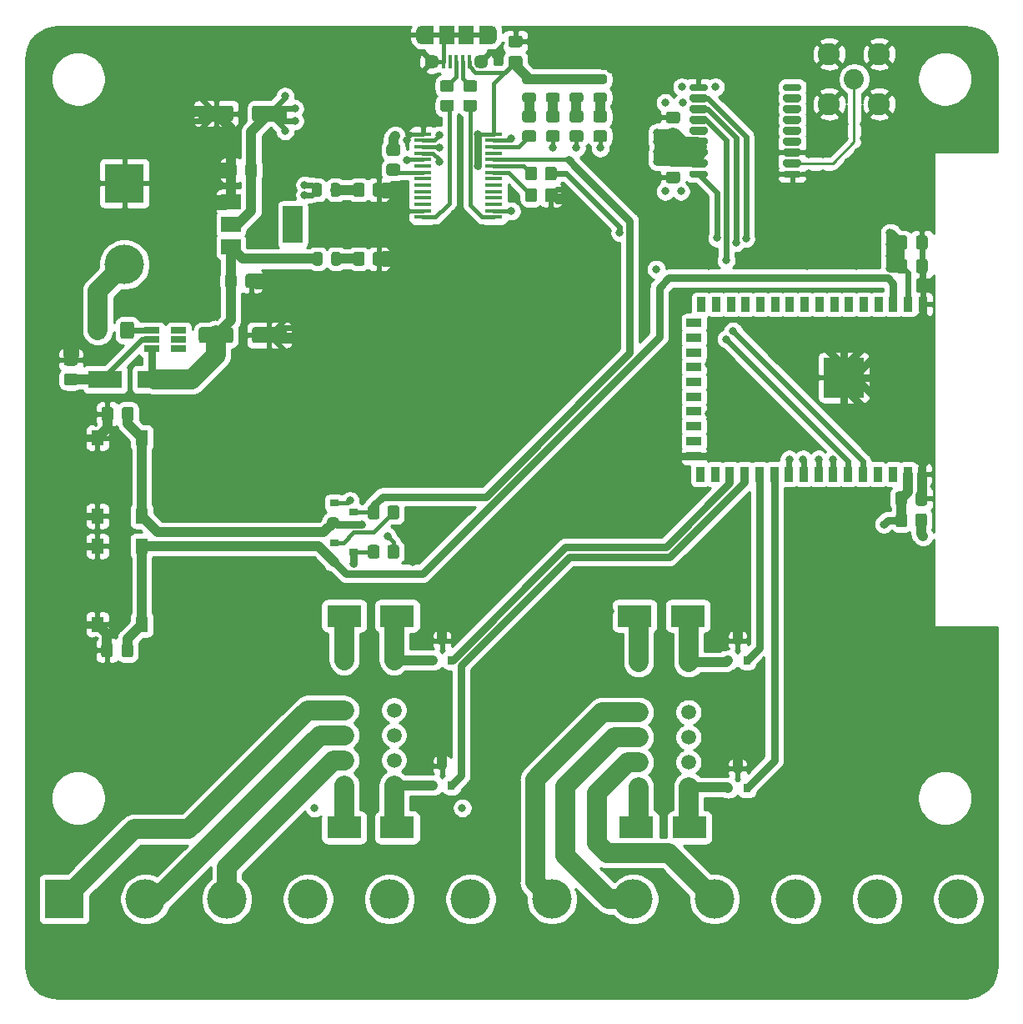
<source format=gbr>
%TF.GenerationSoftware,KiCad,Pcbnew,5.1.10*%
%TF.CreationDate,2021-12-02T21:41:10+00:00*%
%TF.ProjectId,ELE3044 - Tractor Tracker,454c4533-3034-4342-902d-205472616374,rev?*%
%TF.SameCoordinates,Original*%
%TF.FileFunction,Copper,L1,Top*%
%TF.FilePolarity,Positive*%
%FSLAX46Y46*%
G04 Gerber Fmt 4.6, Leading zero omitted, Abs format (unit mm)*
G04 Created by KiCad (PCBNEW 5.1.10) date 2021-12-02 21:41:10*
%MOMM*%
%LPD*%
G01*
G04 APERTURE LIST*
%TA.AperFunction,ComponentPad*%
%ADD10C,4.000000*%
%TD*%
%TA.AperFunction,ComponentPad*%
%ADD11R,4.000000X4.000000*%
%TD*%
%TA.AperFunction,SMDPad,CuDef*%
%ADD12R,3.500000X1.800000*%
%TD*%
%TA.AperFunction,ComponentPad*%
%ADD13C,1.500000*%
%TD*%
%TA.AperFunction,SMDPad,CuDef*%
%ADD14R,3.500000X2.300000*%
%TD*%
%TA.AperFunction,SMDPad,CuDef*%
%ADD15R,0.900000X1.500000*%
%TD*%
%TA.AperFunction,SMDPad,CuDef*%
%ADD16R,1.500000X0.900000*%
%TD*%
%TA.AperFunction,SMDPad,CuDef*%
%ADD17R,4.100000X4.100000*%
%TD*%
%TA.AperFunction,SMDPad,CuDef*%
%ADD18R,1.750000X0.450000*%
%TD*%
%TA.AperFunction,SMDPad,CuDef*%
%ADD19R,2.000000X1.500000*%
%TD*%
%TA.AperFunction,SMDPad,CuDef*%
%ADD20R,2.000000X3.800000*%
%TD*%
%TA.AperFunction,SMDPad,CuDef*%
%ADD21R,1.300000X1.550000*%
%TD*%
%TA.AperFunction,SMDPad,CuDef*%
%ADD22R,0.800000X0.900000*%
%TD*%
%TA.AperFunction,SMDPad,CuDef*%
%ADD23R,0.900000X0.800000*%
%TD*%
%TA.AperFunction,SMDPad,CuDef*%
%ADD24R,1.560000X0.650000*%
%TD*%
%TA.AperFunction,ComponentPad*%
%ADD25C,2.250000*%
%TD*%
%TA.AperFunction,ComponentPad*%
%ADD26C,2.050000*%
%TD*%
%TA.AperFunction,SMDPad,CuDef*%
%ADD27R,1.200000X1.900000*%
%TD*%
%TA.AperFunction,ComponentPad*%
%ADD28O,1.200000X1.900000*%
%TD*%
%TA.AperFunction,SMDPad,CuDef*%
%ADD29R,1.500000X1.900000*%
%TD*%
%TA.AperFunction,ComponentPad*%
%ADD30C,1.450000*%
%TD*%
%TA.AperFunction,SMDPad,CuDef*%
%ADD31R,0.400000X1.350000*%
%TD*%
%TA.AperFunction,ViaPad*%
%ADD32C,0.800000*%
%TD*%
%TA.AperFunction,Conductor*%
%ADD33C,1.000000*%
%TD*%
%TA.AperFunction,Conductor*%
%ADD34C,0.600000*%
%TD*%
%TA.AperFunction,Conductor*%
%ADD35C,0.800000*%
%TD*%
%TA.AperFunction,Conductor*%
%ADD36C,0.400000*%
%TD*%
%TA.AperFunction,Conductor*%
%ADD37C,2.000000*%
%TD*%
%TA.AperFunction,Conductor*%
%ADD38C,0.293370*%
%TD*%
%TA.AperFunction,Conductor*%
%ADD39C,0.254000*%
%TD*%
%TA.AperFunction,Conductor*%
%ADD40C,0.100000*%
%TD*%
G04 APERTURE END LIST*
D10*
%TO.P,J1,2*%
%TO.N,VDC*%
X110700000Y-89827000D03*
D11*
%TO.P,J1,1*%
%TO.N,GND*%
X110700000Y-81572000D03*
%TD*%
D10*
%TO.P,J3,12*%
%TO.N,Relay_2_~D*%
X195380000Y-154270000D03*
%TO.P,J3,11*%
%TO.N,Relay_2_C*%
X187125000Y-154270000D03*
%TO.P,J3,10*%
%TO.N,Relay_2_D*%
X178870000Y-154270000D03*
%TO.P,J3,9*%
%TO.N,Relay_2_~B*%
X170615000Y-154270000D03*
%TO.P,J3,8*%
%TO.N,Relay_2_A*%
X162360000Y-154270000D03*
%TO.P,J3,7*%
%TO.N,Relay_2_B*%
X154105000Y-154270000D03*
%TO.P,J3,6*%
%TO.N,Relay_1_~D*%
X145850000Y-154270000D03*
%TO.P,J3,5*%
%TO.N,Relay_1_C*%
X137595000Y-154270000D03*
%TO.P,J3,4*%
%TO.N,Relay_1_D*%
X129340000Y-154270000D03*
%TO.P,J3,3*%
%TO.N,Relay_1_~B*%
X121085000Y-154270000D03*
%TO.P,J3,2*%
%TO.N,Relay_1_A*%
X112830000Y-154270000D03*
D11*
%TO.P,J3,1*%
%TO.N,Relay_1_B*%
X104575000Y-154270000D03*
%TD*%
%TO.P,U3,18*%
%TO.N,N/C*%
%TA.AperFunction,SMDPad,CuDef*%
G36*
G01*
X177600000Y-72025000D02*
X177600000Y-71675000D01*
G75*
G02*
X177775000Y-71500000I175000J0D01*
G01*
X179225000Y-71500000D01*
G75*
G02*
X179400000Y-71675000I0J-175000D01*
G01*
X179400000Y-72025000D01*
G75*
G02*
X179225000Y-72200000I-175000J0D01*
G01*
X177775000Y-72200000D01*
G75*
G02*
X177600000Y-72025000I0J175000D01*
G01*
G37*
%TD.AperFunction*%
%TO.P,U3,17*%
%TA.AperFunction,SMDPad,CuDef*%
G36*
G01*
X177600000Y-73150000D02*
X177600000Y-72750000D01*
G75*
G02*
X177800000Y-72550000I200000J0D01*
G01*
X179200000Y-72550000D01*
G75*
G02*
X179400000Y-72750000I0J-200000D01*
G01*
X179400000Y-73150000D01*
G75*
G02*
X179200000Y-73350000I-200000J0D01*
G01*
X177800000Y-73350000D01*
G75*
G02*
X177600000Y-73150000I0J200000D01*
G01*
G37*
%TD.AperFunction*%
%TO.P,U3,16*%
%TA.AperFunction,SMDPad,CuDef*%
G36*
G01*
X177600000Y-74250000D02*
X177600000Y-73850000D01*
G75*
G02*
X177800000Y-73650000I200000J0D01*
G01*
X179200000Y-73650000D01*
G75*
G02*
X179400000Y-73850000I0J-200000D01*
G01*
X179400000Y-74250000D01*
G75*
G02*
X179200000Y-74450000I-200000J0D01*
G01*
X177800000Y-74450000D01*
G75*
G02*
X177600000Y-74250000I0J200000D01*
G01*
G37*
%TD.AperFunction*%
%TO.P,U3,15*%
%TA.AperFunction,SMDPad,CuDef*%
G36*
G01*
X177600000Y-75350000D02*
X177600000Y-74950000D01*
G75*
G02*
X177800000Y-74750000I200000J0D01*
G01*
X179200000Y-74750000D01*
G75*
G02*
X179400000Y-74950000I0J-200000D01*
G01*
X179400000Y-75350000D01*
G75*
G02*
X179200000Y-75550000I-200000J0D01*
G01*
X177800000Y-75550000D01*
G75*
G02*
X177600000Y-75350000I0J200000D01*
G01*
G37*
%TD.AperFunction*%
%TO.P,U3,14*%
%TA.AperFunction,SMDPad,CuDef*%
G36*
G01*
X177600000Y-76450000D02*
X177600000Y-76050000D01*
G75*
G02*
X177800000Y-75850000I200000J0D01*
G01*
X179200000Y-75850000D01*
G75*
G02*
X179400000Y-76050000I0J-200000D01*
G01*
X179400000Y-76450000D01*
G75*
G02*
X179200000Y-76650000I-200000J0D01*
G01*
X177800000Y-76650000D01*
G75*
G02*
X177600000Y-76450000I0J200000D01*
G01*
G37*
%TD.AperFunction*%
%TO.P,U3,13*%
%TA.AperFunction,SMDPad,CuDef*%
G36*
G01*
X177600000Y-77550000D02*
X177600000Y-77150000D01*
G75*
G02*
X177800000Y-76950000I200000J0D01*
G01*
X179200000Y-76950000D01*
G75*
G02*
X179400000Y-77150000I0J-200000D01*
G01*
X179400000Y-77550000D01*
G75*
G02*
X179200000Y-77750000I-200000J0D01*
G01*
X177800000Y-77750000D01*
G75*
G02*
X177600000Y-77550000I0J200000D01*
G01*
G37*
%TD.AperFunction*%
%TO.P,U3,12*%
%TO.N,GND*%
%TA.AperFunction,SMDPad,CuDef*%
G36*
G01*
X177600000Y-78650000D02*
X177600000Y-78250000D01*
G75*
G02*
X177800000Y-78050000I200000J0D01*
G01*
X179200000Y-78050000D01*
G75*
G02*
X179400000Y-78250000I0J-200000D01*
G01*
X179400000Y-78650000D01*
G75*
G02*
X179200000Y-78850000I-200000J0D01*
G01*
X177800000Y-78850000D01*
G75*
G02*
X177600000Y-78650000I0J200000D01*
G01*
G37*
%TD.AperFunction*%
%TO.P,U3,11*%
%TO.N,Net-(J4-Pad1)*%
%TA.AperFunction,SMDPad,CuDef*%
G36*
G01*
X177600000Y-79750000D02*
X177600000Y-79350000D01*
G75*
G02*
X177800000Y-79150000I200000J0D01*
G01*
X179200000Y-79150000D01*
G75*
G02*
X179400000Y-79350000I0J-200000D01*
G01*
X179400000Y-79750000D01*
G75*
G02*
X179200000Y-79950000I-200000J0D01*
G01*
X177800000Y-79950000D01*
G75*
G02*
X177600000Y-79750000I0J200000D01*
G01*
G37*
%TD.AperFunction*%
%TO.P,U3,10*%
%TO.N,GND*%
%TA.AperFunction,SMDPad,CuDef*%
G36*
G01*
X177600000Y-80825000D02*
X177600000Y-80475000D01*
G75*
G02*
X177775000Y-80300000I175000J0D01*
G01*
X179225000Y-80300000D01*
G75*
G02*
X179400000Y-80475000I0J-175000D01*
G01*
X179400000Y-80825000D01*
G75*
G02*
X179225000Y-81000000I-175000J0D01*
G01*
X177775000Y-81000000D01*
G75*
G02*
X177600000Y-80825000I0J175000D01*
G01*
G37*
%TD.AperFunction*%
%TO.P,U3,9*%
%TO.N,GPS_~RESET*%
%TA.AperFunction,SMDPad,CuDef*%
G36*
G01*
X168100000Y-80825000D02*
X168100000Y-80475000D01*
G75*
G02*
X168275000Y-80300000I175000J0D01*
G01*
X169725000Y-80300000D01*
G75*
G02*
X169900000Y-80475000I0J-175000D01*
G01*
X169900000Y-80825000D01*
G75*
G02*
X169725000Y-81000000I-175000J0D01*
G01*
X168275000Y-81000000D01*
G75*
G02*
X168100000Y-80825000I0J175000D01*
G01*
G37*
%TD.AperFunction*%
%TO.P,U3,8*%
%TO.N,+3V3*%
%TA.AperFunction,SMDPad,CuDef*%
G36*
G01*
X168100000Y-79750000D02*
X168100000Y-79350000D01*
G75*
G02*
X168300000Y-79150000I200000J0D01*
G01*
X169700000Y-79150000D01*
G75*
G02*
X169900000Y-79350000I0J-200000D01*
G01*
X169900000Y-79750000D01*
G75*
G02*
X169700000Y-79950000I-200000J0D01*
G01*
X168300000Y-79950000D01*
G75*
G02*
X168100000Y-79750000I0J200000D01*
G01*
G37*
%TD.AperFunction*%
%TO.P,U3,7*%
%TA.AperFunction,SMDPad,CuDef*%
G36*
G01*
X168100000Y-78650000D02*
X168100000Y-78250000D01*
G75*
G02*
X168300000Y-78050000I200000J0D01*
G01*
X169700000Y-78050000D01*
G75*
G02*
X169900000Y-78250000I0J-200000D01*
G01*
X169900000Y-78650000D01*
G75*
G02*
X169700000Y-78850000I-200000J0D01*
G01*
X168300000Y-78850000D01*
G75*
G02*
X168100000Y-78650000I0J200000D01*
G01*
G37*
%TD.AperFunction*%
%TO.P,U3,6*%
%TA.AperFunction,SMDPad,CuDef*%
G36*
G01*
X168100000Y-77550000D02*
X168100000Y-77150000D01*
G75*
G02*
X168300000Y-76950000I200000J0D01*
G01*
X169700000Y-76950000D01*
G75*
G02*
X169900000Y-77150000I0J-200000D01*
G01*
X169900000Y-77550000D01*
G75*
G02*
X169700000Y-77750000I-200000J0D01*
G01*
X168300000Y-77750000D01*
G75*
G02*
X168100000Y-77550000I0J200000D01*
G01*
G37*
%TD.AperFunction*%
%TO.P,U3,5*%
%TO.N,N/C*%
%TA.AperFunction,SMDPad,CuDef*%
G36*
G01*
X168100000Y-76450000D02*
X168100000Y-76050000D01*
G75*
G02*
X168300000Y-75850000I200000J0D01*
G01*
X169700000Y-75850000D01*
G75*
G02*
X169900000Y-76050000I0J-200000D01*
G01*
X169900000Y-76450000D01*
G75*
G02*
X169700000Y-76650000I-200000J0D01*
G01*
X168300000Y-76650000D01*
G75*
G02*
X168100000Y-76450000I0J200000D01*
G01*
G37*
%TD.AperFunction*%
%TO.P,U3,4*%
%TO.N,GPS_TIMEPULSE*%
%TA.AperFunction,SMDPad,CuDef*%
G36*
G01*
X168100000Y-75350000D02*
X168100000Y-74950000D01*
G75*
G02*
X168300000Y-74750000I200000J0D01*
G01*
X169700000Y-74750000D01*
G75*
G02*
X169900000Y-74950000I0J-200000D01*
G01*
X169900000Y-75350000D01*
G75*
G02*
X169700000Y-75550000I-200000J0D01*
G01*
X168300000Y-75550000D01*
G75*
G02*
X168100000Y-75350000I0J200000D01*
G01*
G37*
%TD.AperFunction*%
%TO.P,U3,3*%
%TO.N,ESP32_TXD1*%
%TA.AperFunction,SMDPad,CuDef*%
G36*
G01*
X168100000Y-74250000D02*
X168100000Y-73850000D01*
G75*
G02*
X168300000Y-73650000I200000J0D01*
G01*
X169700000Y-73650000D01*
G75*
G02*
X169900000Y-73850000I0J-200000D01*
G01*
X169900000Y-74250000D01*
G75*
G02*
X169700000Y-74450000I-200000J0D01*
G01*
X168300000Y-74450000D01*
G75*
G02*
X168100000Y-74250000I0J200000D01*
G01*
G37*
%TD.AperFunction*%
%TO.P,U3,2*%
%TO.N,ESP32_RXD1*%
%TA.AperFunction,SMDPad,CuDef*%
G36*
G01*
X168100000Y-73150000D02*
X168100000Y-72750000D01*
G75*
G02*
X168300000Y-72550000I200000J0D01*
G01*
X169700000Y-72550000D01*
G75*
G02*
X169900000Y-72750000I0J-200000D01*
G01*
X169900000Y-73150000D01*
G75*
G02*
X169700000Y-73350000I-200000J0D01*
G01*
X168300000Y-73350000D01*
G75*
G02*
X168100000Y-73150000I0J200000D01*
G01*
G37*
%TD.AperFunction*%
%TO.P,U3,1*%
%TO.N,GND*%
%TA.AperFunction,SMDPad,CuDef*%
G36*
G01*
X168100000Y-72025000D02*
X168100000Y-71675000D01*
G75*
G02*
X168275000Y-71500000I175000J0D01*
G01*
X169725000Y-71500000D01*
G75*
G02*
X169900000Y-71675000I0J-175000D01*
G01*
X169900000Y-72025000D01*
G75*
G02*
X169725000Y-72200000I-175000J0D01*
G01*
X168275000Y-72200000D01*
G75*
G02*
X168100000Y-72025000I0J175000D01*
G01*
G37*
%TD.AperFunction*%
%TD*%
%TO.P,D2,2*%
%TO.N,+3V3*%
%TA.AperFunction,SMDPad,CuDef*%
G36*
G01*
X130737500Y-81793750D02*
X130737500Y-82706250D01*
G75*
G02*
X130493750Y-82950000I-243750J0D01*
G01*
X130006250Y-82950000D01*
G75*
G02*
X129762500Y-82706250I0J243750D01*
G01*
X129762500Y-81793750D01*
G75*
G02*
X130006250Y-81550000I243750J0D01*
G01*
X130493750Y-81550000D01*
G75*
G02*
X130737500Y-81793750I0J-243750D01*
G01*
G37*
%TD.AperFunction*%
%TO.P,D2,1*%
%TO.N,Net-(D2-Pad1)*%
%TA.AperFunction,SMDPad,CuDef*%
G36*
G01*
X132612500Y-81793750D02*
X132612500Y-82706250D01*
G75*
G02*
X132368750Y-82950000I-243750J0D01*
G01*
X131881250Y-82950000D01*
G75*
G02*
X131637500Y-82706250I0J243750D01*
G01*
X131637500Y-81793750D01*
G75*
G02*
X131881250Y-81550000I243750J0D01*
G01*
X132368750Y-81550000D01*
G75*
G02*
X132612500Y-81793750I0J-243750D01*
G01*
G37*
%TD.AperFunction*%
%TD*%
D12*
%TO.P,D7,2*%
%TO.N,Net-(D7-Pad2)*%
X108750000Y-101500000D03*
%TO.P,D7,1*%
%TO.N,+12V*%
X113750000Y-101500000D03*
%TD*%
%TO.P,K1,1*%
%TO.N,+3V3*%
%TA.AperFunction,ComponentPad*%
G36*
G01*
X132250000Y-130499500D02*
X132250000Y-129500500D01*
G75*
G02*
X132500500Y-129250000I250500J0D01*
G01*
X133499500Y-129250000D01*
G75*
G02*
X133750000Y-129500500I0J-250500D01*
G01*
X133750000Y-130499500D01*
G75*
G02*
X133499500Y-130750000I-250500J0D01*
G01*
X132500500Y-130750000D01*
G75*
G02*
X132250000Y-130499500I0J250500D01*
G01*
G37*
%TD.AperFunction*%
D13*
%TO.P,K1,3*%
%TO.N,Relay_1_B*%
X133000000Y-135080000D03*
%TO.P,K1,4*%
%TO.N,Relay_1_A*%
X133000000Y-137620000D03*
%TO.P,K1,5*%
%TO.N,Relay_1_~B*%
X133000000Y-140160000D03*
%TO.P,K1,6*%
%TO.N,+3V3*%
X133000000Y-142700000D03*
%TO.P,K1,7*%
%TO.N,Net-(D10-Pad2)*%
X138080000Y-142700000D03*
%TO.P,K1,8*%
%TO.N,Relay_1_D*%
X138080000Y-140160000D03*
%TO.P,K1,9*%
%TO.N,Relay_1_C*%
X138080000Y-137620000D03*
%TO.P,K1,10*%
%TO.N,Relay_1_~D*%
X138080000Y-135080000D03*
%TO.P,K1,12*%
%TO.N,Net-(D8-Pad2)*%
X138080000Y-130000000D03*
%TD*%
D14*
%TO.P,D10,2*%
%TO.N,Net-(D10-Pad2)*%
X138400000Y-147000000D03*
%TO.P,D10,1*%
%TO.N,+3V3*%
X133000000Y-147000000D03*
%TD*%
D15*
%TO.P,U4,1*%
%TO.N,GND*%
X191775000Y-93875000D03*
%TO.P,U4,15*%
%TO.N,N/C*%
X170775000Y-93875000D03*
%TO.P,U4,16*%
X169275000Y-93875000D03*
D16*
%TO.P,U4,17*%
X168525000Y-95750000D03*
%TO.P,U4,18*%
X168525000Y-97250000D03*
%TO.P,U4,19*%
X168525000Y-98750000D03*
%TO.P,U4,20*%
X168525000Y-100250000D03*
%TO.P,U4,21*%
X168525000Y-101750000D03*
%TO.P,U4,22*%
X168525000Y-103250000D03*
%TO.P,U4,23*%
X168525000Y-104750000D03*
%TO.P,U4,24*%
X168525000Y-106250000D03*
D15*
%TO.P,U4,2*%
%TO.N,+3V3*%
X190275000Y-93875000D03*
%TO.P,U4,3*%
%TO.N,IO00*%
X188775000Y-93875000D03*
%TO.P,U4,4*%
%TO.N,N/C*%
X187275000Y-93875000D03*
%TO.P,U4,5*%
X185775000Y-93875000D03*
%TO.P,U4,6*%
X184275000Y-93875000D03*
%TO.P,U4,7*%
X182775000Y-93875000D03*
%TO.P,U4,8*%
X181275000Y-93875000D03*
%TO.P,U4,9*%
X179775000Y-93875000D03*
%TO.P,U4,10*%
X178275000Y-93875000D03*
%TO.P,U4,11*%
X176775000Y-93875000D03*
%TO.P,U4,12*%
X175275000Y-93875000D03*
%TO.P,U4,13*%
X173775000Y-93875000D03*
%TO.P,U4,14*%
X172275000Y-93875000D03*
%TO.P,U4,38*%
%TO.N,ESP32_RXD0*%
X185675000Y-111125000D03*
%TO.P,U4,37*%
%TO.N,ESP32_TXD0*%
X184175000Y-111125000D03*
%TO.P,U4,36*%
%TO.N,ESP32_RXD1*%
X182675000Y-111125000D03*
%TO.P,U4,35*%
%TO.N,ESP32_TXD1*%
X181175000Y-111125000D03*
%TO.P,U4,34*%
%TO.N,GPS_~RESET*%
X179675000Y-111125000D03*
%TO.P,U4,33*%
%TO.N,GPS_TIMEPULSE*%
X178175000Y-111125000D03*
%TO.P,U4,32*%
%TO.N,Relay_2_Reset*%
X176675000Y-111125000D03*
%TO.P,U4,31*%
%TO.N,Relay_2_Set*%
X175175000Y-111125000D03*
%TO.P,U4,30*%
%TO.N,Relay_1_Reset*%
X173675000Y-111125000D03*
%TO.P,U4,29*%
%TO.N,Relay_1_Set*%
X172175000Y-111125000D03*
%TO.P,U4,28*%
%TO.N,N/C*%
X170675000Y-111125000D03*
%TO.P,U4,27*%
X169175000Y-111125000D03*
D16*
%TO.P,U4,26*%
%TO.N,GND*%
X168525000Y-109250000D03*
%TO.P,U4,25*%
%TO.N,N/C*%
X168525000Y-107750000D03*
D15*
%TO.P,U4,39*%
X187175000Y-111125000D03*
%TO.P,U4,40*%
X188775000Y-111125000D03*
%TO.P,U4,41*%
%TO.N,EN*%
X190275000Y-111125000D03*
%TO.P,U4,42*%
%TO.N,GND*%
X191675000Y-111125000D03*
D17*
%TO.P,U4,43*%
X183735000Y-101310000D03*
%TD*%
D18*
%TO.P,U2,28*%
%TO.N,VBUS*%
X148200000Y-76575000D03*
%TO.P,U2,27*%
%TO.N,Net-(R3-Pad1)*%
X148200000Y-77225000D03*
%TO.P,U2,26*%
%TO.N,Net-(R4-Pad1)*%
X148200000Y-77875000D03*
%TO.P,U2,25*%
%TO.N,N/C*%
X148200000Y-78525000D03*
%TO.P,U2,24*%
%TO.N,RTS*%
X148200000Y-79175000D03*
%TO.P,U2,23*%
%TO.N,Net-(R11-Pad2)*%
X148200000Y-79825000D03*
%TO.P,U2,22*%
%TO.N,Net-(R12-Pad1)*%
X148200000Y-80475000D03*
%TO.P,U2,21*%
%TO.N,N/C*%
X148200000Y-81125000D03*
%TO.P,U2,20*%
X148200000Y-81775000D03*
%TO.P,U2,19*%
X148200000Y-82425000D03*
%TO.P,U2,18*%
X148200000Y-83075000D03*
%TO.P,U2,17*%
X148200000Y-83725000D03*
%TO.P,U2,16*%
%TO.N,VBUS*%
X148200000Y-84375000D03*
%TO.P,U2,15*%
%TO.N,Net-(R10-Pad2)*%
X148200000Y-85025000D03*
%TO.P,U2,14*%
%TO.N,Net-(R9-Pad1)*%
X141000000Y-85025000D03*
%TO.P,U2,13*%
%TO.N,GND*%
X141000000Y-84375000D03*
%TO.P,U2,12*%
%TO.N,N/C*%
X141000000Y-83725000D03*
%TO.P,U2,11*%
X141000000Y-83075000D03*
%TO.P,U2,10*%
X141000000Y-82425000D03*
%TO.P,U2,9*%
X141000000Y-81775000D03*
%TO.P,U2,8*%
X141000000Y-81125000D03*
%TO.P,U2,7*%
%TO.N,Net-(R8-Pad1)*%
X141000000Y-80475000D03*
%TO.P,U2,6*%
%TO.N,N/C*%
X141000000Y-79825000D03*
%TO.P,U2,5*%
%TO.N,DTR*%
X141000000Y-79175000D03*
%TO.P,U2,4*%
%TO.N,ESP32_RXD0*%
X141000000Y-78525000D03*
%TO.P,U2,3*%
%TO.N,Net-(R6-Pad1)*%
X141000000Y-77875000D03*
%TO.P,U2,2*%
%TO.N,Net-(R5-Pad1)*%
X141000000Y-77225000D03*
%TO.P,U2,1*%
%TO.N,GND*%
X141000000Y-76575000D03*
%TD*%
D19*
%TO.P,U1,1*%
%TO.N,GND*%
X121500000Y-83450000D03*
%TO.P,U1,3*%
%TO.N,+12V*%
X121500000Y-88050000D03*
%TO.P,U1,2*%
%TO.N,+3V3*%
X121500000Y-85750000D03*
D20*
%TO.P,U1,4*%
%TO.N,N/C*%
X127800000Y-85750000D03*
%TD*%
D21*
%TO.P,SW2,2*%
%TO.N,GND*%
X107950000Y-115375000D03*
%TO.P,SW2,1*%
%TO.N,EN*%
X112450000Y-115375000D03*
X112450000Y-107425000D03*
%TO.P,SW2,2*%
%TO.N,GND*%
X107950000Y-107425000D03*
%TD*%
%TO.P,SW1,2*%
%TO.N,GND*%
X107950000Y-126375000D03*
%TO.P,SW1,1*%
%TO.N,IO00*%
X112450000Y-126375000D03*
X112450000Y-118425000D03*
%TO.P,SW1,2*%
%TO.N,GND*%
X107950000Y-118425000D03*
%TD*%
%TO.P,R2,2*%
%TO.N,GND*%
%TA.AperFunction,SMDPad,CuDef*%
G36*
G01*
X135900000Y-82700001D02*
X135900000Y-81799999D01*
G75*
G02*
X136149999Y-81550000I249999J0D01*
G01*
X136850001Y-81550000D01*
G75*
G02*
X137100000Y-81799999I0J-249999D01*
G01*
X137100000Y-82700001D01*
G75*
G02*
X136850001Y-82950000I-249999J0D01*
G01*
X136149999Y-82950000D01*
G75*
G02*
X135900000Y-82700001I0J249999D01*
G01*
G37*
%TD.AperFunction*%
%TO.P,R2,1*%
%TO.N,Net-(D2-Pad1)*%
%TA.AperFunction,SMDPad,CuDef*%
G36*
G01*
X133900000Y-82700001D02*
X133900000Y-81799999D01*
G75*
G02*
X134149999Y-81550000I249999J0D01*
G01*
X134850001Y-81550000D01*
G75*
G02*
X135100000Y-81799999I0J-249999D01*
G01*
X135100000Y-82700001D01*
G75*
G02*
X134850001Y-82950000I-249999J0D01*
G01*
X134149999Y-82950000D01*
G75*
G02*
X133900000Y-82700001I0J249999D01*
G01*
G37*
%TD.AperFunction*%
%TD*%
%TO.P,R1,2*%
%TO.N,GND*%
%TA.AperFunction,SMDPad,CuDef*%
G36*
G01*
X135900000Y-89700001D02*
X135900000Y-88799999D01*
G75*
G02*
X136149999Y-88550000I249999J0D01*
G01*
X136850001Y-88550000D01*
G75*
G02*
X137100000Y-88799999I0J-249999D01*
G01*
X137100000Y-89700001D01*
G75*
G02*
X136850001Y-89950000I-249999J0D01*
G01*
X136149999Y-89950000D01*
G75*
G02*
X135900000Y-89700001I0J249999D01*
G01*
G37*
%TD.AperFunction*%
%TO.P,R1,1*%
%TO.N,Net-(D1-Pad1)*%
%TA.AperFunction,SMDPad,CuDef*%
G36*
G01*
X133900000Y-89700001D02*
X133900000Y-88799999D01*
G75*
G02*
X134149999Y-88550000I249999J0D01*
G01*
X134850001Y-88550000D01*
G75*
G02*
X135100000Y-88799999I0J-249999D01*
G01*
X135100000Y-89700001D01*
G75*
G02*
X134850001Y-89950000I-249999J0D01*
G01*
X134149999Y-89950000D01*
G75*
G02*
X133900000Y-89700001I0J249999D01*
G01*
G37*
%TD.AperFunction*%
%TD*%
%TO.P,R6,2*%
%TO.N,Net-(D6-Pad1)*%
%TA.AperFunction,SMDPad,CuDef*%
G36*
G01*
X157050001Y-75400000D02*
X156149999Y-75400000D01*
G75*
G02*
X155900000Y-75150001I0J249999D01*
G01*
X155900000Y-74449999D01*
G75*
G02*
X156149999Y-74200000I249999J0D01*
G01*
X157050001Y-74200000D01*
G75*
G02*
X157300000Y-74449999I0J-249999D01*
G01*
X157300000Y-75150001D01*
G75*
G02*
X157050001Y-75400000I-249999J0D01*
G01*
G37*
%TD.AperFunction*%
%TO.P,R6,1*%
%TO.N,Net-(R6-Pad1)*%
%TA.AperFunction,SMDPad,CuDef*%
G36*
G01*
X157050001Y-77400000D02*
X156149999Y-77400000D01*
G75*
G02*
X155900000Y-77150001I0J249999D01*
G01*
X155900000Y-76449999D01*
G75*
G02*
X156149999Y-76200000I249999J0D01*
G01*
X157050001Y-76200000D01*
G75*
G02*
X157300000Y-76449999I0J-249999D01*
G01*
X157300000Y-77150001D01*
G75*
G02*
X157050001Y-77400000I-249999J0D01*
G01*
G37*
%TD.AperFunction*%
%TD*%
%TO.P,R5,2*%
%TO.N,Net-(D5-Pad1)*%
%TA.AperFunction,SMDPad,CuDef*%
G36*
G01*
X154650001Y-75400000D02*
X153749999Y-75400000D01*
G75*
G02*
X153500000Y-75150001I0J249999D01*
G01*
X153500000Y-74449999D01*
G75*
G02*
X153749999Y-74200000I249999J0D01*
G01*
X154650001Y-74200000D01*
G75*
G02*
X154900000Y-74449999I0J-249999D01*
G01*
X154900000Y-75150001D01*
G75*
G02*
X154650001Y-75400000I-249999J0D01*
G01*
G37*
%TD.AperFunction*%
%TO.P,R5,1*%
%TO.N,Net-(R5-Pad1)*%
%TA.AperFunction,SMDPad,CuDef*%
G36*
G01*
X154650001Y-77400000D02*
X153749999Y-77400000D01*
G75*
G02*
X153500000Y-77150001I0J249999D01*
G01*
X153500000Y-76449999D01*
G75*
G02*
X153749999Y-76200000I249999J0D01*
G01*
X154650001Y-76200000D01*
G75*
G02*
X154900000Y-76449999I0J-249999D01*
G01*
X154900000Y-77150001D01*
G75*
G02*
X154650001Y-77400000I-249999J0D01*
G01*
G37*
%TD.AperFunction*%
%TD*%
D22*
%TO.P,Q5,3*%
%TO.N,GND*%
X172950000Y-141000000D03*
%TO.P,Q5,2*%
%TO.N,Relay_2_Reset*%
X173900000Y-143000000D03*
%TO.P,Q5,1*%
%TO.N,Net-(D11-Pad2)*%
X172000000Y-143000000D03*
%TD*%
%TO.P,Q3,3*%
%TO.N,GND*%
X172950000Y-128000000D03*
%TO.P,Q3,2*%
%TO.N,Relay_2_Set*%
X173900000Y-130000000D03*
%TO.P,Q3,1*%
%TO.N,Net-(D9-Pad2)*%
X172000000Y-130000000D03*
%TD*%
%TO.P,Q4,3*%
%TO.N,GND*%
X142950000Y-140700000D03*
%TO.P,Q4,2*%
%TO.N,Relay_1_Reset*%
X143900000Y-142700000D03*
%TO.P,Q4,1*%
%TO.N,Net-(D10-Pad2)*%
X142000000Y-142700000D03*
%TD*%
%TO.P,Q2,3*%
%TO.N,GND*%
X142950000Y-128000000D03*
%TO.P,Q2,2*%
%TO.N,Relay_1_Set*%
X143900000Y-130000000D03*
%TO.P,Q2,1*%
%TO.N,Net-(D8-Pad2)*%
X142000000Y-130000000D03*
%TD*%
D23*
%TO.P,Q7,3*%
%TO.N,DTR*%
X134000000Y-119050000D03*
%TO.P,Q7,2*%
%TO.N,IO00*%
X132000000Y-120000000D03*
%TO.P,Q7,1*%
%TO.N,Net-(Q7-Pad1)*%
X132000000Y-118100000D03*
%TD*%
%TO.P,Q6,3*%
%TO.N,RTS*%
X134000000Y-115000000D03*
%TO.P,Q6,2*%
%TO.N,EN*%
X132000000Y-115950000D03*
%TO.P,Q6,1*%
%TO.N,Net-(Q6-Pad1)*%
X132000000Y-114050000D03*
%TD*%
D24*
%TO.P,Q1,5*%
%TO.N,N/C*%
X116200000Y-97450000D03*
%TO.P,Q1,6*%
X116200000Y-96500000D03*
%TO.P,Q1,4*%
X116200000Y-98400000D03*
%TO.P,Q1,3*%
%TO.N,+12V*%
X113500000Y-98400000D03*
%TO.P,Q1,2*%
%TO.N,Net-(D7-Pad2)*%
X113500000Y-97450000D03*
%TO.P,Q1,1*%
%TO.N,Net-(F1-Pad1)*%
X113500000Y-96500000D03*
%TD*%
%TO.P,K2,1*%
%TO.N,+3V3*%
%TA.AperFunction,ComponentPad*%
G36*
G01*
X162150000Y-130699500D02*
X162150000Y-129700500D01*
G75*
G02*
X162400500Y-129450000I250500J0D01*
G01*
X163399500Y-129450000D01*
G75*
G02*
X163650000Y-129700500I0J-250500D01*
G01*
X163650000Y-130699500D01*
G75*
G02*
X163399500Y-130950000I-250500J0D01*
G01*
X162400500Y-130950000D01*
G75*
G02*
X162150000Y-130699500I0J250500D01*
G01*
G37*
%TD.AperFunction*%
D13*
%TO.P,K2,3*%
%TO.N,Relay_2_B*%
X162900000Y-135280000D03*
%TO.P,K2,4*%
%TO.N,Relay_2_A*%
X162900000Y-137820000D03*
%TO.P,K2,5*%
%TO.N,Relay_2_~B*%
X162900000Y-140360000D03*
%TO.P,K2,6*%
%TO.N,+3V3*%
X162900000Y-142900000D03*
%TO.P,K2,7*%
%TO.N,Net-(D11-Pad2)*%
X167980000Y-142900000D03*
%TO.P,K2,8*%
%TO.N,Relay_2_D*%
X167980000Y-140360000D03*
%TO.P,K2,9*%
%TO.N,Relay_2_C*%
X167980000Y-137820000D03*
%TO.P,K2,10*%
%TO.N,Relay_2_~D*%
X167980000Y-135280000D03*
%TO.P,K2,12*%
%TO.N,Net-(D9-Pad2)*%
X167980000Y-130200000D03*
%TD*%
D25*
%TO.P,J4,2*%
%TO.N,GND*%
X182260000Y-73540000D03*
X182260000Y-68460000D03*
X187340000Y-68460000D03*
X187340000Y-73540000D03*
D26*
%TO.P,J4,1*%
%TO.N,Net-(J4-Pad1)*%
X184800000Y-71000000D03*
%TD*%
D27*
%TO.P,J2,6*%
%TO.N,GND*%
X147300000Y-66500000D03*
X141500000Y-66500000D03*
D28*
X140900000Y-66500000D03*
X147900000Y-66500000D03*
D29*
X145400000Y-66500000D03*
D30*
X141900000Y-69200000D03*
D31*
%TO.P,J2,3*%
%TO.N,Net-(J2-Pad3)*%
X144400000Y-69200000D03*
%TO.P,J2,4*%
%TO.N,N/C*%
X143750000Y-69200000D03*
%TO.P,J2,5*%
%TO.N,GND*%
X143100000Y-69200000D03*
%TO.P,J2,1*%
%TO.N,VBUS*%
X145700000Y-69200000D03*
%TO.P,J2,2*%
%TO.N,Net-(J2-Pad2)*%
X145050000Y-69200000D03*
D30*
%TO.P,J2,6*%
%TO.N,GND*%
X146900000Y-69200000D03*
D29*
X143400000Y-66500000D03*
%TD*%
%TO.P,F1,2*%
%TO.N,VDC*%
%TA.AperFunction,SMDPad,CuDef*%
G36*
G01*
X108712500Y-95875000D02*
X108712500Y-97125000D01*
G75*
G02*
X108462500Y-97375000I-250000J0D01*
G01*
X107537500Y-97375000D01*
G75*
G02*
X107287500Y-97125000I0J250000D01*
G01*
X107287500Y-95875000D01*
G75*
G02*
X107537500Y-95625000I250000J0D01*
G01*
X108462500Y-95625000D01*
G75*
G02*
X108712500Y-95875000I0J-250000D01*
G01*
G37*
%TD.AperFunction*%
%TO.P,F1,1*%
%TO.N,Net-(F1-Pad1)*%
%TA.AperFunction,SMDPad,CuDef*%
G36*
G01*
X111687500Y-95875000D02*
X111687500Y-97125000D01*
G75*
G02*
X111437500Y-97375000I-250000J0D01*
G01*
X110512500Y-97375000D01*
G75*
G02*
X110262500Y-97125000I0J250000D01*
G01*
X110262500Y-95875000D01*
G75*
G02*
X110512500Y-95625000I250000J0D01*
G01*
X111437500Y-95625000D01*
G75*
G02*
X111687500Y-95875000I0J-250000D01*
G01*
G37*
%TD.AperFunction*%
%TD*%
%TO.P,D1,2*%
%TO.N,+12V*%
%TA.AperFunction,SMDPad,CuDef*%
G36*
G01*
X130800000Y-88793750D02*
X130800000Y-89706250D01*
G75*
G02*
X130556250Y-89950000I-243750J0D01*
G01*
X130068750Y-89950000D01*
G75*
G02*
X129825000Y-89706250I0J243750D01*
G01*
X129825000Y-88793750D01*
G75*
G02*
X130068750Y-88550000I243750J0D01*
G01*
X130556250Y-88550000D01*
G75*
G02*
X130800000Y-88793750I0J-243750D01*
G01*
G37*
%TD.AperFunction*%
%TO.P,D1,1*%
%TO.N,Net-(D1-Pad1)*%
%TA.AperFunction,SMDPad,CuDef*%
G36*
G01*
X132675000Y-88793750D02*
X132675000Y-89706250D01*
G75*
G02*
X132431250Y-89950000I-243750J0D01*
G01*
X131943750Y-89950000D01*
G75*
G02*
X131700000Y-89706250I0J243750D01*
G01*
X131700000Y-88793750D01*
G75*
G02*
X131943750Y-88550000I243750J0D01*
G01*
X132431250Y-88550000D01*
G75*
G02*
X132675000Y-88793750I0J-243750D01*
G01*
G37*
%TD.AperFunction*%
%TD*%
%TO.P,D6,2*%
%TO.N,VBUS*%
%TA.AperFunction,SMDPad,CuDef*%
G36*
G01*
X157056250Y-71487500D02*
X156143750Y-71487500D01*
G75*
G02*
X155900000Y-71243750I0J243750D01*
G01*
X155900000Y-70756250D01*
G75*
G02*
X156143750Y-70512500I243750J0D01*
G01*
X157056250Y-70512500D01*
G75*
G02*
X157300000Y-70756250I0J-243750D01*
G01*
X157300000Y-71243750D01*
G75*
G02*
X157056250Y-71487500I-243750J0D01*
G01*
G37*
%TD.AperFunction*%
%TO.P,D6,1*%
%TO.N,Net-(D6-Pad1)*%
%TA.AperFunction,SMDPad,CuDef*%
G36*
G01*
X157056250Y-73362500D02*
X156143750Y-73362500D01*
G75*
G02*
X155900000Y-73118750I0J243750D01*
G01*
X155900000Y-72631250D01*
G75*
G02*
X156143750Y-72387500I243750J0D01*
G01*
X157056250Y-72387500D01*
G75*
G02*
X157300000Y-72631250I0J-243750D01*
G01*
X157300000Y-73118750D01*
G75*
G02*
X157056250Y-73362500I-243750J0D01*
G01*
G37*
%TD.AperFunction*%
%TD*%
%TO.P,D5,2*%
%TO.N,VBUS*%
%TA.AperFunction,SMDPad,CuDef*%
G36*
G01*
X154656250Y-71487500D02*
X153743750Y-71487500D01*
G75*
G02*
X153500000Y-71243750I0J243750D01*
G01*
X153500000Y-70756250D01*
G75*
G02*
X153743750Y-70512500I243750J0D01*
G01*
X154656250Y-70512500D01*
G75*
G02*
X154900000Y-70756250I0J-243750D01*
G01*
X154900000Y-71243750D01*
G75*
G02*
X154656250Y-71487500I-243750J0D01*
G01*
G37*
%TD.AperFunction*%
%TO.P,D5,1*%
%TO.N,Net-(D5-Pad1)*%
%TA.AperFunction,SMDPad,CuDef*%
G36*
G01*
X154656250Y-73362500D02*
X153743750Y-73362500D01*
G75*
G02*
X153500000Y-73118750I0J243750D01*
G01*
X153500000Y-72631250D01*
G75*
G02*
X153743750Y-72387500I243750J0D01*
G01*
X154656250Y-72387500D01*
G75*
G02*
X154900000Y-72631250I0J-243750D01*
G01*
X154900000Y-73118750D01*
G75*
G02*
X154656250Y-73362500I-243750J0D01*
G01*
G37*
%TD.AperFunction*%
%TD*%
%TO.P,D4,2*%
%TO.N,VBUS*%
%TA.AperFunction,SMDPad,CuDef*%
G36*
G01*
X152256250Y-71487500D02*
X151343750Y-71487500D01*
G75*
G02*
X151100000Y-71243750I0J243750D01*
G01*
X151100000Y-70756250D01*
G75*
G02*
X151343750Y-70512500I243750J0D01*
G01*
X152256250Y-70512500D01*
G75*
G02*
X152500000Y-70756250I0J-243750D01*
G01*
X152500000Y-71243750D01*
G75*
G02*
X152256250Y-71487500I-243750J0D01*
G01*
G37*
%TD.AperFunction*%
%TO.P,D4,1*%
%TO.N,Net-(D4-Pad1)*%
%TA.AperFunction,SMDPad,CuDef*%
G36*
G01*
X152256250Y-73362500D02*
X151343750Y-73362500D01*
G75*
G02*
X151100000Y-73118750I0J243750D01*
G01*
X151100000Y-72631250D01*
G75*
G02*
X151343750Y-72387500I243750J0D01*
G01*
X152256250Y-72387500D01*
G75*
G02*
X152500000Y-72631250I0J-243750D01*
G01*
X152500000Y-73118750D01*
G75*
G02*
X152256250Y-73362500I-243750J0D01*
G01*
G37*
%TD.AperFunction*%
%TD*%
%TO.P,D3,2*%
%TO.N,VBUS*%
%TA.AperFunction,SMDPad,CuDef*%
G36*
G01*
X159456250Y-71487500D02*
X158543750Y-71487500D01*
G75*
G02*
X158300000Y-71243750I0J243750D01*
G01*
X158300000Y-70756250D01*
G75*
G02*
X158543750Y-70512500I243750J0D01*
G01*
X159456250Y-70512500D01*
G75*
G02*
X159700000Y-70756250I0J-243750D01*
G01*
X159700000Y-71243750D01*
G75*
G02*
X159456250Y-71487500I-243750J0D01*
G01*
G37*
%TD.AperFunction*%
%TO.P,D3,1*%
%TO.N,Net-(D3-Pad1)*%
%TA.AperFunction,SMDPad,CuDef*%
G36*
G01*
X159456250Y-73362500D02*
X158543750Y-73362500D01*
G75*
G02*
X158300000Y-73118750I0J243750D01*
G01*
X158300000Y-72631250D01*
G75*
G02*
X158543750Y-72387500I243750J0D01*
G01*
X159456250Y-72387500D01*
G75*
G02*
X159700000Y-72631250I0J-243750D01*
G01*
X159700000Y-73118750D01*
G75*
G02*
X159456250Y-73362500I-243750J0D01*
G01*
G37*
%TD.AperFunction*%
%TD*%
D14*
%TO.P,D9,2*%
%TO.N,Net-(D9-Pad2)*%
X167900000Y-125500000D03*
%TO.P,D9,1*%
%TO.N,+3V3*%
X162500000Y-125500000D03*
%TD*%
%TO.P,D11,2*%
%TO.N,Net-(D11-Pad2)*%
X168100000Y-147000000D03*
%TO.P,D11,1*%
%TO.N,+3V3*%
X162700000Y-147000000D03*
%TD*%
%TO.P,D8,2*%
%TO.N,Net-(D8-Pad2)*%
X138400000Y-125500000D03*
%TO.P,D8,1*%
%TO.N,+3V3*%
X133000000Y-125500000D03*
%TD*%
%TO.P,C4,2*%
%TO.N,GND*%
%TA.AperFunction,SMDPad,CuDef*%
G36*
G01*
X121750000Y-73950000D02*
X121750000Y-75050000D01*
G75*
G02*
X121500000Y-75300000I-250000J0D01*
G01*
X118500000Y-75300000D01*
G75*
G02*
X118250000Y-75050000I0J250000D01*
G01*
X118250000Y-73950000D01*
G75*
G02*
X118500000Y-73700000I250000J0D01*
G01*
X121500000Y-73700000D01*
G75*
G02*
X121750000Y-73950000I0J-250000D01*
G01*
G37*
%TD.AperFunction*%
%TO.P,C4,1*%
%TO.N,+3V3*%
%TA.AperFunction,SMDPad,CuDef*%
G36*
G01*
X127150000Y-73950000D02*
X127150000Y-75050000D01*
G75*
G02*
X126900000Y-75300000I-250000J0D01*
G01*
X123900000Y-75300000D01*
G75*
G02*
X123650000Y-75050000I0J250000D01*
G01*
X123650000Y-73950000D01*
G75*
G02*
X123900000Y-73700000I250000J0D01*
G01*
X126900000Y-73700000D01*
G75*
G02*
X127150000Y-73950000I0J-250000D01*
G01*
G37*
%TD.AperFunction*%
%TD*%
%TO.P,C1,2*%
%TO.N,GND*%
%TA.AperFunction,SMDPad,CuDef*%
G36*
G01*
X123650000Y-97550000D02*
X123650000Y-96450000D01*
G75*
G02*
X123900000Y-96200000I250000J0D01*
G01*
X126900000Y-96200000D01*
G75*
G02*
X127150000Y-96450000I0J-250000D01*
G01*
X127150000Y-97550000D01*
G75*
G02*
X126900000Y-97800000I-250000J0D01*
G01*
X123900000Y-97800000D01*
G75*
G02*
X123650000Y-97550000I0J250000D01*
G01*
G37*
%TD.AperFunction*%
%TO.P,C1,1*%
%TO.N,+12V*%
%TA.AperFunction,SMDPad,CuDef*%
G36*
G01*
X118250000Y-97550000D02*
X118250000Y-96450000D01*
G75*
G02*
X118500000Y-96200000I250000J0D01*
G01*
X121500000Y-96200000D01*
G75*
G02*
X121750000Y-96450000I0J-250000D01*
G01*
X121750000Y-97550000D01*
G75*
G02*
X121500000Y-97800000I-250000J0D01*
G01*
X118500000Y-97800000D01*
G75*
G02*
X118250000Y-97550000I0J250000D01*
G01*
G37*
%TD.AperFunction*%
%TD*%
%TO.P,C7,2*%
%TO.N,GND*%
%TA.AperFunction,SMDPad,CuDef*%
G36*
G01*
X166875000Y-75487500D02*
X165925000Y-75487500D01*
G75*
G02*
X165675000Y-75237500I0J250000D01*
G01*
X165675000Y-74562500D01*
G75*
G02*
X165925000Y-74312500I250000J0D01*
G01*
X166875000Y-74312500D01*
G75*
G02*
X167125000Y-74562500I0J-250000D01*
G01*
X167125000Y-75237500D01*
G75*
G02*
X166875000Y-75487500I-250000J0D01*
G01*
G37*
%TD.AperFunction*%
%TO.P,C7,1*%
%TO.N,+3V3*%
%TA.AperFunction,SMDPad,CuDef*%
G36*
G01*
X166875000Y-77562500D02*
X165925000Y-77562500D01*
G75*
G02*
X165675000Y-77312500I0J250000D01*
G01*
X165675000Y-76637500D01*
G75*
G02*
X165925000Y-76387500I250000J0D01*
G01*
X166875000Y-76387500D01*
G75*
G02*
X167125000Y-76637500I0J-250000D01*
G01*
X167125000Y-77312500D01*
G75*
G02*
X166875000Y-77562500I-250000J0D01*
G01*
G37*
%TD.AperFunction*%
%TD*%
%TO.P,C6,2*%
%TO.N,GND*%
%TA.AperFunction,SMDPad,CuDef*%
G36*
G01*
X165925000Y-80387500D02*
X166875000Y-80387500D01*
G75*
G02*
X167125000Y-80637500I0J-250000D01*
G01*
X167125000Y-81312500D01*
G75*
G02*
X166875000Y-81562500I-250000J0D01*
G01*
X165925000Y-81562500D01*
G75*
G02*
X165675000Y-81312500I0J250000D01*
G01*
X165675000Y-80637500D01*
G75*
G02*
X165925000Y-80387500I250000J0D01*
G01*
G37*
%TD.AperFunction*%
%TO.P,C6,1*%
%TO.N,+3V3*%
%TA.AperFunction,SMDPad,CuDef*%
G36*
G01*
X165925000Y-78312500D02*
X166875000Y-78312500D01*
G75*
G02*
X167125000Y-78562500I0J-250000D01*
G01*
X167125000Y-79237500D01*
G75*
G02*
X166875000Y-79487500I-250000J0D01*
G01*
X165925000Y-79487500D01*
G75*
G02*
X165675000Y-79237500I0J250000D01*
G01*
X165675000Y-78562500D01*
G75*
G02*
X165925000Y-78312500I250000J0D01*
G01*
G37*
%TD.AperFunction*%
%TD*%
%TO.P,C10,2*%
%TO.N,GND*%
%TA.AperFunction,SMDPad,CuDef*%
G36*
G01*
X191087500Y-88075000D02*
X191087500Y-87125000D01*
G75*
G02*
X191337500Y-86875000I250000J0D01*
G01*
X192012500Y-86875000D01*
G75*
G02*
X192262500Y-87125000I0J-250000D01*
G01*
X192262500Y-88075000D01*
G75*
G02*
X192012500Y-88325000I-250000J0D01*
G01*
X191337500Y-88325000D01*
G75*
G02*
X191087500Y-88075000I0J250000D01*
G01*
G37*
%TD.AperFunction*%
%TO.P,C10,1*%
%TO.N,+3V3*%
%TA.AperFunction,SMDPad,CuDef*%
G36*
G01*
X189012500Y-88075000D02*
X189012500Y-87125000D01*
G75*
G02*
X189262500Y-86875000I250000J0D01*
G01*
X189937500Y-86875000D01*
G75*
G02*
X190187500Y-87125000I0J-250000D01*
G01*
X190187500Y-88075000D01*
G75*
G02*
X189937500Y-88325000I-250000J0D01*
G01*
X189262500Y-88325000D01*
G75*
G02*
X189012500Y-88075000I0J250000D01*
G01*
G37*
%TD.AperFunction*%
%TD*%
%TO.P,C3,2*%
%TO.N,GND*%
%TA.AperFunction,SMDPad,CuDef*%
G36*
G01*
X122087500Y-79775000D02*
X122087500Y-80725000D01*
G75*
G02*
X121837500Y-80975000I-250000J0D01*
G01*
X121162500Y-80975000D01*
G75*
G02*
X120912500Y-80725000I0J250000D01*
G01*
X120912500Y-79775000D01*
G75*
G02*
X121162500Y-79525000I250000J0D01*
G01*
X121837500Y-79525000D01*
G75*
G02*
X122087500Y-79775000I0J-250000D01*
G01*
G37*
%TD.AperFunction*%
%TO.P,C3,1*%
%TO.N,+3V3*%
%TA.AperFunction,SMDPad,CuDef*%
G36*
G01*
X124162500Y-79775000D02*
X124162500Y-80725000D01*
G75*
G02*
X123912500Y-80975000I-250000J0D01*
G01*
X123237500Y-80975000D01*
G75*
G02*
X122987500Y-80725000I0J250000D01*
G01*
X122987500Y-79775000D01*
G75*
G02*
X123237500Y-79525000I250000J0D01*
G01*
X123912500Y-79525000D01*
G75*
G02*
X124162500Y-79775000I0J-250000D01*
G01*
G37*
%TD.AperFunction*%
%TD*%
%TO.P,C2,2*%
%TO.N,GND*%
%TA.AperFunction,SMDPad,CuDef*%
G36*
G01*
X122987500Y-91975000D02*
X122987500Y-91025000D01*
G75*
G02*
X123237500Y-90775000I250000J0D01*
G01*
X123912500Y-90775000D01*
G75*
G02*
X124162500Y-91025000I0J-250000D01*
G01*
X124162500Y-91975000D01*
G75*
G02*
X123912500Y-92225000I-250000J0D01*
G01*
X123237500Y-92225000D01*
G75*
G02*
X122987500Y-91975000I0J250000D01*
G01*
G37*
%TD.AperFunction*%
%TO.P,C2,1*%
%TO.N,+12V*%
%TA.AperFunction,SMDPad,CuDef*%
G36*
G01*
X120912500Y-91975000D02*
X120912500Y-91025000D01*
G75*
G02*
X121162500Y-90775000I250000J0D01*
G01*
X121837500Y-90775000D01*
G75*
G02*
X122087500Y-91025000I0J-250000D01*
G01*
X122087500Y-91975000D01*
G75*
G02*
X121837500Y-92225000I-250000J0D01*
G01*
X121162500Y-92225000D01*
G75*
G02*
X120912500Y-91975000I0J250000D01*
G01*
G37*
%TD.AperFunction*%
%TD*%
%TO.P,R11,2*%
%TO.N,Net-(R11-Pad2)*%
%TA.AperFunction,SMDPad,CuDef*%
G36*
G01*
X152600000Y-80149999D02*
X152600000Y-81050001D01*
G75*
G02*
X152350001Y-81300000I-249999J0D01*
G01*
X151649999Y-81300000D01*
G75*
G02*
X151400000Y-81050001I0J249999D01*
G01*
X151400000Y-80149999D01*
G75*
G02*
X151649999Y-79900000I249999J0D01*
G01*
X152350001Y-79900000D01*
G75*
G02*
X152600000Y-80149999I0J-249999D01*
G01*
G37*
%TD.AperFunction*%
%TO.P,R11,1*%
%TO.N,ESP32_TXD0*%
%TA.AperFunction,SMDPad,CuDef*%
G36*
G01*
X154600000Y-80149999D02*
X154600000Y-81050001D01*
G75*
G02*
X154350001Y-81300000I-249999J0D01*
G01*
X153649999Y-81300000D01*
G75*
G02*
X153400000Y-81050001I0J249999D01*
G01*
X153400000Y-80149999D01*
G75*
G02*
X153649999Y-79900000I249999J0D01*
G01*
X154350001Y-79900000D01*
G75*
G02*
X154600000Y-80149999I0J-249999D01*
G01*
G37*
%TD.AperFunction*%
%TD*%
%TO.P,R4,2*%
%TO.N,Net-(D4-Pad1)*%
%TA.AperFunction,SMDPad,CuDef*%
G36*
G01*
X152250001Y-75400000D02*
X151349999Y-75400000D01*
G75*
G02*
X151100000Y-75150001I0J249999D01*
G01*
X151100000Y-74449999D01*
G75*
G02*
X151349999Y-74200000I249999J0D01*
G01*
X152250001Y-74200000D01*
G75*
G02*
X152500000Y-74449999I0J-249999D01*
G01*
X152500000Y-75150001D01*
G75*
G02*
X152250001Y-75400000I-249999J0D01*
G01*
G37*
%TD.AperFunction*%
%TO.P,R4,1*%
%TO.N,Net-(R4-Pad1)*%
%TA.AperFunction,SMDPad,CuDef*%
G36*
G01*
X152250001Y-77400000D02*
X151349999Y-77400000D01*
G75*
G02*
X151100000Y-77150001I0J249999D01*
G01*
X151100000Y-76449999D01*
G75*
G02*
X151349999Y-76200000I249999J0D01*
G01*
X152250001Y-76200000D01*
G75*
G02*
X152500000Y-76449999I0J-249999D01*
G01*
X152500000Y-77150001D01*
G75*
G02*
X152250001Y-77400000I-249999J0D01*
G01*
G37*
%TD.AperFunction*%
%TD*%
%TO.P,R3,2*%
%TO.N,Net-(D3-Pad1)*%
%TA.AperFunction,SMDPad,CuDef*%
G36*
G01*
X159450001Y-75400000D02*
X158549999Y-75400000D01*
G75*
G02*
X158300000Y-75150001I0J249999D01*
G01*
X158300000Y-74449999D01*
G75*
G02*
X158549999Y-74200000I249999J0D01*
G01*
X159450001Y-74200000D01*
G75*
G02*
X159700000Y-74449999I0J-249999D01*
G01*
X159700000Y-75150001D01*
G75*
G02*
X159450001Y-75400000I-249999J0D01*
G01*
G37*
%TD.AperFunction*%
%TO.P,R3,1*%
%TO.N,Net-(R3-Pad1)*%
%TA.AperFunction,SMDPad,CuDef*%
G36*
G01*
X159450001Y-77400000D02*
X158549999Y-77400000D01*
G75*
G02*
X158300000Y-77150001I0J249999D01*
G01*
X158300000Y-76449999D01*
G75*
G02*
X158549999Y-76200000I249999J0D01*
G01*
X159450001Y-76200000D01*
G75*
G02*
X159700000Y-76449999I0J-249999D01*
G01*
X159700000Y-77150001D01*
G75*
G02*
X159450001Y-77400000I-249999J0D01*
G01*
G37*
%TD.AperFunction*%
%TD*%
%TO.P,R13,2*%
%TO.N,EN*%
%TA.AperFunction,SMDPad,CuDef*%
G36*
G01*
X190200000Y-115349999D02*
X190200000Y-116250001D01*
G75*
G02*
X189950001Y-116500000I-249999J0D01*
G01*
X189249999Y-116500000D01*
G75*
G02*
X189000000Y-116250001I0J249999D01*
G01*
X189000000Y-115349999D01*
G75*
G02*
X189249999Y-115100000I249999J0D01*
G01*
X189950001Y-115100000D01*
G75*
G02*
X190200000Y-115349999I0J-249999D01*
G01*
G37*
%TD.AperFunction*%
%TO.P,R13,1*%
%TO.N,+3V3*%
%TA.AperFunction,SMDPad,CuDef*%
G36*
G01*
X192200000Y-115349999D02*
X192200000Y-116250001D01*
G75*
G02*
X191950001Y-116500000I-249999J0D01*
G01*
X191249999Y-116500000D01*
G75*
G02*
X191000000Y-116250001I0J249999D01*
G01*
X191000000Y-115349999D01*
G75*
G02*
X191249999Y-115100000I249999J0D01*
G01*
X191950001Y-115100000D01*
G75*
G02*
X192200000Y-115349999I0J-249999D01*
G01*
G37*
%TD.AperFunction*%
%TD*%
%TO.P,R12,2*%
%TO.N,GND*%
%TA.AperFunction,SMDPad,CuDef*%
G36*
G01*
X153400000Y-83250001D02*
X153400000Y-82349999D01*
G75*
G02*
X153649999Y-82100000I249999J0D01*
G01*
X154350001Y-82100000D01*
G75*
G02*
X154600000Y-82349999I0J-249999D01*
G01*
X154600000Y-83250001D01*
G75*
G02*
X154350001Y-83500000I-249999J0D01*
G01*
X153649999Y-83500000D01*
G75*
G02*
X153400000Y-83250001I0J249999D01*
G01*
G37*
%TD.AperFunction*%
%TO.P,R12,1*%
%TO.N,Net-(R12-Pad1)*%
%TA.AperFunction,SMDPad,CuDef*%
G36*
G01*
X151400000Y-83250001D02*
X151400000Y-82349999D01*
G75*
G02*
X151649999Y-82100000I249999J0D01*
G01*
X152350001Y-82100000D01*
G75*
G02*
X152600000Y-82349999I0J-249999D01*
G01*
X152600000Y-83250001D01*
G75*
G02*
X152350001Y-83500000I-249999J0D01*
G01*
X151649999Y-83500000D01*
G75*
G02*
X151400000Y-83250001I0J249999D01*
G01*
G37*
%TD.AperFunction*%
%TD*%
%TO.P,R10,2*%
%TO.N,Net-(R10-Pad2)*%
%TA.AperFunction,SMDPad,CuDef*%
G36*
G01*
X145349999Y-73100000D02*
X146250001Y-73100000D01*
G75*
G02*
X146500000Y-73349999I0J-249999D01*
G01*
X146500000Y-74050001D01*
G75*
G02*
X146250001Y-74300000I-249999J0D01*
G01*
X145349999Y-74300000D01*
G75*
G02*
X145100000Y-74050001I0J249999D01*
G01*
X145100000Y-73349999D01*
G75*
G02*
X145349999Y-73100000I249999J0D01*
G01*
G37*
%TD.AperFunction*%
%TO.P,R10,1*%
%TO.N,Net-(J2-Pad2)*%
%TA.AperFunction,SMDPad,CuDef*%
G36*
G01*
X145349999Y-71100000D02*
X146250001Y-71100000D01*
G75*
G02*
X146500000Y-71349999I0J-249999D01*
G01*
X146500000Y-72050001D01*
G75*
G02*
X146250001Y-72300000I-249999J0D01*
G01*
X145349999Y-72300000D01*
G75*
G02*
X145100000Y-72050001I0J249999D01*
G01*
X145100000Y-71349999D01*
G75*
G02*
X145349999Y-71100000I249999J0D01*
G01*
G37*
%TD.AperFunction*%
%TD*%
%TO.P,R9,2*%
%TO.N,Net-(J2-Pad3)*%
%TA.AperFunction,SMDPad,CuDef*%
G36*
G01*
X143900001Y-72300000D02*
X142999999Y-72300000D01*
G75*
G02*
X142750000Y-72050001I0J249999D01*
G01*
X142750000Y-71349999D01*
G75*
G02*
X142999999Y-71100000I249999J0D01*
G01*
X143900001Y-71100000D01*
G75*
G02*
X144150000Y-71349999I0J-249999D01*
G01*
X144150000Y-72050001D01*
G75*
G02*
X143900001Y-72300000I-249999J0D01*
G01*
G37*
%TD.AperFunction*%
%TO.P,R9,1*%
%TO.N,Net-(R9-Pad1)*%
%TA.AperFunction,SMDPad,CuDef*%
G36*
G01*
X143900001Y-74300000D02*
X142999999Y-74300000D01*
G75*
G02*
X142750000Y-74050001I0J249999D01*
G01*
X142750000Y-73349999D01*
G75*
G02*
X142999999Y-73100000I249999J0D01*
G01*
X143900001Y-73100000D01*
G75*
G02*
X144150000Y-73349999I0J-249999D01*
G01*
X144150000Y-74050001D01*
G75*
G02*
X143900001Y-74300000I-249999J0D01*
G01*
G37*
%TD.AperFunction*%
%TD*%
%TO.P,R8,2*%
%TO.N,VBUS*%
%TA.AperFunction,SMDPad,CuDef*%
G36*
G01*
X138450001Y-78800000D02*
X137549999Y-78800000D01*
G75*
G02*
X137300000Y-78550001I0J249999D01*
G01*
X137300000Y-77849999D01*
G75*
G02*
X137549999Y-77600000I249999J0D01*
G01*
X138450001Y-77600000D01*
G75*
G02*
X138700000Y-77849999I0J-249999D01*
G01*
X138700000Y-78550001D01*
G75*
G02*
X138450001Y-78800000I-249999J0D01*
G01*
G37*
%TD.AperFunction*%
%TO.P,R8,1*%
%TO.N,Net-(R8-Pad1)*%
%TA.AperFunction,SMDPad,CuDef*%
G36*
G01*
X138450001Y-80800000D02*
X137549999Y-80800000D01*
G75*
G02*
X137300000Y-80550001I0J249999D01*
G01*
X137300000Y-79849999D01*
G75*
G02*
X137549999Y-79600000I249999J0D01*
G01*
X138450001Y-79600000D01*
G75*
G02*
X138700000Y-79849999I0J-249999D01*
G01*
X138700000Y-80550001D01*
G75*
G02*
X138450001Y-80800000I-249999J0D01*
G01*
G37*
%TD.AperFunction*%
%TD*%
%TO.P,R15,2*%
%TO.N,RTS*%
%TA.AperFunction,SMDPad,CuDef*%
G36*
G01*
X136600000Y-114549999D02*
X136600000Y-115450001D01*
G75*
G02*
X136350001Y-115700000I-249999J0D01*
G01*
X135649999Y-115700000D01*
G75*
G02*
X135400000Y-115450001I0J249999D01*
G01*
X135400000Y-114549999D01*
G75*
G02*
X135649999Y-114300000I249999J0D01*
G01*
X136350001Y-114300000D01*
G75*
G02*
X136600000Y-114549999I0J-249999D01*
G01*
G37*
%TD.AperFunction*%
%TO.P,R15,1*%
%TO.N,Net-(Q7-Pad1)*%
%TA.AperFunction,SMDPad,CuDef*%
G36*
G01*
X138600000Y-114549999D02*
X138600000Y-115450001D01*
G75*
G02*
X138350001Y-115700000I-249999J0D01*
G01*
X137649999Y-115700000D01*
G75*
G02*
X137400000Y-115450001I0J249999D01*
G01*
X137400000Y-114549999D01*
G75*
G02*
X137649999Y-114300000I249999J0D01*
G01*
X138350001Y-114300000D01*
G75*
G02*
X138600000Y-114549999I0J-249999D01*
G01*
G37*
%TD.AperFunction*%
%TD*%
%TO.P,R14,2*%
%TO.N,DTR*%
%TA.AperFunction,SMDPad,CuDef*%
G36*
G01*
X136600000Y-118549999D02*
X136600000Y-119450001D01*
G75*
G02*
X136350001Y-119700000I-249999J0D01*
G01*
X135649999Y-119700000D01*
G75*
G02*
X135400000Y-119450001I0J249999D01*
G01*
X135400000Y-118549999D01*
G75*
G02*
X135649999Y-118300000I249999J0D01*
G01*
X136350001Y-118300000D01*
G75*
G02*
X136600000Y-118549999I0J-249999D01*
G01*
G37*
%TD.AperFunction*%
%TO.P,R14,1*%
%TO.N,Net-(Q6-Pad1)*%
%TA.AperFunction,SMDPad,CuDef*%
G36*
G01*
X138600000Y-118549999D02*
X138600000Y-119450001D01*
G75*
G02*
X138350001Y-119700000I-249999J0D01*
G01*
X137649999Y-119700000D01*
G75*
G02*
X137400000Y-119450001I0J249999D01*
G01*
X137400000Y-118549999D01*
G75*
G02*
X137649999Y-118300000I249999J0D01*
G01*
X138350001Y-118300000D01*
G75*
G02*
X138600000Y-118549999I0J-249999D01*
G01*
G37*
%TD.AperFunction*%
%TD*%
%TO.P,R7,2*%
%TO.N,GND*%
%TA.AperFunction,SMDPad,CuDef*%
G36*
G01*
X105700001Y-100100000D02*
X104799999Y-100100000D01*
G75*
G02*
X104550000Y-99850001I0J249999D01*
G01*
X104550000Y-99149999D01*
G75*
G02*
X104799999Y-98900000I249999J0D01*
G01*
X105700001Y-98900000D01*
G75*
G02*
X105950000Y-99149999I0J-249999D01*
G01*
X105950000Y-99850001D01*
G75*
G02*
X105700001Y-100100000I-249999J0D01*
G01*
G37*
%TD.AperFunction*%
%TO.P,R7,1*%
%TO.N,Net-(D7-Pad2)*%
%TA.AperFunction,SMDPad,CuDef*%
G36*
G01*
X105700001Y-102100000D02*
X104799999Y-102100000D01*
G75*
G02*
X104550000Y-101850001I0J249999D01*
G01*
X104550000Y-101149999D01*
G75*
G02*
X104799999Y-100900000I249999J0D01*
G01*
X105700001Y-100900000D01*
G75*
G02*
X105950000Y-101149999I0J-249999D01*
G01*
X105950000Y-101850001D01*
G75*
G02*
X105700001Y-102100000I-249999J0D01*
G01*
G37*
%TD.AperFunction*%
%TD*%
%TO.P,C9,2*%
%TO.N,GND*%
%TA.AperFunction,SMDPad,CuDef*%
G36*
G01*
X191087500Y-90475000D02*
X191087500Y-89525000D01*
G75*
G02*
X191337500Y-89275000I250000J0D01*
G01*
X192012500Y-89275000D01*
G75*
G02*
X192262500Y-89525000I0J-250000D01*
G01*
X192262500Y-90475000D01*
G75*
G02*
X192012500Y-90725000I-250000J0D01*
G01*
X191337500Y-90725000D01*
G75*
G02*
X191087500Y-90475000I0J250000D01*
G01*
G37*
%TD.AperFunction*%
%TO.P,C9,1*%
%TO.N,+3V3*%
%TA.AperFunction,SMDPad,CuDef*%
G36*
G01*
X189012500Y-90475000D02*
X189012500Y-89525000D01*
G75*
G02*
X189262500Y-89275000I250000J0D01*
G01*
X189937500Y-89275000D01*
G75*
G02*
X190187500Y-89525000I0J-250000D01*
G01*
X190187500Y-90475000D01*
G75*
G02*
X189937500Y-90725000I-250000J0D01*
G01*
X189262500Y-90725000D01*
G75*
G02*
X189012500Y-90475000I0J250000D01*
G01*
G37*
%TD.AperFunction*%
%TD*%
%TO.P,C8,2*%
%TO.N,EN*%
%TA.AperFunction,SMDPad,CuDef*%
G36*
G01*
X190150000Y-113125000D02*
X190150000Y-114075000D01*
G75*
G02*
X189900000Y-114325000I-250000J0D01*
G01*
X189225000Y-114325000D01*
G75*
G02*
X188975000Y-114075000I0J250000D01*
G01*
X188975000Y-113125000D01*
G75*
G02*
X189225000Y-112875000I250000J0D01*
G01*
X189900000Y-112875000D01*
G75*
G02*
X190150000Y-113125000I0J-250000D01*
G01*
G37*
%TD.AperFunction*%
%TO.P,C8,1*%
%TO.N,GND*%
%TA.AperFunction,SMDPad,CuDef*%
G36*
G01*
X192225000Y-113125000D02*
X192225000Y-114075000D01*
G75*
G02*
X191975000Y-114325000I-250000J0D01*
G01*
X191300000Y-114325000D01*
G75*
G02*
X191050000Y-114075000I0J250000D01*
G01*
X191050000Y-113125000D01*
G75*
G02*
X191300000Y-112875000I250000J0D01*
G01*
X191975000Y-112875000D01*
G75*
G02*
X192225000Y-113125000I0J-250000D01*
G01*
G37*
%TD.AperFunction*%
%TD*%
%TO.P,C12,2*%
%TO.N,GND*%
%TA.AperFunction,SMDPad,CuDef*%
G36*
G01*
X109550000Y-104525000D02*
X109550000Y-105475000D01*
G75*
G02*
X109300000Y-105725000I-250000J0D01*
G01*
X108625000Y-105725000D01*
G75*
G02*
X108375000Y-105475000I0J250000D01*
G01*
X108375000Y-104525000D01*
G75*
G02*
X108625000Y-104275000I250000J0D01*
G01*
X109300000Y-104275000D01*
G75*
G02*
X109550000Y-104525000I0J-250000D01*
G01*
G37*
%TD.AperFunction*%
%TO.P,C12,1*%
%TO.N,EN*%
%TA.AperFunction,SMDPad,CuDef*%
G36*
G01*
X111625000Y-104525000D02*
X111625000Y-105475000D01*
G75*
G02*
X111375000Y-105725000I-250000J0D01*
G01*
X110700000Y-105725000D01*
G75*
G02*
X110450000Y-105475000I0J250000D01*
G01*
X110450000Y-104525000D01*
G75*
G02*
X110700000Y-104275000I250000J0D01*
G01*
X111375000Y-104275000D01*
G75*
G02*
X111625000Y-104525000I0J-250000D01*
G01*
G37*
%TD.AperFunction*%
%TD*%
%TO.P,C11,2*%
%TO.N,GND*%
%TA.AperFunction,SMDPad,CuDef*%
G36*
G01*
X109512500Y-128525000D02*
X109512500Y-129475000D01*
G75*
G02*
X109262500Y-129725000I-250000J0D01*
G01*
X108587500Y-129725000D01*
G75*
G02*
X108337500Y-129475000I0J250000D01*
G01*
X108337500Y-128525000D01*
G75*
G02*
X108587500Y-128275000I250000J0D01*
G01*
X109262500Y-128275000D01*
G75*
G02*
X109512500Y-128525000I0J-250000D01*
G01*
G37*
%TD.AperFunction*%
%TO.P,C11,1*%
%TO.N,IO00*%
%TA.AperFunction,SMDPad,CuDef*%
G36*
G01*
X111587500Y-128525000D02*
X111587500Y-129475000D01*
G75*
G02*
X111337500Y-129725000I-250000J0D01*
G01*
X110662500Y-129725000D01*
G75*
G02*
X110412500Y-129475000I0J250000D01*
G01*
X110412500Y-128525000D01*
G75*
G02*
X110662500Y-128275000I250000J0D01*
G01*
X111337500Y-128275000D01*
G75*
G02*
X111587500Y-128525000I0J-250000D01*
G01*
G37*
%TD.AperFunction*%
%TD*%
%TO.P,C5,2*%
%TO.N,GND*%
%TA.AperFunction,SMDPad,CuDef*%
G36*
G01*
X150875000Y-67762500D02*
X149925000Y-67762500D01*
G75*
G02*
X149675000Y-67512500I0J250000D01*
G01*
X149675000Y-66837500D01*
G75*
G02*
X149925000Y-66587500I250000J0D01*
G01*
X150875000Y-66587500D01*
G75*
G02*
X151125000Y-66837500I0J-250000D01*
G01*
X151125000Y-67512500D01*
G75*
G02*
X150875000Y-67762500I-250000J0D01*
G01*
G37*
%TD.AperFunction*%
%TO.P,C5,1*%
%TO.N,VBUS*%
%TA.AperFunction,SMDPad,CuDef*%
G36*
G01*
X150875000Y-69837500D02*
X149925000Y-69837500D01*
G75*
G02*
X149675000Y-69587500I0J250000D01*
G01*
X149675000Y-68912500D01*
G75*
G02*
X149925000Y-68662500I250000J0D01*
G01*
X150875000Y-68662500D01*
G75*
G02*
X151125000Y-68912500I0J-250000D01*
G01*
X151125000Y-69587500D01*
G75*
G02*
X150875000Y-69837500I-250000J0D01*
G01*
G37*
%TD.AperFunction*%
%TD*%
D32*
%TO.N,*%
X167300000Y-71800000D03*
X170700000Y-71800000D03*
X165600000Y-82400000D03*
X167200000Y-82400000D03*
X165600000Y-73400000D03*
X167400000Y-73400000D03*
%TO.N,GND*%
X120000000Y-95000000D03*
X115000000Y-90000000D03*
X110000000Y-95000000D03*
X110000000Y-85000000D03*
X105000000Y-95000000D03*
X115000000Y-95000000D03*
X155400000Y-83400000D03*
X155400000Y-82200000D03*
X161000000Y-71200000D03*
X161000000Y-72400000D03*
X180200000Y-78600000D03*
X180200000Y-80600000D03*
X181600000Y-80600000D03*
X181600000Y-78600000D03*
X183000000Y-80600000D03*
X184200000Y-79400000D03*
X185200000Y-78400000D03*
X185800000Y-77000000D03*
X185800000Y-75600000D03*
X183800000Y-75600000D03*
X183800000Y-77000000D03*
X182800000Y-78000000D03*
X138000000Y-88750000D03*
X138000000Y-89750000D03*
X138000000Y-82750000D03*
X138000000Y-81750000D03*
X119750000Y-84000000D03*
X119750000Y-83000000D03*
X117500000Y-75250000D03*
X117500000Y-74000000D03*
X118500000Y-76250000D03*
X118500000Y-72750000D03*
X125000000Y-91000000D03*
X125000000Y-92000000D03*
X128250000Y-96250000D03*
X128250000Y-97500000D03*
X127000000Y-98750000D03*
X127000000Y-95250000D03*
X104750000Y-98000000D03*
X105750000Y-98000000D03*
X120000000Y-79750000D03*
X120000000Y-80750000D03*
X143000000Y-127000000D03*
X143000000Y-139500000D03*
X173000000Y-140000000D03*
X173000000Y-127000000D03*
X110000000Y-140000000D03*
X120000000Y-160000000D03*
X125000000Y-160000000D03*
X135000000Y-160000000D03*
X140000000Y-160000000D03*
X145000000Y-160000000D03*
X150000000Y-160000000D03*
X160000000Y-160000000D03*
X165000000Y-160000000D03*
X170000000Y-160000000D03*
X115000000Y-160000000D03*
X105000000Y-135000000D03*
X110000000Y-135000000D03*
X115000000Y-135000000D03*
X120000000Y-135000000D03*
X125000000Y-135000000D03*
X125000000Y-130000000D03*
X120000000Y-130000000D03*
X115000000Y-130000000D03*
X105000000Y-130000000D03*
X130000000Y-130000000D03*
X150000000Y-145000000D03*
X175000000Y-160000000D03*
X185000000Y-160000000D03*
X195000000Y-135000000D03*
X190000000Y-135000000D03*
X190000000Y-140000000D03*
X185000000Y-140000000D03*
X185000000Y-135000000D03*
X180000000Y-135000000D03*
X180000000Y-140000000D03*
X150000000Y-140000000D03*
X150000000Y-135000000D03*
X135000000Y-130000000D03*
X135000000Y-135000000D03*
X165000000Y-135000000D03*
X165000000Y-140000000D03*
X150000000Y-130000000D03*
X155000000Y-130000000D03*
X155000000Y-135000000D03*
X160000000Y-130000000D03*
X165000000Y-130000000D03*
X175000000Y-135000000D03*
X180000000Y-130000000D03*
X185000000Y-130000000D03*
X190000000Y-130000000D03*
X195000000Y-130000000D03*
X190000000Y-125000000D03*
X185000000Y-125000000D03*
X185000000Y-120000000D03*
X190000000Y-120000000D03*
X180000000Y-120000000D03*
X180000000Y-125000000D03*
X170000000Y-120000000D03*
X155000000Y-125000000D03*
X160000000Y-125000000D03*
X105000000Y-125000000D03*
X105000000Y-120000000D03*
X105000000Y-115000000D03*
X105000000Y-110000000D03*
X105000000Y-105000000D03*
X115000000Y-125000000D03*
X115000000Y-120000000D03*
X115000000Y-115000000D03*
X115000000Y-110000000D03*
X115000000Y-105000000D03*
X180000000Y-115000000D03*
X185000000Y-115000000D03*
X190000000Y-105000000D03*
X190000000Y-100000000D03*
X175000000Y-105000000D03*
X170000000Y-105000000D03*
X170000000Y-100000000D03*
X165000000Y-115000000D03*
X160000000Y-115000000D03*
X155000000Y-115000000D03*
X150000000Y-115000000D03*
X150000000Y-120000000D03*
X145000000Y-120000000D03*
X145000000Y-115000000D03*
X120000000Y-125000000D03*
X125000000Y-125000000D03*
X125000000Y-120000000D03*
X120000000Y-120000000D03*
X120000000Y-115000000D03*
X125000000Y-115000000D03*
X125000000Y-110000000D03*
X120000000Y-110000000D03*
X120000000Y-105000000D03*
X125000000Y-105000000D03*
X125000000Y-100000000D03*
X170000000Y-109200000D03*
X167000000Y-109200000D03*
X191200000Y-109600000D03*
X192200000Y-109600000D03*
X183800000Y-98400000D03*
X183800000Y-104200000D03*
X186600000Y-101200000D03*
X182000000Y-98400000D03*
X185600000Y-98400000D03*
X185600000Y-104200000D03*
X186600000Y-99400000D03*
X186600000Y-103000000D03*
X192200000Y-95400000D03*
X191200000Y-95400000D03*
X106600000Y-126400000D03*
X106600000Y-118400000D03*
X106600000Y-115400000D03*
X106400000Y-107400000D03*
X165000000Y-110000000D03*
X160000000Y-110000000D03*
X160000000Y-105000000D03*
X165000000Y-105000000D03*
X165000000Y-100000000D03*
X160000000Y-95000000D03*
X160000000Y-90000000D03*
X170000000Y-90000000D03*
X180000000Y-90000000D03*
X185000000Y-90000000D03*
X185000000Y-85000000D03*
X180000000Y-85000000D03*
X190000000Y-80000000D03*
X190000000Y-85000000D03*
X185000000Y-80000000D03*
X190000000Y-75000000D03*
X180000000Y-70000000D03*
X165000000Y-70000000D03*
X160000000Y-70000000D03*
X155000000Y-90000000D03*
X155000000Y-95000000D03*
X150000000Y-95000000D03*
X150000000Y-100000000D03*
X155000000Y-100000000D03*
X150000000Y-105000000D03*
X145000000Y-105000000D03*
X145000000Y-100000000D03*
X145000000Y-95000000D03*
X145000000Y-90000000D03*
X150000000Y-90000000D03*
X140000000Y-100000000D03*
X140000000Y-95000000D03*
X135000000Y-95000000D03*
X135000000Y-100000000D03*
X130000000Y-95000000D03*
X130000000Y-100000000D03*
X130000000Y-105000000D03*
X135000000Y-105000000D03*
X140000000Y-105000000D03*
X130000000Y-110000000D03*
X135000000Y-110000000D03*
X140000000Y-110000000D03*
X145000000Y-110000000D03*
X155000000Y-110000000D03*
X140000000Y-115000000D03*
X140000000Y-120000000D03*
X145000000Y-125000000D03*
X139400000Y-77200000D03*
X130000000Y-80000000D03*
X130000000Y-75000000D03*
X135000000Y-75000000D03*
X135000000Y-80000000D03*
X135000000Y-85000000D03*
X130000000Y-85000000D03*
X115000000Y-90000000D03*
X115000000Y-85000000D03*
X115000000Y-80000000D03*
X115000000Y-75000000D03*
X115000000Y-70000000D03*
X120000000Y-70000000D03*
X125000000Y-70000000D03*
X130000000Y-70000000D03*
X135000000Y-70000000D03*
X140000000Y-70000000D03*
X105000000Y-85000000D03*
X105000000Y-80000000D03*
X110000000Y-75000000D03*
X105000000Y-90000000D03*
X175000000Y-155000000D03*
X190000000Y-155000000D03*
X190000000Y-160000000D03*
X195000000Y-160000000D03*
X180000000Y-160000000D03*
X155000000Y-160000000D03*
X130000000Y-160000000D03*
X130000000Y-150000000D03*
X125000000Y-150000000D03*
X115000000Y-150000000D03*
X110000000Y-160000000D03*
X105000000Y-160000000D03*
X105000000Y-150000000D03*
X115000000Y-140000000D03*
X115000000Y-145000000D03*
X120000000Y-140000000D03*
X130000000Y-125000000D03*
X145000000Y-150000000D03*
X150000000Y-150000000D03*
X150000000Y-155000000D03*
X125000000Y-155000000D03*
%TO.N,VBUS*%
X146600000Y-79800000D03*
X150000000Y-84400000D03*
X146600000Y-76600000D03*
X138200000Y-76800000D03*
%TO.N,+3V3*%
X164800000Y-76400000D03*
X164800000Y-77400000D03*
X164800000Y-78400000D03*
X164800000Y-79400000D03*
X191800000Y-117400000D03*
X129000000Y-82750000D03*
X129000000Y-81750000D03*
X128000000Y-75250000D03*
X128000000Y-74000000D03*
X127000000Y-72750000D03*
X127000000Y-76250000D03*
X188400000Y-90200000D03*
X188400000Y-89000000D03*
X188400000Y-87800000D03*
X188400000Y-86600000D03*
%TO.N,ESP32_RXD0*%
X142700000Y-79400000D03*
X172500000Y-96600000D03*
%TO.N,ESP32_TXD0*%
X171800000Y-97400000D03*
X161000000Y-86600000D03*
X164700000Y-90300000D03*
%TO.N,ESP32_RXD1*%
X173800000Y-87200000D03*
X182600000Y-109600000D03*
%TO.N,ESP32_TXD1*%
X172800000Y-87600000D03*
X181200000Y-109600000D03*
%TO.N,GPS_~RESET*%
X179600000Y-109600000D03*
X170866001Y-87133999D03*
%TO.N,GPS_TIMEPULSE*%
X178200000Y-109600000D03*
X171800000Y-89400000D03*
%TO.N,EN*%
X134800000Y-116200000D03*
X187800000Y-116200000D03*
%TO.N,Relay_1_~D*%
X145000000Y-145000000D03*
%TO.N,Relay_1_D*%
X130000000Y-145000000D03*
%TO.N,DTR*%
X139400000Y-79200000D03*
X134000000Y-120200000D03*
%TO.N,Net-(R5-Pad1)*%
X154200000Y-78000000D03*
X142700000Y-76700000D03*
%TO.N,Net-(Q6-Pad1)*%
X137400000Y-117400000D03*
X133600000Y-113800000D03*
%TO.N,Net-(R3-Pad1)*%
X150000000Y-77000000D03*
X159000000Y-78000000D03*
%TO.N,Net-(R6-Pad1)*%
X156600000Y-78000000D03*
X142700000Y-78000000D03*
%TD*%
D33*
%TO.N,GND*%
X172950000Y-140050000D02*
X173000000Y-140000000D01*
X172950000Y-141000000D02*
X172950000Y-140050000D01*
X142950000Y-139550000D02*
X143000000Y-139500000D01*
X142950000Y-140700000D02*
X142950000Y-139550000D01*
X142950000Y-127050000D02*
X143000000Y-127000000D01*
X142950000Y-128000000D02*
X142950000Y-127050000D01*
X172950000Y-127050000D02*
X173000000Y-127000000D01*
X172950000Y-128000000D02*
X172950000Y-127050000D01*
X121500000Y-83450000D02*
X121500000Y-80250000D01*
X121500000Y-76000000D02*
X120000000Y-74500000D01*
X121500000Y-80250000D02*
X121500000Y-76000000D01*
D34*
X104750000Y-99000000D02*
X105250000Y-99500000D01*
X104750000Y-98000000D02*
X104750000Y-99000000D01*
X105750000Y-99000000D02*
X105250000Y-99500000D01*
X105750000Y-98000000D02*
X105750000Y-99000000D01*
X124075000Y-92000000D02*
X123575000Y-91500000D01*
X125000000Y-92000000D02*
X124075000Y-92000000D01*
X124075000Y-91000000D02*
X123575000Y-91500000D01*
X125000000Y-91000000D02*
X124075000Y-91000000D01*
X127000000Y-95400000D02*
X125400000Y-97000000D01*
X127000000Y-95250000D02*
X127000000Y-95400000D01*
X126150000Y-96250000D02*
X125400000Y-97000000D01*
X128250000Y-96250000D02*
X126150000Y-96250000D01*
X125900000Y-97500000D02*
X125400000Y-97000000D01*
X128250000Y-97500000D02*
X125900000Y-97500000D01*
X127000000Y-98600000D02*
X125400000Y-97000000D01*
X127000000Y-98750000D02*
X127000000Y-98600000D01*
X120950000Y-84000000D02*
X121500000Y-83450000D01*
X119750000Y-84000000D02*
X120950000Y-84000000D01*
X121050000Y-83000000D02*
X121500000Y-83450000D01*
X119750000Y-83000000D02*
X121050000Y-83000000D01*
X121000000Y-80750000D02*
X121500000Y-80250000D01*
X120000000Y-80750000D02*
X121000000Y-80750000D01*
X121000000Y-79750000D02*
X121500000Y-80250000D01*
X120000000Y-79750000D02*
X121000000Y-79750000D01*
X118500000Y-76000000D02*
X120000000Y-74500000D01*
X118500000Y-76250000D02*
X118500000Y-76000000D01*
X118500000Y-73000000D02*
X120000000Y-74500000D01*
X118500000Y-72750000D02*
X118500000Y-73000000D01*
X119500000Y-74000000D02*
X120000000Y-74500000D01*
X117500000Y-74000000D02*
X119500000Y-74000000D01*
X119250000Y-75250000D02*
X120000000Y-74500000D01*
X117500000Y-75250000D02*
X119250000Y-75250000D01*
X137000000Y-81750000D02*
X136500000Y-82250000D01*
X138000000Y-81750000D02*
X137000000Y-81750000D01*
X137000000Y-82750000D02*
X136500000Y-82250000D01*
X138000000Y-82750000D02*
X137000000Y-82750000D01*
X137000000Y-89750000D02*
X136500000Y-89250000D01*
X138000000Y-89750000D02*
X137000000Y-89750000D01*
X137000000Y-88750000D02*
X136500000Y-89250000D01*
X138000000Y-88750000D02*
X137000000Y-88750000D01*
X163200000Y-72400000D02*
X163600000Y-72000000D01*
X161000000Y-72400000D02*
X163200000Y-72400000D01*
X162800000Y-71200000D02*
X163600000Y-72000000D01*
X161000000Y-71200000D02*
X162800000Y-71200000D01*
X191775000Y-90100000D02*
X191675000Y-90000000D01*
X191775000Y-93875000D02*
X191775000Y-90100000D01*
X191675000Y-90000000D02*
X191675000Y-87600000D01*
X154600000Y-82200000D02*
X154000000Y-82800000D01*
X155400000Y-82200000D02*
X154600000Y-82200000D01*
X154600000Y-83400000D02*
X154000000Y-82800000D01*
X155400000Y-83400000D02*
X154600000Y-83400000D01*
D33*
X108962500Y-106412500D02*
X107950000Y-107425000D01*
X108962500Y-105000000D02*
X108962500Y-106412500D01*
X108925000Y-127350000D02*
X107950000Y-126375000D01*
X108925000Y-129000000D02*
X108925000Y-127350000D01*
X191675000Y-113562500D02*
X191637500Y-113600000D01*
X191675000Y-111125000D02*
X191675000Y-113562500D01*
D35*
X167050000Y-109250000D02*
X167000000Y-109200000D01*
X168525000Y-109250000D02*
X167050000Y-109250000D01*
X169950000Y-109250000D02*
X170000000Y-109200000D01*
X168525000Y-109250000D02*
X169950000Y-109250000D01*
X191675000Y-110075000D02*
X191200000Y-109600000D01*
X191675000Y-111125000D02*
X191675000Y-110075000D01*
X191675000Y-110125000D02*
X192200000Y-109600000D01*
X191675000Y-111125000D02*
X191675000Y-110125000D01*
X186490000Y-101310000D02*
X186600000Y-101200000D01*
X183735000Y-101310000D02*
X186490000Y-101310000D01*
X184690000Y-101310000D02*
X186600000Y-99400000D01*
X183735000Y-101310000D02*
X184690000Y-101310000D01*
X183735000Y-100265000D02*
X185600000Y-98400000D01*
X183735000Y-101310000D02*
X183735000Y-100265000D01*
X183735000Y-98465000D02*
X183800000Y-98400000D01*
X183735000Y-101310000D02*
X183735000Y-98465000D01*
X183735000Y-100135000D02*
X182000000Y-98400000D01*
X183735000Y-101310000D02*
X183735000Y-100135000D01*
X183735000Y-104135000D02*
X183800000Y-104200000D01*
X183735000Y-101310000D02*
X183735000Y-104135000D01*
X183735000Y-102335000D02*
X185600000Y-104200000D01*
X183735000Y-101310000D02*
X183735000Y-102335000D01*
X184910000Y-101310000D02*
X186600000Y-103000000D01*
X183735000Y-101310000D02*
X184910000Y-101310000D01*
X191775000Y-94825000D02*
X191200000Y-95400000D01*
X191775000Y-93875000D02*
X191775000Y-94825000D01*
X191775000Y-94975000D02*
X192200000Y-95400000D01*
X191775000Y-93875000D02*
X191775000Y-94975000D01*
X106625000Y-126375000D02*
X106600000Y-126400000D01*
X107950000Y-126375000D02*
X106625000Y-126375000D01*
X106425000Y-107425000D02*
X106400000Y-107400000D01*
X107950000Y-107425000D02*
X106425000Y-107425000D01*
X106625000Y-115375000D02*
X106600000Y-115400000D01*
X107950000Y-115375000D02*
X106625000Y-115375000D01*
X106625000Y-118425000D02*
X106600000Y-118400000D01*
X107950000Y-118425000D02*
X106625000Y-118425000D01*
D36*
X139400000Y-77004998D02*
X139400000Y-77200000D01*
X139829998Y-76575000D02*
X139400000Y-77004998D01*
X141000000Y-76575000D02*
X139829998Y-76575000D01*
X141000000Y-84375000D02*
X138825000Y-84375000D01*
X143100000Y-66800000D02*
X143400000Y-66500000D01*
X143100000Y-69200000D02*
X143100000Y-66800000D01*
X141900000Y-69200000D02*
X143100000Y-69200000D01*
%TO.N,VBUS*%
X149324999Y-70325001D02*
X150400000Y-69250000D01*
X146359999Y-70325001D02*
X149324999Y-70325001D01*
X145700000Y-69665002D02*
X146359999Y-70325001D01*
X145700000Y-69200000D02*
X145700000Y-69665002D01*
X148200000Y-71450000D02*
X150400000Y-69250000D01*
X148200000Y-76575000D02*
X148200000Y-71450000D01*
X146625000Y-76575000D02*
X146600000Y-76600000D01*
X148200000Y-76575000D02*
X146625000Y-76575000D01*
X138200000Y-78200000D02*
X138200000Y-76800000D01*
X149975000Y-84375000D02*
X150000000Y-84400000D01*
X148200000Y-84375000D02*
X149975000Y-84375000D01*
D35*
X146600000Y-76600000D02*
X146600000Y-79800000D01*
D33*
X150400000Y-69600000D02*
X151800000Y-71000000D01*
X150400000Y-69250000D02*
X150400000Y-69600000D01*
X154200000Y-71000000D02*
X151800000Y-71000000D01*
X159000000Y-71000000D02*
X156600000Y-71000000D01*
X156600000Y-71000000D02*
X154200000Y-71000000D01*
X138000000Y-77000000D02*
X138200000Y-76800000D01*
X138000000Y-78200000D02*
X138000000Y-77000000D01*
D37*
%TO.N,+3V3*%
X133000000Y-142700000D02*
X133000000Y-147000000D01*
X162900000Y-146900000D02*
X162800000Y-147000000D01*
X162900000Y-142900000D02*
X162900000Y-146900000D01*
X162900000Y-125900000D02*
X162500000Y-125500000D01*
X162900000Y-130200000D02*
X162900000Y-125900000D01*
X133000000Y-130000000D02*
X133000000Y-125500000D01*
D33*
X123575000Y-76325000D02*
X125400000Y-74500000D01*
X123575000Y-80250000D02*
X123575000Y-76325000D01*
X123575000Y-84385002D02*
X123575000Y-80250000D01*
X122210002Y-85750000D02*
X123575000Y-84385002D01*
X121500000Y-85750000D02*
X122210002Y-85750000D01*
D34*
X127000000Y-72900000D02*
X125400000Y-74500000D01*
X127000000Y-72750000D02*
X127000000Y-72900000D01*
X125900000Y-74000000D02*
X125400000Y-74500000D01*
X128000000Y-74000000D02*
X125900000Y-74000000D01*
X126150000Y-75250000D02*
X125400000Y-74500000D01*
X128000000Y-75250000D02*
X126150000Y-75250000D01*
X127000000Y-76100000D02*
X125400000Y-74500000D01*
X127000000Y-76250000D02*
X127000000Y-76100000D01*
X129750000Y-81750000D02*
X130250000Y-82250000D01*
X129000000Y-81750000D02*
X129750000Y-81750000D01*
X129750000Y-82750000D02*
X130250000Y-82250000D01*
X129000000Y-82750000D02*
X129750000Y-82750000D01*
X190275000Y-90675000D02*
X189600000Y-90000000D01*
X190275000Y-93875000D02*
X190275000Y-90675000D01*
D33*
X191600000Y-117200000D02*
X191800000Y-117400000D01*
X191600000Y-115800000D02*
X191600000Y-117200000D01*
D35*
X189400000Y-90200000D02*
X189600000Y-90000000D01*
X188400000Y-90200000D02*
X189400000Y-90200000D01*
X188600000Y-89000000D02*
X189600000Y-90000000D01*
X188400000Y-89000000D02*
X188600000Y-89000000D01*
X189400000Y-87800000D02*
X189600000Y-87600000D01*
X188400000Y-87800000D02*
X189400000Y-87800000D01*
X188400000Y-86600000D02*
X188600000Y-86600000D01*
X188400000Y-90200000D02*
X188400000Y-86600000D01*
X188400000Y-89000000D02*
X188400000Y-88800000D01*
X188400000Y-87800000D02*
X188400000Y-88800000D01*
D34*
X189600000Y-90000000D02*
X189600000Y-87600000D01*
D35*
X188400000Y-90200000D02*
X188400000Y-89600000D01*
X188400000Y-89600000D02*
X189200000Y-88800000D01*
X189200000Y-88800000D02*
X189200000Y-88000000D01*
X189200000Y-88000000D02*
X189600000Y-87600000D01*
X188400000Y-88800000D02*
X189200000Y-88000000D01*
X188400000Y-87800000D02*
X189000000Y-87200000D01*
X189000000Y-87200000D02*
X189000000Y-87000000D01*
X189000000Y-87000000D02*
X189600000Y-87600000D01*
X188600000Y-86600000D02*
X189000000Y-87000000D01*
X189000000Y-89600000D02*
X189200000Y-89600000D01*
X188400000Y-90200000D02*
X189000000Y-89600000D01*
X189200000Y-89600000D02*
X189600000Y-90000000D01*
X188400000Y-88800000D02*
X189200000Y-89600000D01*
D34*
X167050000Y-79550000D02*
X166400000Y-78900000D01*
X169000000Y-79550000D02*
X167050000Y-79550000D01*
X168550000Y-78900000D02*
X169000000Y-78450000D01*
X166775000Y-77350000D02*
X169000000Y-77350000D01*
X166400000Y-76975000D02*
X166775000Y-77350000D01*
X165300000Y-78900000D02*
X164800000Y-78400000D01*
X165300000Y-78900000D02*
X164800000Y-79400000D01*
X166400000Y-78900000D02*
X165300000Y-78900000D01*
X164800000Y-79400000D02*
X164800000Y-78400000D01*
X164800000Y-78400000D02*
X164800000Y-77400000D01*
D37*
X166400000Y-76975000D02*
X166400000Y-78900000D01*
X166400000Y-76975000D02*
X167275010Y-77850010D01*
X167275010Y-77850010D02*
X167720096Y-77850010D01*
X167720096Y-77850010D02*
X168800000Y-77850010D01*
X166400000Y-78900000D02*
X168550000Y-78900000D01*
D35*
X164800000Y-78575000D02*
X166400000Y-76975000D01*
X164800000Y-79400000D02*
X164800000Y-78575000D01*
X166300000Y-78900000D02*
X166400000Y-78900000D01*
X164800000Y-77400000D02*
X166300000Y-78900000D01*
X164800000Y-76400000D02*
X164800000Y-77400000D01*
X165975000Y-77400000D02*
X166400000Y-76975000D01*
X164800000Y-77400000D02*
X165975000Y-77400000D01*
X165825000Y-76400000D02*
X166400000Y-76975000D01*
X164800000Y-76400000D02*
X165825000Y-76400000D01*
X165800000Y-77400000D02*
X165975000Y-77400000D01*
X164800000Y-76400000D02*
X165800000Y-77400000D01*
X165900000Y-79400000D02*
X166400000Y-78900000D01*
X164800000Y-79400000D02*
X165900000Y-79400000D01*
%TO.N,+12V*%
X113500000Y-101250000D02*
X113750000Y-101500000D01*
X113500000Y-98400000D02*
X113500000Y-101250000D01*
D33*
X121500000Y-95500000D02*
X120000000Y-97000000D01*
X121500000Y-91500000D02*
X121500000Y-95500000D01*
X121500000Y-88050000D02*
X121500000Y-91500000D01*
X122700000Y-89250000D02*
X121500000Y-88050000D01*
X130312500Y-89250000D02*
X122700000Y-89250000D01*
D37*
X120000000Y-99000000D02*
X120000000Y-97000000D01*
X117500000Y-101500000D02*
X120000000Y-99000000D01*
X113750000Y-101500000D02*
X117500000Y-101500000D01*
D33*
%TO.N,Net-(D6-Pad1)*%
X156600000Y-72875000D02*
X156600000Y-74800000D01*
D38*
%TO.N,Net-(J4-Pad1)*%
X178000000Y-79600000D02*
X182600000Y-79600000D01*
X184800000Y-77400000D02*
X184800000Y-71000000D01*
X182600000Y-79600000D02*
X184800000Y-77400000D01*
D35*
%TO.N,Relay_1_Reset*%
X144900001Y-141699999D02*
X143900000Y-142700000D01*
X144900001Y-130514225D02*
X144900001Y-141699999D01*
X155914226Y-119500000D02*
X144900001Y-130514225D01*
X166080002Y-119500000D02*
X155914226Y-119500000D01*
X173675000Y-111905002D02*
X166080002Y-119500000D01*
X173675000Y-111125000D02*
X173675000Y-111905002D01*
D36*
%TO.N,Net-(R4-Pad1)*%
X150725000Y-77875000D02*
X151800000Y-76800000D01*
X148200000Y-77875000D02*
X150725000Y-77875000D01*
%TO.N,Net-(R9-Pad1)*%
X142275000Y-85025000D02*
X143450000Y-83850000D01*
X141000000Y-85025000D02*
X142275000Y-85025000D01*
X143450000Y-83850000D02*
X143500001Y-83799999D01*
X143450000Y-83850000D02*
X143700000Y-83600000D01*
X143700000Y-73950000D02*
X143450000Y-73700000D01*
X143700000Y-83600000D02*
X143700000Y-73950000D01*
D34*
%TO.N,ESP32_RXD0*%
X185675000Y-109775000D02*
X172500000Y-96600000D01*
X185675000Y-111125000D02*
X185675000Y-109775000D01*
X172500000Y-96600000D02*
X172500000Y-96600000D01*
D36*
X141000000Y-78525000D02*
X142040998Y-78525000D01*
X142700000Y-79184002D02*
X142040998Y-78525000D01*
X142700000Y-79400000D02*
X142700000Y-79184002D01*
D34*
%TO.N,ESP32_TXD0*%
X184175000Y-109775000D02*
X174800000Y-100400000D01*
X184175000Y-111125000D02*
X184175000Y-109775000D01*
X174800000Y-100400000D02*
X171800000Y-97400000D01*
X171800000Y-97400000D02*
X171800000Y-97400000D01*
X155565685Y-80600000D02*
X161000000Y-86034315D01*
X161000000Y-86034315D02*
X161000000Y-86600000D01*
X154000000Y-80600000D02*
X155565685Y-80600000D01*
%TO.N,ESP32_RXD1*%
X182675000Y-109675000D02*
X182600000Y-109600000D01*
X182675000Y-111125000D02*
X182675000Y-109675000D01*
X169931384Y-72950000D02*
X169000000Y-72950000D01*
X173800000Y-76818616D02*
X169931384Y-72950000D01*
X173800000Y-87200000D02*
X173800000Y-76818616D01*
%TO.N,ESP32_TXD1*%
X181175000Y-109625000D02*
X181200000Y-109600000D01*
X181175000Y-111125000D02*
X181175000Y-109625000D01*
X172800000Y-76950000D02*
X169900000Y-74050000D01*
X169900000Y-74050000D02*
X169000000Y-74050000D01*
X172800000Y-87600000D02*
X172800000Y-76950000D01*
%TO.N,GPS_~RESET*%
X179675000Y-109675000D02*
X179600000Y-109600000D01*
X179675000Y-111125000D02*
X179675000Y-109675000D01*
X170866001Y-82516001D02*
X169000000Y-80650000D01*
X170866001Y-87133999D02*
X170866001Y-82516001D01*
%TO.N,GPS_TIMEPULSE*%
X178175000Y-109625000D02*
X178200000Y-109600000D01*
X178175000Y-111125000D02*
X178175000Y-109625000D01*
X169789964Y-75150000D02*
X169000000Y-75150000D01*
X171800000Y-77160036D02*
X169789964Y-75150000D01*
X171800000Y-89400000D02*
X171800000Y-77160036D01*
D36*
%TO.N,RTS*%
X136000000Y-115000000D02*
X134000000Y-115000000D01*
X148200000Y-79175000D02*
X155775000Y-79175000D01*
X156600000Y-80000000D02*
X156600000Y-80000000D01*
D35*
X136000000Y-114300000D02*
X136900000Y-113400000D01*
X136000000Y-115000000D02*
X136000000Y-114300000D01*
X136900000Y-113400000D02*
X147385774Y-113400000D01*
X162000001Y-85400001D02*
X156600000Y-80000000D01*
X162000001Y-98785773D02*
X162000001Y-85400001D01*
X147385774Y-113400000D02*
X162000001Y-98785773D01*
X156600000Y-80000000D02*
X155775000Y-79175000D01*
D33*
%TO.N,IO00*%
X112450000Y-126375000D02*
X112450000Y-118425000D01*
X111000000Y-127825000D02*
X112450000Y-126375000D01*
X111000000Y-129000000D02*
X111000000Y-127825000D01*
X130425000Y-118425000D02*
X132000000Y-120000000D01*
X112450000Y-118425000D02*
X130425000Y-118425000D01*
D35*
X188200000Y-91200000D02*
X188200000Y-91200000D01*
X165000000Y-97200000D02*
X141000000Y-121200000D01*
X141000000Y-121200000D02*
X133200000Y-121200000D01*
X166000000Y-91200000D02*
X165000000Y-92200000D01*
X188200000Y-91200000D02*
X166000000Y-91200000D01*
X188775000Y-91775000D02*
X188200000Y-91200000D01*
X133200000Y-121200000D02*
X132000000Y-120000000D01*
X165000000Y-92200000D02*
X165000000Y-97200000D01*
X188775000Y-93875000D02*
X188775000Y-91775000D01*
D33*
%TO.N,EN*%
X112450000Y-115375000D02*
X112450000Y-107425000D01*
X111037500Y-106012500D02*
X112450000Y-107425000D01*
X111037500Y-105000000D02*
X111037500Y-106012500D01*
X114075000Y-117000000D02*
X130950000Y-117000000D01*
X130950000Y-117000000D02*
X132000000Y-115950000D01*
X112450000Y-115375000D02*
X114075000Y-117000000D01*
X132000000Y-115950000D02*
X131750000Y-115950000D01*
X190275000Y-112887500D02*
X189562500Y-113600000D01*
X190275000Y-111125000D02*
X190275000Y-112887500D01*
X189600000Y-113637500D02*
X189562500Y-113600000D01*
X189600000Y-115800000D02*
X189600000Y-113637500D01*
D35*
X132250000Y-116200000D02*
X132000000Y-115950000D01*
X134800000Y-116200000D02*
X132250000Y-116200000D01*
X188200000Y-115800000D02*
X187800000Y-116200000D01*
X189600000Y-115800000D02*
X188200000Y-115800000D01*
D37*
%TO.N,VDC*%
X108000000Y-92527000D02*
X110700000Y-89827000D01*
X108000000Y-96500000D02*
X108000000Y-92527000D01*
D34*
%TO.N,Net-(F1-Pad1)*%
X113500000Y-96500000D02*
X110975000Y-96500000D01*
D37*
%TO.N,Relay_2_~B*%
X161839340Y-140360000D02*
X158700000Y-143499340D01*
X162900000Y-140360000D02*
X161839340Y-140360000D01*
X158700000Y-143499340D02*
X158700000Y-148600000D01*
X158700000Y-148600000D02*
X159680000Y-149580000D01*
X165925000Y-149580000D02*
X170615000Y-154270000D01*
X159680000Y-149580000D02*
X165925000Y-149580000D01*
%TO.N,Relay_2_B*%
X152400000Y-152565000D02*
X154105000Y-154270000D01*
X152400000Y-142100000D02*
X152400000Y-152565000D01*
X159220000Y-135280000D02*
X152400000Y-142100000D01*
X162900000Y-135280000D02*
X159220000Y-135280000D01*
%TO.N,Relay_2_A*%
X162900000Y-137820000D02*
X160480000Y-137820000D01*
X160480000Y-137820000D02*
X155500000Y-142800000D01*
X155500000Y-142800000D02*
X155500000Y-149870000D01*
X159900000Y-154270000D02*
X162360000Y-154270000D01*
X155500000Y-149870000D02*
X159900000Y-154270000D01*
%TO.N,Relay_1_~B*%
X131939340Y-140160000D02*
X133000000Y-140160000D01*
X121085000Y-151014340D02*
X131939340Y-140160000D01*
X121085000Y-154270000D02*
X121085000Y-151014340D01*
%TO.N,Relay_1_B*%
X129320000Y-135080000D02*
X133000000Y-135080000D01*
X117230000Y-147170000D02*
X129320000Y-135080000D01*
X111675000Y-147170000D02*
X117230000Y-147170000D01*
X104575000Y-154270000D02*
X111675000Y-147170000D01*
%TO.N,Relay_1_A*%
X113930000Y-154270000D02*
X112830000Y-154270000D01*
X130580000Y-137620000D02*
X113930000Y-154270000D01*
X133000000Y-137620000D02*
X130580000Y-137620000D01*
D36*
%TO.N,DTR*%
X135950000Y-119050000D02*
X136000000Y-119000000D01*
X134000000Y-119050000D02*
X135950000Y-119050000D01*
D35*
X134000000Y-120200000D02*
X134000000Y-119050000D01*
D36*
X139425000Y-79175000D02*
X139400000Y-79200000D01*
X141000000Y-79175000D02*
X139425000Y-79175000D01*
D35*
%TO.N,Relay_2_Set*%
X175175000Y-128725000D02*
X173900000Y-130000000D01*
X175175000Y-111125000D02*
X175175000Y-128725000D01*
%TO.N,Relay_2_Reset*%
X176675000Y-140225000D02*
X173900000Y-143000000D01*
X176675000Y-111125000D02*
X176675000Y-140225000D01*
D36*
%TO.N,Net-(R5-Pad1)*%
X154200000Y-76800000D02*
X154200000Y-78000000D01*
X142175000Y-77225000D02*
X142700000Y-76700000D01*
X141000000Y-77225000D02*
X142175000Y-77225000D01*
%TO.N,Net-(R11-Pad2)*%
X151225000Y-79825000D02*
X152000000Y-80600000D01*
X148200000Y-79825000D02*
X151225000Y-79825000D01*
D35*
%TO.N,Relay_1_Set*%
X165665786Y-118499990D02*
X155500010Y-118499990D01*
X172175000Y-111990776D02*
X165665786Y-118499990D01*
X172175000Y-111125000D02*
X172175000Y-111990776D01*
X144000000Y-130000000D02*
X143900000Y-130000000D01*
X155500010Y-118499990D02*
X144000000Y-130000000D01*
D33*
%TO.N,Net-(D1-Pad1)*%
X132187500Y-89250000D02*
X134500000Y-89250000D01*
%TO.N,Net-(D2-Pad1)*%
X132125000Y-82250000D02*
X134500000Y-82250000D01*
%TO.N,Net-(D3-Pad1)*%
X159000000Y-72875000D02*
X159000000Y-74800000D01*
%TO.N,Net-(D4-Pad1)*%
X151800000Y-74800000D02*
X151800000Y-72875000D01*
%TO.N,Net-(D5-Pad1)*%
X154200000Y-74800000D02*
X154200000Y-72875000D01*
D34*
%TO.N,Net-(D7-Pad2)*%
X108750000Y-101144998D02*
X108750000Y-101500000D01*
X112444998Y-97450000D02*
X108750000Y-101144998D01*
X113500000Y-97450000D02*
X112444998Y-97450000D01*
D33*
X105250000Y-101500000D02*
X108750000Y-101500000D01*
D37*
%TO.N,Net-(D8-Pad2)*%
X138080000Y-125820000D02*
X138400000Y-125500000D01*
X138080000Y-130000000D02*
X138080000Y-125820000D01*
D33*
X138080000Y-130000000D02*
X142000000Y-130000000D01*
D37*
%TO.N,Net-(D9-Pad2)*%
X167980000Y-125580000D02*
X167900000Y-125500000D01*
X167980000Y-130200000D02*
X167980000Y-125580000D01*
D33*
X171800000Y-130200000D02*
X172000000Y-130000000D01*
X167980000Y-130200000D02*
X171800000Y-130200000D01*
D37*
%TO.N,Net-(D10-Pad2)*%
X138080000Y-146680000D02*
X138400000Y-147000000D01*
X138080000Y-142700000D02*
X138080000Y-146680000D01*
D33*
X138080000Y-142700000D02*
X142000000Y-142700000D01*
D37*
%TO.N,Net-(D11-Pad2)*%
X167980000Y-146880000D02*
X168100000Y-147000000D01*
X167980000Y-142900000D02*
X167980000Y-146880000D01*
D33*
X171900000Y-142900000D02*
X172000000Y-143000000D01*
X167980000Y-142900000D02*
X171900000Y-142900000D01*
D36*
%TO.N,Net-(J2-Pad3)*%
X144400000Y-70750000D02*
X143450000Y-71700000D01*
X144400000Y-69200000D02*
X144400000Y-70750000D01*
%TO.N,Net-(J2-Pad2)*%
X145050000Y-70950000D02*
X145800000Y-71700000D01*
X145050000Y-69200000D02*
X145050000Y-70950000D01*
%TO.N,Net-(Q6-Pad1)*%
X138000000Y-118000000D02*
X137400000Y-117400000D01*
X138000000Y-119000000D02*
X138000000Y-118000000D01*
X133350000Y-114050000D02*
X133600000Y-113800000D01*
X132000000Y-114050000D02*
X133350000Y-114050000D01*
%TO.N,Net-(Q7-Pad1)*%
X132000000Y-118100000D02*
X132900000Y-118100000D01*
X132900000Y-118100000D02*
X134000000Y-117000000D01*
X136000000Y-117000000D02*
X138000000Y-115000000D01*
X134000000Y-117000000D02*
X136000000Y-117000000D01*
%TO.N,Net-(R3-Pad1)*%
X159000000Y-76800000D02*
X159000000Y-78000000D01*
X149975000Y-77225000D02*
X150000000Y-77200000D01*
X149775000Y-77225000D02*
X150000000Y-77000000D01*
X148200000Y-77225000D02*
X149775000Y-77225000D01*
%TO.N,Net-(R6-Pad1)*%
X142525000Y-77875000D02*
X142600000Y-77800000D01*
X156600000Y-76800000D02*
X156600000Y-78000000D01*
X142575000Y-77875000D02*
X142700000Y-78000000D01*
X141000000Y-77875000D02*
X142575000Y-77875000D01*
%TO.N,Net-(R8-Pad1)*%
X138475000Y-80475000D02*
X138200000Y-80200000D01*
X141000000Y-80475000D02*
X138475000Y-80475000D01*
%TO.N,Net-(R10-Pad2)*%
X145800000Y-83795002D02*
X145800000Y-73700000D01*
X147029998Y-85025000D02*
X145800000Y-83795002D01*
X148200000Y-85025000D02*
X147029998Y-85025000D01*
%TO.N,Net-(R12-Pad1)*%
X149675000Y-80475000D02*
X152000000Y-82800000D01*
X148200000Y-80475000D02*
X149675000Y-80475000D01*
%TD*%
D39*
%TO.N,GND*%
X139713507Y-65784504D02*
X139665000Y-66023000D01*
X139665000Y-66373000D01*
X143273000Y-66373000D01*
X143273000Y-66353000D01*
X143527000Y-66353000D01*
X143527000Y-66373000D01*
X145273000Y-66373000D01*
X145273000Y-66353000D01*
X145527000Y-66353000D01*
X145527000Y-66373000D01*
X148047000Y-66373000D01*
X148047000Y-66627000D01*
X145527000Y-66627000D01*
X145527000Y-66647000D01*
X145273000Y-66647000D01*
X145273000Y-66627000D01*
X143527000Y-66627000D01*
X143527000Y-66647000D01*
X143273000Y-66647000D01*
X143273000Y-66627000D01*
X139665000Y-66627000D01*
X139665000Y-66977000D01*
X139713507Y-67215496D01*
X139807610Y-67439946D01*
X139943693Y-67641725D01*
X140116526Y-67813078D01*
X140319467Y-67947421D01*
X140544718Y-68039591D01*
X140582391Y-68043462D01*
X140618735Y-68019679D01*
X140655820Y-68039502D01*
X140772998Y-68075048D01*
X140772998Y-68085000D01*
X140868808Y-68085000D01*
X140900000Y-68088072D01*
X141186909Y-68085267D01*
X141140472Y-68260867D01*
X141900000Y-69020395D01*
X141914143Y-69006253D01*
X142093748Y-69185858D01*
X142079605Y-69200000D01*
X142093748Y-69214143D01*
X141914143Y-69393748D01*
X141900000Y-69379605D01*
X141140472Y-70139133D01*
X141202965Y-70375450D01*
X141445678Y-70488850D01*
X141705849Y-70552719D01*
X141973482Y-70564604D01*
X142238291Y-70524048D01*
X142490100Y-70432609D01*
X142544136Y-70403725D01*
X142646424Y-70460521D01*
X142763638Y-70498135D01*
X142660149Y-70529528D01*
X142506613Y-70611595D01*
X142372038Y-70722038D01*
X142261595Y-70856613D01*
X142179528Y-71010149D01*
X142128992Y-71176745D01*
X142111928Y-71349999D01*
X142111928Y-72050001D01*
X142128992Y-72223255D01*
X142179528Y-72389851D01*
X142261595Y-72543387D01*
X142372038Y-72677962D01*
X142398891Y-72700000D01*
X142372038Y-72722038D01*
X142261595Y-72856613D01*
X142179528Y-73010149D01*
X142128992Y-73176745D01*
X142111928Y-73349999D01*
X142111928Y-74050001D01*
X142128992Y-74223255D01*
X142179528Y-74389851D01*
X142261595Y-74543387D01*
X142372038Y-74677962D01*
X142506613Y-74788405D01*
X142660149Y-74870472D01*
X142826745Y-74921008D01*
X142865001Y-74924776D01*
X142865001Y-75677544D01*
X142801939Y-75665000D01*
X142598061Y-75665000D01*
X142398102Y-75704774D01*
X142209744Y-75782795D01*
X142188283Y-75797135D01*
X142111311Y-75757300D01*
X141991140Y-75722587D01*
X141866507Y-75711985D01*
X141285750Y-75715000D01*
X141127000Y-75873750D01*
X141127000Y-76361928D01*
X140873000Y-76361928D01*
X140873000Y-75873750D01*
X140714250Y-75715000D01*
X140133493Y-75711985D01*
X140008860Y-75722587D01*
X139888689Y-75757300D01*
X139777600Y-75814791D01*
X139679861Y-75892849D01*
X139599228Y-75988476D01*
X139538801Y-76097995D01*
X139500901Y-76217199D01*
X139490000Y-76318250D01*
X139648750Y-76477000D01*
X139761322Y-76477000D01*
X139673815Y-76548815D01*
X139594463Y-76645506D01*
X139535498Y-76755820D01*
X139522247Y-76799503D01*
X139490000Y-76831750D01*
X139497056Y-76897162D01*
X139486928Y-77000000D01*
X139486928Y-77450000D01*
X139496777Y-77550000D01*
X139486928Y-77650000D01*
X139486928Y-78100000D01*
X139493330Y-78165000D01*
X139338072Y-78165000D01*
X139338072Y-77849999D01*
X139321008Y-77676745D01*
X139270472Y-77510149D01*
X139188925Y-77357587D01*
X139253676Y-77236446D01*
X139318577Y-77022498D01*
X139340491Y-76800000D01*
X139318577Y-76577501D01*
X139253676Y-76363553D01*
X139148284Y-76166377D01*
X139006449Y-75993551D01*
X138833623Y-75851716D01*
X138636447Y-75746324D01*
X138422499Y-75681423D01*
X138200000Y-75659509D01*
X137977502Y-75681423D01*
X137763554Y-75746324D01*
X137566378Y-75851716D01*
X137436857Y-75958011D01*
X137236859Y-76158010D01*
X137193552Y-76193551D01*
X137051717Y-76366377D01*
X136946324Y-76563553D01*
X136881423Y-76777501D01*
X136865000Y-76944248D01*
X136859509Y-77000000D01*
X136865000Y-77055751D01*
X136865000Y-77291539D01*
X136811595Y-77356613D01*
X136729528Y-77510149D01*
X136678992Y-77676745D01*
X136661928Y-77849999D01*
X136661928Y-78550001D01*
X136678992Y-78723255D01*
X136729528Y-78889851D01*
X136811595Y-79043387D01*
X136922038Y-79177962D01*
X136948891Y-79200000D01*
X136922038Y-79222038D01*
X136811595Y-79356613D01*
X136729528Y-79510149D01*
X136678992Y-79676745D01*
X136661928Y-79849999D01*
X136661928Y-80550001D01*
X136678992Y-80723255D01*
X136729528Y-80889851D01*
X136757872Y-80942878D01*
X136627000Y-81073750D01*
X136627000Y-82123000D01*
X137576250Y-82123000D01*
X137735000Y-81964250D01*
X137738072Y-81550000D01*
X137727048Y-81438072D01*
X138450001Y-81438072D01*
X138623255Y-81421008D01*
X138789851Y-81370472D01*
X138902986Y-81310000D01*
X139486928Y-81310000D01*
X139486928Y-81350000D01*
X139496777Y-81450000D01*
X139486928Y-81550000D01*
X139486928Y-82000000D01*
X139496777Y-82100000D01*
X139486928Y-82200000D01*
X139486928Y-82650000D01*
X139496777Y-82750000D01*
X139486928Y-82850000D01*
X139486928Y-83300000D01*
X139496777Y-83400000D01*
X139486928Y-83500000D01*
X139486928Y-83950000D01*
X139497056Y-84052838D01*
X139490000Y-84118250D01*
X139522247Y-84150497D01*
X139535498Y-84194180D01*
X139594463Y-84304494D01*
X139652326Y-84375000D01*
X139594463Y-84445506D01*
X139535498Y-84555820D01*
X139522247Y-84599503D01*
X139490000Y-84631750D01*
X139497056Y-84697162D01*
X139486928Y-84800000D01*
X139486928Y-85250000D01*
X139499188Y-85374482D01*
X139535498Y-85494180D01*
X139594463Y-85604494D01*
X139673815Y-85701185D01*
X139770506Y-85780537D01*
X139880820Y-85839502D01*
X140000518Y-85875812D01*
X140125000Y-85888072D01*
X141875000Y-85888072D01*
X141999482Y-85875812D01*
X142051607Y-85860000D01*
X142233982Y-85860000D01*
X142275000Y-85864040D01*
X142316018Y-85860000D01*
X142316019Y-85860000D01*
X142438689Y-85847918D01*
X142596087Y-85800172D01*
X142741146Y-85722636D01*
X142868291Y-85618291D01*
X142894445Y-85586422D01*
X144069439Y-84411430D01*
X144069448Y-84411419D01*
X144261422Y-84219445D01*
X144293291Y-84193291D01*
X144397636Y-84066146D01*
X144475172Y-83921087D01*
X144522918Y-83763689D01*
X144535000Y-83641019D01*
X144535000Y-83641009D01*
X144539039Y-83600001D01*
X144535000Y-83558993D01*
X144535000Y-74669386D01*
X144625000Y-74559721D01*
X144722038Y-74677962D01*
X144856613Y-74788405D01*
X144965001Y-74846340D01*
X144965000Y-83753983D01*
X144960960Y-83795002D01*
X144965000Y-83836020D01*
X144977082Y-83958690D01*
X145024828Y-84116088D01*
X145102364Y-84261147D01*
X145206709Y-84388293D01*
X145238578Y-84414447D01*
X146410561Y-85586432D01*
X146436707Y-85618291D01*
X146468566Y-85644437D01*
X146468568Y-85644439D01*
X146537714Y-85701185D01*
X146563852Y-85722636D01*
X146708911Y-85800172D01*
X146866309Y-85847918D01*
X146897835Y-85851023D01*
X147029998Y-85864040D01*
X147071016Y-85860000D01*
X147148393Y-85860000D01*
X147200518Y-85875812D01*
X147325000Y-85888072D01*
X149075000Y-85888072D01*
X149199482Y-85875812D01*
X149319180Y-85839502D01*
X149429494Y-85780537D01*
X149526185Y-85701185D01*
X149605537Y-85604494D01*
X149664502Y-85494180D01*
X149694919Y-85393908D01*
X149698102Y-85395226D01*
X149898061Y-85435000D01*
X150101939Y-85435000D01*
X150301898Y-85395226D01*
X150490256Y-85317205D01*
X150659774Y-85203937D01*
X150803937Y-85059774D01*
X150917205Y-84890256D01*
X150995226Y-84701898D01*
X151035000Y-84501939D01*
X151035000Y-84298061D01*
X150995226Y-84098102D01*
X150917205Y-83909744D01*
X150803937Y-83740226D01*
X150659774Y-83596063D01*
X150490256Y-83482795D01*
X150301898Y-83404774D01*
X150101939Y-83365000D01*
X149898061Y-83365000D01*
X149703586Y-83403683D01*
X149703223Y-83400000D01*
X149713072Y-83300000D01*
X149713072Y-82850000D01*
X149703223Y-82750000D01*
X149713072Y-82650000D01*
X149713072Y-82200000D01*
X149703223Y-82100000D01*
X149713072Y-82000000D01*
X149713072Y-81693940D01*
X150761928Y-82742796D01*
X150761928Y-83250001D01*
X150778992Y-83423255D01*
X150829528Y-83589851D01*
X150911595Y-83743387D01*
X151022038Y-83877962D01*
X151156613Y-83988405D01*
X151310149Y-84070472D01*
X151476745Y-84121008D01*
X151649999Y-84138072D01*
X152350001Y-84138072D01*
X152523255Y-84121008D01*
X152689851Y-84070472D01*
X152843387Y-83988405D01*
X152924637Y-83921724D01*
X152948815Y-83951185D01*
X153045506Y-84030537D01*
X153155820Y-84089502D01*
X153275518Y-84125812D01*
X153400000Y-84138072D01*
X153714250Y-84135000D01*
X153873000Y-83976250D01*
X153873000Y-82927000D01*
X154127000Y-82927000D01*
X154127000Y-83976250D01*
X154285750Y-84135000D01*
X154600000Y-84138072D01*
X154724482Y-84125812D01*
X154844180Y-84089502D01*
X154954494Y-84030537D01*
X155051185Y-83951185D01*
X155130537Y-83854494D01*
X155189502Y-83744180D01*
X155225812Y-83624482D01*
X155238072Y-83500000D01*
X155235000Y-83085750D01*
X155076250Y-82927000D01*
X154127000Y-82927000D01*
X153873000Y-82927000D01*
X153853000Y-82927000D01*
X153853000Y-82673000D01*
X153873000Y-82673000D01*
X153873000Y-82653000D01*
X154127000Y-82653000D01*
X154127000Y-82673000D01*
X155076250Y-82673000D01*
X155235000Y-82514250D01*
X155238072Y-82100000D01*
X155225812Y-81975518D01*
X155189502Y-81855820D01*
X155130537Y-81745506D01*
X155051185Y-81648815D01*
X155021724Y-81624637D01*
X155088405Y-81543387D01*
X155092888Y-81535000D01*
X155178396Y-81535000D01*
X159994276Y-86350880D01*
X159965000Y-86498061D01*
X159965000Y-86701939D01*
X160004774Y-86901898D01*
X160082795Y-87090256D01*
X160196063Y-87259774D01*
X160340226Y-87403937D01*
X160509744Y-87517205D01*
X160698102Y-87595226D01*
X160898061Y-87635000D01*
X160965002Y-87635000D01*
X160965001Y-98357062D01*
X146957064Y-112365000D01*
X136950827Y-112365000D01*
X136899999Y-112359994D01*
X136849171Y-112365000D01*
X136849162Y-112365000D01*
X136697105Y-112379976D01*
X136502007Y-112439159D01*
X136422936Y-112481423D01*
X136322202Y-112535266D01*
X136242215Y-112600910D01*
X136164604Y-112664604D01*
X136132197Y-112704092D01*
X135304092Y-113532198D01*
X135264605Y-113564604D01*
X135232198Y-113604092D01*
X135232197Y-113604093D01*
X135135266Y-113722203D01*
X135047550Y-113886311D01*
X135039160Y-113902007D01*
X135036745Y-113909968D01*
X135022038Y-113922038D01*
X134911595Y-114056613D01*
X134874165Y-114126640D01*
X134804494Y-114069463D01*
X134694180Y-114010498D01*
X134618003Y-113987390D01*
X134635000Y-113901939D01*
X134635000Y-113698061D01*
X134595226Y-113498102D01*
X134517205Y-113309744D01*
X134403937Y-113140226D01*
X134259774Y-112996063D01*
X134090256Y-112882795D01*
X133901898Y-112804774D01*
X133701939Y-112765000D01*
X133498061Y-112765000D01*
X133298102Y-112804774D01*
X133109744Y-112882795D01*
X132940226Y-112996063D01*
X132811267Y-113125022D01*
X132804494Y-113119463D01*
X132694180Y-113060498D01*
X132574482Y-113024188D01*
X132450000Y-113011928D01*
X131550000Y-113011928D01*
X131425518Y-113024188D01*
X131305820Y-113060498D01*
X131195506Y-113119463D01*
X131098815Y-113198815D01*
X131019463Y-113295506D01*
X130960498Y-113405820D01*
X130924188Y-113525518D01*
X130911928Y-113650000D01*
X130911928Y-114450000D01*
X130924188Y-114574482D01*
X130960498Y-114694180D01*
X131019463Y-114804494D01*
X131098815Y-114901185D01*
X131179924Y-114967749D01*
X131116377Y-115001716D01*
X130943551Y-115143551D01*
X130801716Y-115316377D01*
X130696324Y-115513553D01*
X130637543Y-115707325D01*
X130479869Y-115865000D01*
X114545132Y-115865000D01*
X113738072Y-115057941D01*
X113738072Y-114600000D01*
X113725812Y-114475518D01*
X113689502Y-114355820D01*
X113630537Y-114245506D01*
X113585000Y-114190019D01*
X113585000Y-108609981D01*
X113630537Y-108554494D01*
X113689502Y-108444180D01*
X113725812Y-108324482D01*
X113738072Y-108200000D01*
X113738072Y-106650000D01*
X113725812Y-106525518D01*
X113689502Y-106405820D01*
X113630537Y-106295506D01*
X113551185Y-106198815D01*
X113454494Y-106119463D01*
X113344180Y-106060498D01*
X113224482Y-106024188D01*
X113100000Y-106011928D01*
X112642060Y-106011928D01*
X112248911Y-105618779D01*
X112263072Y-105475000D01*
X112263072Y-104525000D01*
X112246008Y-104351746D01*
X112195472Y-104185150D01*
X112113405Y-104031614D01*
X112002962Y-103897038D01*
X111868386Y-103786595D01*
X111714850Y-103704528D01*
X111548254Y-103653992D01*
X111375000Y-103636928D01*
X110700000Y-103636928D01*
X110526746Y-103653992D01*
X110360150Y-103704528D01*
X110206614Y-103786595D01*
X110072038Y-103897038D01*
X110066658Y-103903594D01*
X110001185Y-103823815D01*
X109904494Y-103744463D01*
X109794180Y-103685498D01*
X109674482Y-103649188D01*
X109550000Y-103636928D01*
X109248250Y-103640000D01*
X109089500Y-103798750D01*
X109089500Y-104873000D01*
X109109500Y-104873000D01*
X109109500Y-105127000D01*
X109089500Y-105127000D01*
X109089500Y-105147000D01*
X108835500Y-105147000D01*
X108835500Y-105127000D01*
X107898750Y-105127000D01*
X107740000Y-105285750D01*
X107736928Y-105725000D01*
X107749188Y-105849482D01*
X107785498Y-105969180D01*
X107822998Y-106039336D01*
X107822998Y-106173748D01*
X107664250Y-106015000D01*
X107300000Y-106011928D01*
X107175518Y-106024188D01*
X107055820Y-106060498D01*
X106945506Y-106119463D01*
X106848815Y-106198815D01*
X106769463Y-106295506D01*
X106710498Y-106405820D01*
X106674188Y-106525518D01*
X106661928Y-106650000D01*
X106665000Y-107139250D01*
X106823750Y-107298000D01*
X107823000Y-107298000D01*
X107823000Y-107278000D01*
X108077000Y-107278000D01*
X108077000Y-107298000D01*
X109076250Y-107298000D01*
X109235000Y-107139250D01*
X109238072Y-106650000D01*
X109225812Y-106525518D01*
X109189502Y-106405820D01*
X109130537Y-106295506D01*
X109089502Y-106245505D01*
X109089502Y-106201252D01*
X109248250Y-106360000D01*
X109550000Y-106363072D01*
X109674482Y-106350812D01*
X109794180Y-106314502D01*
X109904494Y-106255537D01*
X109921035Y-106241962D01*
X109983824Y-106448947D01*
X110089217Y-106646123D01*
X110231052Y-106818949D01*
X110274360Y-106854491D01*
X111161928Y-107742060D01*
X111161928Y-108200000D01*
X111174188Y-108324482D01*
X111210498Y-108444180D01*
X111269463Y-108554494D01*
X111315001Y-108609982D01*
X111315000Y-114190019D01*
X111269463Y-114245506D01*
X111210498Y-114355820D01*
X111174188Y-114475518D01*
X111161928Y-114600000D01*
X111161928Y-116150000D01*
X111174188Y-116274482D01*
X111210498Y-116394180D01*
X111269463Y-116504494D01*
X111348815Y-116601185D01*
X111445506Y-116680537D01*
X111555820Y-116739502D01*
X111675518Y-116775812D01*
X111800000Y-116788072D01*
X112257941Y-116788072D01*
X112481796Y-117011928D01*
X111800000Y-117011928D01*
X111675518Y-117024188D01*
X111555820Y-117060498D01*
X111445506Y-117119463D01*
X111348815Y-117198815D01*
X111269463Y-117295506D01*
X111210498Y-117405820D01*
X111174188Y-117525518D01*
X111161928Y-117650000D01*
X111161928Y-119200000D01*
X111174188Y-119324482D01*
X111210498Y-119444180D01*
X111269463Y-119554494D01*
X111315001Y-119609982D01*
X111315000Y-125190019D01*
X111269463Y-125245506D01*
X111210498Y-125355820D01*
X111174188Y-125475518D01*
X111161928Y-125600000D01*
X111161928Y-126057940D01*
X110236860Y-126983009D01*
X110193552Y-127018551D01*
X110051717Y-127191377D01*
X109946324Y-127388553D01*
X109881423Y-127602501D01*
X109881423Y-127602502D01*
X109867408Y-127744803D01*
X109866994Y-127744463D01*
X109756680Y-127685498D01*
X109636982Y-127649188D01*
X109512500Y-127636928D01*
X109210750Y-127640000D01*
X109052002Y-127798748D01*
X109052002Y-127640000D01*
X109003889Y-127640000D01*
X109051185Y-127601185D01*
X109130537Y-127504494D01*
X109189502Y-127394180D01*
X109225812Y-127274482D01*
X109238072Y-127150000D01*
X109235000Y-126660750D01*
X109076250Y-126502000D01*
X108077000Y-126502000D01*
X108077000Y-126522000D01*
X107823000Y-126522000D01*
X107823000Y-126502000D01*
X106823750Y-126502000D01*
X106665000Y-126660750D01*
X106661928Y-127150000D01*
X106674188Y-127274482D01*
X106710498Y-127394180D01*
X106769463Y-127504494D01*
X106848815Y-127601185D01*
X106945506Y-127680537D01*
X107055820Y-127739502D01*
X107175518Y-127775812D01*
X107300000Y-127788072D01*
X107664250Y-127785000D01*
X107822998Y-127626252D01*
X107822998Y-127785000D01*
X107933611Y-127785000D01*
X107886315Y-127823815D01*
X107806963Y-127920506D01*
X107747998Y-128030820D01*
X107711688Y-128150518D01*
X107699428Y-128275000D01*
X107702500Y-128714250D01*
X107861250Y-128873000D01*
X108798000Y-128873000D01*
X108798000Y-128853000D01*
X109052000Y-128853000D01*
X109052000Y-128873000D01*
X109072000Y-128873000D01*
X109072000Y-129127000D01*
X109052000Y-129127000D01*
X109052000Y-130201250D01*
X109210750Y-130360000D01*
X109512500Y-130363072D01*
X109636982Y-130350812D01*
X109756680Y-130314502D01*
X109866994Y-130255537D01*
X109963685Y-130176185D01*
X110029158Y-130096406D01*
X110034538Y-130102962D01*
X110169114Y-130213405D01*
X110322650Y-130295472D01*
X110489246Y-130346008D01*
X110662500Y-130363072D01*
X111337500Y-130363072D01*
X111510754Y-130346008D01*
X111677350Y-130295472D01*
X111830886Y-130213405D01*
X111965462Y-130102962D01*
X112075905Y-129968386D01*
X112157972Y-129814850D01*
X112208508Y-129648254D01*
X112225572Y-129475000D01*
X112225572Y-128525000D01*
X112208508Y-128351746D01*
X112178223Y-128251909D01*
X112642060Y-127788072D01*
X113100000Y-127788072D01*
X113224482Y-127775812D01*
X113344180Y-127739502D01*
X113454494Y-127680537D01*
X113551185Y-127601185D01*
X113630537Y-127504494D01*
X113689502Y-127394180D01*
X113725812Y-127274482D01*
X113738072Y-127150000D01*
X113738072Y-125600000D01*
X113725812Y-125475518D01*
X113689502Y-125355820D01*
X113630537Y-125245506D01*
X113585000Y-125190019D01*
X113585000Y-124350000D01*
X130611928Y-124350000D01*
X130611928Y-126650000D01*
X130624188Y-126774482D01*
X130660498Y-126894180D01*
X130719463Y-127004494D01*
X130798815Y-127101185D01*
X130895506Y-127180537D01*
X131005820Y-127239502D01*
X131125518Y-127275812D01*
X131250000Y-127288072D01*
X131365001Y-127288072D01*
X131365000Y-130080321D01*
X131388657Y-130320515D01*
X131482148Y-130628714D01*
X131633969Y-130912751D01*
X131838286Y-131161714D01*
X132087248Y-131366031D01*
X132371285Y-131517852D01*
X132679484Y-131611343D01*
X133000000Y-131642911D01*
X133320515Y-131611343D01*
X133628714Y-131517852D01*
X133912751Y-131366031D01*
X134161714Y-131161714D01*
X134366031Y-130912752D01*
X134517852Y-130628715D01*
X134611343Y-130320516D01*
X134635000Y-130080322D01*
X134635000Y-127288072D01*
X134750000Y-127288072D01*
X134874482Y-127275812D01*
X134994180Y-127239502D01*
X135104494Y-127180537D01*
X135201185Y-127101185D01*
X135280537Y-127004494D01*
X135339502Y-126894180D01*
X135375812Y-126774482D01*
X135388072Y-126650000D01*
X135388072Y-124350000D01*
X135375812Y-124225518D01*
X135339502Y-124105820D01*
X135280537Y-123995506D01*
X135201185Y-123898815D01*
X135104494Y-123819463D01*
X134994180Y-123760498D01*
X134874482Y-123724188D01*
X134750000Y-123711928D01*
X131250000Y-123711928D01*
X131125518Y-123724188D01*
X131005820Y-123760498D01*
X130895506Y-123819463D01*
X130798815Y-123898815D01*
X130719463Y-123995506D01*
X130660498Y-124105820D01*
X130624188Y-124225518D01*
X130611928Y-124350000D01*
X113585000Y-124350000D01*
X113585000Y-119609981D01*
X113626018Y-119560000D01*
X129954869Y-119560000D01*
X130926295Y-120531426D01*
X130960498Y-120644180D01*
X131019463Y-120754494D01*
X131098815Y-120851185D01*
X131195506Y-120930537D01*
X131305820Y-120989502D01*
X131425518Y-121025812D01*
X131530828Y-121036184D01*
X131563552Y-121053675D01*
X131601466Y-121065176D01*
X132432197Y-121895908D01*
X132464604Y-121935396D01*
X132504092Y-121967803D01*
X132622202Y-122064734D01*
X132718309Y-122116104D01*
X132802007Y-122160841D01*
X132997105Y-122220024D01*
X133149162Y-122235000D01*
X133149171Y-122235000D01*
X133199999Y-122240006D01*
X133250827Y-122235000D01*
X140949172Y-122235000D01*
X141000000Y-122240006D01*
X141050828Y-122235000D01*
X141050838Y-122235000D01*
X141202895Y-122220024D01*
X141397993Y-122160841D01*
X141577797Y-122064734D01*
X141735396Y-121935396D01*
X141767807Y-121895903D01*
X165695908Y-97967803D01*
X165735396Y-97935396D01*
X165864734Y-97777797D01*
X165960841Y-97597993D01*
X166020024Y-97402895D01*
X166035000Y-97250838D01*
X166035000Y-97250829D01*
X166040006Y-97200001D01*
X166035000Y-97149173D01*
X166035000Y-92628710D01*
X166428711Y-92235000D01*
X187740001Y-92235000D01*
X187740001Y-92488405D01*
X187725000Y-92486928D01*
X186825000Y-92486928D01*
X186700518Y-92499188D01*
X186580820Y-92535498D01*
X186525000Y-92565335D01*
X186469180Y-92535498D01*
X186349482Y-92499188D01*
X186225000Y-92486928D01*
X185325000Y-92486928D01*
X185200518Y-92499188D01*
X185080820Y-92535498D01*
X185025000Y-92565335D01*
X184969180Y-92535498D01*
X184849482Y-92499188D01*
X184725000Y-92486928D01*
X183825000Y-92486928D01*
X183700518Y-92499188D01*
X183580820Y-92535498D01*
X183525000Y-92565335D01*
X183469180Y-92535498D01*
X183349482Y-92499188D01*
X183225000Y-92486928D01*
X182325000Y-92486928D01*
X182200518Y-92499188D01*
X182080820Y-92535498D01*
X182025000Y-92565335D01*
X181969180Y-92535498D01*
X181849482Y-92499188D01*
X181725000Y-92486928D01*
X180825000Y-92486928D01*
X180700518Y-92499188D01*
X180580820Y-92535498D01*
X180525000Y-92565335D01*
X180469180Y-92535498D01*
X180349482Y-92499188D01*
X180225000Y-92486928D01*
X179325000Y-92486928D01*
X179200518Y-92499188D01*
X179080820Y-92535498D01*
X179025000Y-92565335D01*
X178969180Y-92535498D01*
X178849482Y-92499188D01*
X178725000Y-92486928D01*
X177825000Y-92486928D01*
X177700518Y-92499188D01*
X177580820Y-92535498D01*
X177525000Y-92565335D01*
X177469180Y-92535498D01*
X177349482Y-92499188D01*
X177225000Y-92486928D01*
X176325000Y-92486928D01*
X176200518Y-92499188D01*
X176080820Y-92535498D01*
X176025000Y-92565335D01*
X175969180Y-92535498D01*
X175849482Y-92499188D01*
X175725000Y-92486928D01*
X174825000Y-92486928D01*
X174700518Y-92499188D01*
X174580820Y-92535498D01*
X174525000Y-92565335D01*
X174469180Y-92535498D01*
X174349482Y-92499188D01*
X174225000Y-92486928D01*
X173325000Y-92486928D01*
X173200518Y-92499188D01*
X173080820Y-92535498D01*
X173025000Y-92565335D01*
X172969180Y-92535498D01*
X172849482Y-92499188D01*
X172725000Y-92486928D01*
X171825000Y-92486928D01*
X171700518Y-92499188D01*
X171580820Y-92535498D01*
X171525000Y-92565335D01*
X171469180Y-92535498D01*
X171349482Y-92499188D01*
X171225000Y-92486928D01*
X170325000Y-92486928D01*
X170200518Y-92499188D01*
X170080820Y-92535498D01*
X170025000Y-92565335D01*
X169969180Y-92535498D01*
X169849482Y-92499188D01*
X169725000Y-92486928D01*
X168825000Y-92486928D01*
X168700518Y-92499188D01*
X168580820Y-92535498D01*
X168470506Y-92594463D01*
X168373815Y-92673815D01*
X168294463Y-92770506D01*
X168235498Y-92880820D01*
X168199188Y-93000518D01*
X168186928Y-93125000D01*
X168186928Y-94625000D01*
X168190565Y-94661928D01*
X167775000Y-94661928D01*
X167650518Y-94674188D01*
X167530820Y-94710498D01*
X167420506Y-94769463D01*
X167323815Y-94848815D01*
X167244463Y-94945506D01*
X167185498Y-95055820D01*
X167149188Y-95175518D01*
X167136928Y-95300000D01*
X167136928Y-96200000D01*
X167149188Y-96324482D01*
X167185498Y-96444180D01*
X167215335Y-96500000D01*
X167185498Y-96555820D01*
X167149188Y-96675518D01*
X167136928Y-96800000D01*
X167136928Y-97700000D01*
X167149188Y-97824482D01*
X167185498Y-97944180D01*
X167215335Y-98000000D01*
X167185498Y-98055820D01*
X167149188Y-98175518D01*
X167136928Y-98300000D01*
X167136928Y-99200000D01*
X167149188Y-99324482D01*
X167185498Y-99444180D01*
X167215335Y-99500000D01*
X167185498Y-99555820D01*
X167149188Y-99675518D01*
X167136928Y-99800000D01*
X167136928Y-100700000D01*
X167149188Y-100824482D01*
X167185498Y-100944180D01*
X167215335Y-101000000D01*
X167185498Y-101055820D01*
X167149188Y-101175518D01*
X167136928Y-101300000D01*
X167136928Y-102200000D01*
X167149188Y-102324482D01*
X167185498Y-102444180D01*
X167215335Y-102500000D01*
X167185498Y-102555820D01*
X167149188Y-102675518D01*
X167136928Y-102800000D01*
X167136928Y-103700000D01*
X167149188Y-103824482D01*
X167185498Y-103944180D01*
X167215335Y-104000000D01*
X167185498Y-104055820D01*
X167149188Y-104175518D01*
X167136928Y-104300000D01*
X167136928Y-105200000D01*
X167149188Y-105324482D01*
X167185498Y-105444180D01*
X167215335Y-105500000D01*
X167185498Y-105555820D01*
X167149188Y-105675518D01*
X167136928Y-105800000D01*
X167136928Y-106700000D01*
X167149188Y-106824482D01*
X167185498Y-106944180D01*
X167215335Y-107000000D01*
X167185498Y-107055820D01*
X167149188Y-107175518D01*
X167136928Y-107300000D01*
X167136928Y-108200000D01*
X167149188Y-108324482D01*
X167185498Y-108444180D01*
X167215335Y-108500000D01*
X167185498Y-108555820D01*
X167149188Y-108675518D01*
X167136928Y-108800000D01*
X167140000Y-108964250D01*
X167298750Y-109123000D01*
X168398000Y-109123000D01*
X168398000Y-109103000D01*
X168652000Y-109103000D01*
X168652000Y-109123000D01*
X169751250Y-109123000D01*
X169910000Y-108964250D01*
X169913072Y-108800000D01*
X169900812Y-108675518D01*
X169864502Y-108555820D01*
X169834665Y-108500000D01*
X169864502Y-108444180D01*
X169900812Y-108324482D01*
X169913072Y-108200000D01*
X169913072Y-107300000D01*
X169900812Y-107175518D01*
X169864502Y-107055820D01*
X169834665Y-107000000D01*
X169864502Y-106944180D01*
X169900812Y-106824482D01*
X169913072Y-106700000D01*
X169913072Y-105800000D01*
X169900812Y-105675518D01*
X169864502Y-105555820D01*
X169834665Y-105500000D01*
X169864502Y-105444180D01*
X169900812Y-105324482D01*
X169913072Y-105200000D01*
X169913072Y-104300000D01*
X169900812Y-104175518D01*
X169864502Y-104055820D01*
X169834665Y-104000000D01*
X169864502Y-103944180D01*
X169900812Y-103824482D01*
X169913072Y-103700000D01*
X169913072Y-102800000D01*
X169900812Y-102675518D01*
X169864502Y-102555820D01*
X169834665Y-102500000D01*
X169864502Y-102444180D01*
X169900812Y-102324482D01*
X169913072Y-102200000D01*
X169913072Y-101300000D01*
X169900812Y-101175518D01*
X169864502Y-101055820D01*
X169834665Y-101000000D01*
X169864502Y-100944180D01*
X169900812Y-100824482D01*
X169913072Y-100700000D01*
X169913072Y-99800000D01*
X169900812Y-99675518D01*
X169864502Y-99555820D01*
X169834665Y-99500000D01*
X169864502Y-99444180D01*
X169900812Y-99324482D01*
X169913072Y-99200000D01*
X169913072Y-98300000D01*
X169900812Y-98175518D01*
X169864502Y-98055820D01*
X169834665Y-98000000D01*
X169864502Y-97944180D01*
X169900812Y-97824482D01*
X169913072Y-97700000D01*
X169913072Y-96800000D01*
X169900812Y-96675518D01*
X169864502Y-96555820D01*
X169834665Y-96500000D01*
X169864502Y-96444180D01*
X169900812Y-96324482D01*
X169913072Y-96200000D01*
X169913072Y-95300000D01*
X169906523Y-95233509D01*
X169969180Y-95214502D01*
X170025000Y-95184665D01*
X170080820Y-95214502D01*
X170200518Y-95250812D01*
X170325000Y-95263072D01*
X171225000Y-95263072D01*
X171349482Y-95250812D01*
X171469180Y-95214502D01*
X171525000Y-95184665D01*
X171580820Y-95214502D01*
X171700518Y-95250812D01*
X171825000Y-95263072D01*
X172725000Y-95263072D01*
X172849482Y-95250812D01*
X172969180Y-95214502D01*
X173025000Y-95184665D01*
X173080820Y-95214502D01*
X173200518Y-95250812D01*
X173325000Y-95263072D01*
X174225000Y-95263072D01*
X174349482Y-95250812D01*
X174469180Y-95214502D01*
X174525000Y-95184665D01*
X174580820Y-95214502D01*
X174700518Y-95250812D01*
X174825000Y-95263072D01*
X175725000Y-95263072D01*
X175849482Y-95250812D01*
X175969180Y-95214502D01*
X176025000Y-95184665D01*
X176080820Y-95214502D01*
X176200518Y-95250812D01*
X176325000Y-95263072D01*
X177225000Y-95263072D01*
X177349482Y-95250812D01*
X177469180Y-95214502D01*
X177525000Y-95184665D01*
X177580820Y-95214502D01*
X177700518Y-95250812D01*
X177825000Y-95263072D01*
X178725000Y-95263072D01*
X178849482Y-95250812D01*
X178969180Y-95214502D01*
X179025000Y-95184665D01*
X179080820Y-95214502D01*
X179200518Y-95250812D01*
X179325000Y-95263072D01*
X180225000Y-95263072D01*
X180349482Y-95250812D01*
X180469180Y-95214502D01*
X180525000Y-95184665D01*
X180580820Y-95214502D01*
X180700518Y-95250812D01*
X180825000Y-95263072D01*
X181725000Y-95263072D01*
X181849482Y-95250812D01*
X181969180Y-95214502D01*
X182025000Y-95184665D01*
X182080820Y-95214502D01*
X182200518Y-95250812D01*
X182325000Y-95263072D01*
X183225000Y-95263072D01*
X183349482Y-95250812D01*
X183469180Y-95214502D01*
X183525000Y-95184665D01*
X183580820Y-95214502D01*
X183700518Y-95250812D01*
X183825000Y-95263072D01*
X184725000Y-95263072D01*
X184849482Y-95250812D01*
X184969180Y-95214502D01*
X185025000Y-95184665D01*
X185080820Y-95214502D01*
X185200518Y-95250812D01*
X185325000Y-95263072D01*
X186225000Y-95263072D01*
X186349482Y-95250812D01*
X186469180Y-95214502D01*
X186525000Y-95184665D01*
X186580820Y-95214502D01*
X186700518Y-95250812D01*
X186825000Y-95263072D01*
X187725000Y-95263072D01*
X187849482Y-95250812D01*
X187969180Y-95214502D01*
X188025000Y-95184665D01*
X188080820Y-95214502D01*
X188200518Y-95250812D01*
X188325000Y-95263072D01*
X189225000Y-95263072D01*
X189349482Y-95250812D01*
X189469180Y-95214502D01*
X189525000Y-95184665D01*
X189580820Y-95214502D01*
X189700518Y-95250812D01*
X189825000Y-95263072D01*
X190725000Y-95263072D01*
X190849482Y-95250812D01*
X190969180Y-95214502D01*
X191025000Y-95184665D01*
X191080820Y-95214502D01*
X191200518Y-95250812D01*
X191325000Y-95263072D01*
X191489250Y-95260000D01*
X191648000Y-95101250D01*
X191648000Y-94002000D01*
X191902000Y-94002000D01*
X191902000Y-95101250D01*
X192060750Y-95260000D01*
X192225000Y-95263072D01*
X192349482Y-95250812D01*
X192469180Y-95214502D01*
X192579494Y-95155537D01*
X192676185Y-95076185D01*
X192755537Y-94979494D01*
X192814502Y-94869180D01*
X192850812Y-94749482D01*
X192863072Y-94625000D01*
X192860000Y-94160750D01*
X192701250Y-94002000D01*
X191902000Y-94002000D01*
X191648000Y-94002000D01*
X191628000Y-94002000D01*
X191628000Y-93748000D01*
X191648000Y-93748000D01*
X191648000Y-92648750D01*
X191902000Y-92648750D01*
X191902000Y-93748000D01*
X192701250Y-93748000D01*
X192860000Y-93589250D01*
X192863072Y-93125000D01*
X192850812Y-93000518D01*
X192814502Y-92880820D01*
X192755537Y-92770506D01*
X192676185Y-92673815D01*
X192579494Y-92594463D01*
X192469180Y-92535498D01*
X192349482Y-92499188D01*
X192225000Y-92486928D01*
X192060750Y-92490000D01*
X191902000Y-92648750D01*
X191648000Y-92648750D01*
X191489250Y-92490000D01*
X191325000Y-92486928D01*
X191210000Y-92498254D01*
X191210000Y-91361825D01*
X191389250Y-91360000D01*
X191548000Y-91201250D01*
X191548000Y-90127000D01*
X191528000Y-90127000D01*
X191528000Y-89873000D01*
X191548000Y-89873000D01*
X191548000Y-87727000D01*
X191528000Y-87727000D01*
X191528000Y-87473000D01*
X191548000Y-87473000D01*
X191548000Y-86398750D01*
X191389250Y-86240000D01*
X191087500Y-86236928D01*
X190963018Y-86249188D01*
X190843320Y-86285498D01*
X190733006Y-86344463D01*
X190636315Y-86423815D01*
X190570842Y-86503594D01*
X190565462Y-86497038D01*
X190430886Y-86386595D01*
X190277350Y-86304528D01*
X190110754Y-86253992D01*
X189937500Y-86236928D01*
X189701673Y-86236928D01*
X189695903Y-86232193D01*
X189367807Y-85904097D01*
X189335396Y-85864604D01*
X189177797Y-85735266D01*
X188997993Y-85639159D01*
X188802895Y-85579976D01*
X188650838Y-85565000D01*
X188650828Y-85565000D01*
X188600000Y-85559994D01*
X188549172Y-85565000D01*
X188450838Y-85565000D01*
X188400000Y-85559993D01*
X188349162Y-85565000D01*
X188298061Y-85565000D01*
X188247943Y-85574969D01*
X188197105Y-85579976D01*
X188148223Y-85594804D01*
X188098102Y-85604774D01*
X188050887Y-85624331D01*
X188002007Y-85639159D01*
X187956958Y-85663238D01*
X187909744Y-85682795D01*
X187867254Y-85711186D01*
X187822203Y-85735266D01*
X187782716Y-85767672D01*
X187740226Y-85796063D01*
X187704092Y-85832197D01*
X187664604Y-85864604D01*
X187632197Y-85904092D01*
X187596063Y-85940226D01*
X187567672Y-85982716D01*
X187535266Y-86022203D01*
X187511186Y-86067254D01*
X187482795Y-86109744D01*
X187463238Y-86156958D01*
X187439159Y-86202007D01*
X187424331Y-86250887D01*
X187404774Y-86298102D01*
X187394804Y-86348223D01*
X187379976Y-86397105D01*
X187374969Y-86447943D01*
X187365000Y-86498061D01*
X187365000Y-86549162D01*
X187359993Y-86600000D01*
X187365000Y-86650838D01*
X187365000Y-86701939D01*
X187365001Y-86701944D01*
X187365001Y-87698058D01*
X187365000Y-87698061D01*
X187365000Y-87749162D01*
X187359993Y-87800000D01*
X187365000Y-87850839D01*
X187365001Y-88301716D01*
X187365000Y-88749168D01*
X187359994Y-88800000D01*
X187365000Y-88850832D01*
X187365000Y-88949158D01*
X187359993Y-89000000D01*
X187365000Y-89050837D01*
X187365000Y-89549170D01*
X187359994Y-89600000D01*
X187365000Y-89650829D01*
X187365000Y-90149162D01*
X187363440Y-90165000D01*
X172498711Y-90165000D01*
X172603937Y-90059774D01*
X172717205Y-89890256D01*
X172795226Y-89701898D01*
X172835000Y-89501939D01*
X172835000Y-89298061D01*
X172795226Y-89098102D01*
X172735000Y-88952705D01*
X172735000Y-88635000D01*
X172901939Y-88635000D01*
X173101898Y-88595226D01*
X173290256Y-88517205D01*
X173459774Y-88403937D01*
X173603937Y-88259774D01*
X173629591Y-88221381D01*
X173698061Y-88235000D01*
X173901939Y-88235000D01*
X174101898Y-88195226D01*
X174290256Y-88117205D01*
X174459774Y-88003937D01*
X174603937Y-87859774D01*
X174717205Y-87690256D01*
X174795226Y-87501898D01*
X174835000Y-87301939D01*
X174835000Y-87098061D01*
X174795226Y-86898102D01*
X174735000Y-86752705D01*
X174735000Y-81000000D01*
X176961928Y-81000000D01*
X176974188Y-81124482D01*
X177010498Y-81244180D01*
X177069463Y-81354494D01*
X177148815Y-81451185D01*
X177245506Y-81530537D01*
X177355820Y-81589502D01*
X177475518Y-81625812D01*
X177600000Y-81638072D01*
X178214250Y-81635000D01*
X178373000Y-81476250D01*
X178373000Y-80777000D01*
X178627000Y-80777000D01*
X178627000Y-81476250D01*
X178785750Y-81635000D01*
X179400000Y-81638072D01*
X179524482Y-81625812D01*
X179644180Y-81589502D01*
X179754494Y-81530537D01*
X179851185Y-81451185D01*
X179930537Y-81354494D01*
X179989502Y-81244180D01*
X180025812Y-81124482D01*
X180038072Y-81000000D01*
X180035000Y-80935750D01*
X179876250Y-80777000D01*
X178627000Y-80777000D01*
X178373000Y-80777000D01*
X177123750Y-80777000D01*
X176965000Y-80935750D01*
X176961928Y-81000000D01*
X174735000Y-81000000D01*
X174735000Y-78850000D01*
X176961928Y-78850000D01*
X176974188Y-78974482D01*
X177008267Y-79086825D01*
X176978031Y-79186500D01*
X176961928Y-79350000D01*
X176961928Y-79750000D01*
X176978031Y-79913500D01*
X177017328Y-80043043D01*
X177010498Y-80055820D01*
X176974188Y-80175518D01*
X176961928Y-80300000D01*
X176965000Y-80364250D01*
X177123750Y-80523000D01*
X177476893Y-80523000D01*
X177479284Y-80524278D01*
X177636500Y-80571969D01*
X177800000Y-80588072D01*
X179200000Y-80588072D01*
X179363500Y-80571969D01*
X179520716Y-80524278D01*
X179523107Y-80523000D01*
X179876250Y-80523000D01*
X180017565Y-80381685D01*
X182561610Y-80381685D01*
X182600000Y-80385466D01*
X182638390Y-80381685D01*
X182638398Y-80381685D01*
X182753237Y-80370374D01*
X182900585Y-80325677D01*
X183036382Y-80253092D01*
X183155409Y-80155409D01*
X183179889Y-80125580D01*
X185325586Y-77979884D01*
X185355409Y-77955409D01*
X185453092Y-77836382D01*
X185525677Y-77700585D01*
X185570374Y-77553237D01*
X185581685Y-77438398D01*
X185581685Y-77438397D01*
X185585467Y-77400000D01*
X185581685Y-77361602D01*
X185581685Y-74764531D01*
X186295074Y-74764531D01*
X186405921Y-75041714D01*
X186716840Y-75195089D01*
X187051705Y-75284860D01*
X187397650Y-75307576D01*
X187741380Y-75262366D01*
X188069685Y-75150966D01*
X188274079Y-75041714D01*
X188384926Y-74764531D01*
X187340000Y-73719605D01*
X186295074Y-74764531D01*
X185581685Y-74764531D01*
X185581685Y-73668061D01*
X185617634Y-73941380D01*
X185729034Y-74269685D01*
X185838286Y-74474079D01*
X186115469Y-74584926D01*
X187160395Y-73540000D01*
X187519605Y-73540000D01*
X188564531Y-74584926D01*
X188841714Y-74474079D01*
X188995089Y-74163160D01*
X189084860Y-73828295D01*
X189107576Y-73482350D01*
X189062366Y-73138620D01*
X188950966Y-72810315D01*
X188841714Y-72605921D01*
X188564531Y-72495074D01*
X187519605Y-73540000D01*
X187160395Y-73540000D01*
X186115469Y-72495074D01*
X185838286Y-72605921D01*
X185684911Y-72916840D01*
X185595140Y-73251705D01*
X185581685Y-73456613D01*
X185581685Y-72472987D01*
X185586305Y-72471073D01*
X185819182Y-72315469D01*
X186295074Y-72315469D01*
X187340000Y-73360395D01*
X188384926Y-72315469D01*
X188274079Y-72038286D01*
X187963160Y-71884911D01*
X187628295Y-71795140D01*
X187282350Y-71772424D01*
X186938620Y-71817634D01*
X186610315Y-71929034D01*
X186405921Y-72038286D01*
X186295074Y-72315469D01*
X185819182Y-72315469D01*
X185858188Y-72289406D01*
X186089406Y-72058188D01*
X186271073Y-71786305D01*
X186396207Y-71484204D01*
X186460000Y-71163496D01*
X186460000Y-70836504D01*
X186437960Y-70725701D01*
X191215000Y-70725701D01*
X191215000Y-71274299D01*
X191322026Y-71812354D01*
X191531965Y-72319192D01*
X191836750Y-72775334D01*
X192224666Y-73163250D01*
X192680808Y-73468035D01*
X193187646Y-73677974D01*
X193725701Y-73785000D01*
X194274299Y-73785000D01*
X194812354Y-73677974D01*
X195319192Y-73468035D01*
X195775334Y-73163250D01*
X196163250Y-72775334D01*
X196468035Y-72319192D01*
X196677974Y-71812354D01*
X196785000Y-71274299D01*
X196785000Y-70725701D01*
X196677974Y-70187646D01*
X196468035Y-69680808D01*
X196163250Y-69224666D01*
X195775334Y-68836750D01*
X195319192Y-68531965D01*
X194812354Y-68322026D01*
X194274299Y-68215000D01*
X193725701Y-68215000D01*
X193187646Y-68322026D01*
X192680808Y-68531965D01*
X192224666Y-68836750D01*
X191836750Y-69224666D01*
X191531965Y-69680808D01*
X191322026Y-70187646D01*
X191215000Y-70725701D01*
X186437960Y-70725701D01*
X186396207Y-70515796D01*
X186271073Y-70213695D01*
X186089406Y-69941812D01*
X185858188Y-69710594D01*
X185819183Y-69684531D01*
X186295074Y-69684531D01*
X186405921Y-69961714D01*
X186716840Y-70115089D01*
X187051705Y-70204860D01*
X187397650Y-70227576D01*
X187741380Y-70182366D01*
X188069685Y-70070966D01*
X188274079Y-69961714D01*
X188384926Y-69684531D01*
X187340000Y-68639605D01*
X186295074Y-69684531D01*
X185819183Y-69684531D01*
X185586305Y-69528927D01*
X185284204Y-69403793D01*
X184963496Y-69340000D01*
X184636504Y-69340000D01*
X184315796Y-69403793D01*
X184013695Y-69528927D01*
X183741812Y-69710594D01*
X183510594Y-69941812D01*
X183328927Y-70213695D01*
X183203793Y-70515796D01*
X183140000Y-70836504D01*
X183140000Y-71163496D01*
X183203793Y-71484204D01*
X183328927Y-71786305D01*
X183510594Y-72058188D01*
X183741812Y-72289406D01*
X184013695Y-72471073D01*
X184018316Y-72472987D01*
X184018316Y-73411944D01*
X183982366Y-73138620D01*
X183870966Y-72810315D01*
X183761714Y-72605921D01*
X183484531Y-72495074D01*
X182439605Y-73540000D01*
X183484531Y-74584926D01*
X183761714Y-74474079D01*
X183915089Y-74163160D01*
X184004860Y-73828295D01*
X184018316Y-73623378D01*
X184018315Y-77076215D01*
X182276216Y-78818315D01*
X180037220Y-78818315D01*
X180035000Y-78735750D01*
X179876250Y-78577000D01*
X179523107Y-78577000D01*
X179520716Y-78575722D01*
X179363500Y-78528031D01*
X179200000Y-78511928D01*
X177800000Y-78511928D01*
X177636500Y-78528031D01*
X177479284Y-78575722D01*
X177476893Y-78577000D01*
X177123750Y-78577000D01*
X176965000Y-78735750D01*
X176961928Y-78850000D01*
X174735000Y-78850000D01*
X174735000Y-76864547D01*
X174739524Y-76818615D01*
X174721471Y-76635323D01*
X174703781Y-76577007D01*
X174668007Y-76459076D01*
X174581186Y-76296644D01*
X174464344Y-76154272D01*
X174428664Y-76124990D01*
X171070488Y-72766815D01*
X171190256Y-72717205D01*
X171359774Y-72603937D01*
X171503937Y-72459774D01*
X171617205Y-72290256D01*
X171695226Y-72101898D01*
X171735000Y-71901939D01*
X171735000Y-71698061D01*
X171730413Y-71675000D01*
X176961928Y-71675000D01*
X176961928Y-72025000D01*
X176977551Y-72183622D01*
X177023819Y-72336149D01*
X177049661Y-72384497D01*
X177025722Y-72429284D01*
X176978031Y-72586500D01*
X176961928Y-72750000D01*
X176961928Y-73150000D01*
X176978031Y-73313500D01*
X177025722Y-73470716D01*
X177041375Y-73500000D01*
X177025722Y-73529284D01*
X176978031Y-73686500D01*
X176961928Y-73850000D01*
X176961928Y-74250000D01*
X176978031Y-74413500D01*
X177025722Y-74570716D01*
X177041375Y-74600000D01*
X177025722Y-74629284D01*
X176978031Y-74786500D01*
X176961928Y-74950000D01*
X176961928Y-75350000D01*
X176978031Y-75513500D01*
X177025722Y-75670716D01*
X177041375Y-75700000D01*
X177025722Y-75729284D01*
X176978031Y-75886500D01*
X176961928Y-76050000D01*
X176961928Y-76450000D01*
X176978031Y-76613500D01*
X177025722Y-76770716D01*
X177041375Y-76800000D01*
X177025722Y-76829284D01*
X176978031Y-76986500D01*
X176961928Y-77150000D01*
X176961928Y-77550000D01*
X176978031Y-77713500D01*
X177008267Y-77813175D01*
X176974188Y-77925518D01*
X176961928Y-78050000D01*
X176965000Y-78164250D01*
X177123750Y-78323000D01*
X177476893Y-78323000D01*
X177479284Y-78324278D01*
X177636500Y-78371969D01*
X177800000Y-78388072D01*
X179200000Y-78388072D01*
X179363500Y-78371969D01*
X179520716Y-78324278D01*
X179523107Y-78323000D01*
X179876250Y-78323000D01*
X180035000Y-78164250D01*
X180038072Y-78050000D01*
X180025812Y-77925518D01*
X179991733Y-77813175D01*
X180021969Y-77713500D01*
X180038072Y-77550000D01*
X180038072Y-77150000D01*
X180021969Y-76986500D01*
X179974278Y-76829284D01*
X179958625Y-76800000D01*
X179974278Y-76770716D01*
X180021969Y-76613500D01*
X180038072Y-76450000D01*
X180038072Y-76050000D01*
X180021969Y-75886500D01*
X179974278Y-75729284D01*
X179958625Y-75700000D01*
X179974278Y-75670716D01*
X180021969Y-75513500D01*
X180038072Y-75350000D01*
X180038072Y-74950000D01*
X180021969Y-74786500D01*
X180015305Y-74764531D01*
X181215074Y-74764531D01*
X181325921Y-75041714D01*
X181636840Y-75195089D01*
X181971705Y-75284860D01*
X182317650Y-75307576D01*
X182661380Y-75262366D01*
X182989685Y-75150966D01*
X183194079Y-75041714D01*
X183304926Y-74764531D01*
X182260000Y-73719605D01*
X181215074Y-74764531D01*
X180015305Y-74764531D01*
X179974278Y-74629284D01*
X179958625Y-74600000D01*
X179974278Y-74570716D01*
X180021969Y-74413500D01*
X180038072Y-74250000D01*
X180038072Y-73850000D01*
X180021969Y-73686500D01*
X179995017Y-73597650D01*
X180492424Y-73597650D01*
X180537634Y-73941380D01*
X180649034Y-74269685D01*
X180758286Y-74474079D01*
X181035469Y-74584926D01*
X182080395Y-73540000D01*
X181035469Y-72495074D01*
X180758286Y-72605921D01*
X180604911Y-72916840D01*
X180515140Y-73251705D01*
X180492424Y-73597650D01*
X179995017Y-73597650D01*
X179974278Y-73529284D01*
X179958625Y-73500000D01*
X179974278Y-73470716D01*
X180021969Y-73313500D01*
X180038072Y-73150000D01*
X180038072Y-72750000D01*
X180021969Y-72586500D01*
X179974278Y-72429284D01*
X179950339Y-72384497D01*
X179976181Y-72336149D01*
X179982454Y-72315469D01*
X181215074Y-72315469D01*
X182260000Y-73360395D01*
X183304926Y-72315469D01*
X183194079Y-72038286D01*
X182883160Y-71884911D01*
X182548295Y-71795140D01*
X182202350Y-71772424D01*
X181858620Y-71817634D01*
X181530315Y-71929034D01*
X181325921Y-72038286D01*
X181215074Y-72315469D01*
X179982454Y-72315469D01*
X180022449Y-72183622D01*
X180038072Y-72025000D01*
X180038072Y-71675000D01*
X180022449Y-71516378D01*
X179976181Y-71363851D01*
X179901045Y-71223281D01*
X179799929Y-71100071D01*
X179676719Y-70998955D01*
X179536149Y-70923819D01*
X179383622Y-70877551D01*
X179225000Y-70861928D01*
X177775000Y-70861928D01*
X177616378Y-70877551D01*
X177463851Y-70923819D01*
X177323281Y-70998955D01*
X177200071Y-71100071D01*
X177098955Y-71223281D01*
X177023819Y-71363851D01*
X176977551Y-71516378D01*
X176961928Y-71675000D01*
X171730413Y-71675000D01*
X171695226Y-71498102D01*
X171617205Y-71309744D01*
X171503937Y-71140226D01*
X171359774Y-70996063D01*
X171190256Y-70882795D01*
X171001898Y-70804774D01*
X170801939Y-70765000D01*
X170598061Y-70765000D01*
X170398102Y-70804774D01*
X170209744Y-70882795D01*
X170157571Y-70917656D01*
X170144180Y-70910498D01*
X170024482Y-70874188D01*
X169900000Y-70861928D01*
X169285750Y-70865000D01*
X169127000Y-71023750D01*
X169127000Y-71723000D01*
X169147000Y-71723000D01*
X169147000Y-71911928D01*
X168853000Y-71911928D01*
X168853000Y-71723000D01*
X168873000Y-71723000D01*
X168873000Y-71023750D01*
X168714250Y-70865000D01*
X168100000Y-70861928D01*
X167975518Y-70874188D01*
X167855820Y-70910498D01*
X167842429Y-70917656D01*
X167790256Y-70882795D01*
X167601898Y-70804774D01*
X167401939Y-70765000D01*
X167198061Y-70765000D01*
X166998102Y-70804774D01*
X166809744Y-70882795D01*
X166640226Y-70996063D01*
X166496063Y-71140226D01*
X166382795Y-71309744D01*
X166304774Y-71498102D01*
X166265000Y-71698061D01*
X166265000Y-71901939D01*
X166304774Y-72101898D01*
X166382795Y-72290256D01*
X166496063Y-72459774D01*
X166640226Y-72603937D01*
X166695452Y-72640837D01*
X166596063Y-72740226D01*
X166500000Y-72883995D01*
X166403937Y-72740226D01*
X166259774Y-72596063D01*
X166090256Y-72482795D01*
X165901898Y-72404774D01*
X165701939Y-72365000D01*
X165498061Y-72365000D01*
X165298102Y-72404774D01*
X165109744Y-72482795D01*
X164940226Y-72596063D01*
X164796063Y-72740226D01*
X164682795Y-72909744D01*
X164604774Y-73098102D01*
X164565000Y-73298061D01*
X164565000Y-73501939D01*
X164604774Y-73701898D01*
X164682795Y-73890256D01*
X164796063Y-74059774D01*
X164940226Y-74203937D01*
X165040989Y-74271265D01*
X165036928Y-74312500D01*
X165040000Y-74614250D01*
X165198750Y-74773000D01*
X166273000Y-74773000D01*
X166273000Y-74753000D01*
X166527000Y-74753000D01*
X166527000Y-74773000D01*
X166547000Y-74773000D01*
X166547000Y-75027000D01*
X166527000Y-75027000D01*
X166527000Y-75047000D01*
X166273000Y-75047000D01*
X166273000Y-75027000D01*
X165198750Y-75027000D01*
X165040000Y-75185750D01*
X165038175Y-75365000D01*
X164850838Y-75365000D01*
X164800000Y-75359993D01*
X164749162Y-75365000D01*
X164698061Y-75365000D01*
X164647943Y-75374969D01*
X164597105Y-75379976D01*
X164548223Y-75394804D01*
X164498102Y-75404774D01*
X164450887Y-75424331D01*
X164402007Y-75439159D01*
X164356958Y-75463238D01*
X164309744Y-75482795D01*
X164267254Y-75511186D01*
X164222203Y-75535266D01*
X164182716Y-75567672D01*
X164140226Y-75596063D01*
X164104092Y-75632197D01*
X164064604Y-75664604D01*
X164032197Y-75704092D01*
X163996063Y-75740226D01*
X163967672Y-75782716D01*
X163935266Y-75822203D01*
X163911186Y-75867254D01*
X163882795Y-75909744D01*
X163863238Y-75956958D01*
X163839159Y-76002007D01*
X163824331Y-76050887D01*
X163804774Y-76098102D01*
X163794804Y-76148223D01*
X163779976Y-76197105D01*
X163774969Y-76247943D01*
X163765000Y-76298061D01*
X163765000Y-76349162D01*
X163759993Y-76400000D01*
X163765000Y-76450839D01*
X163765001Y-77298057D01*
X163765000Y-77298061D01*
X163765000Y-77349162D01*
X163759993Y-77400000D01*
X163765000Y-77450838D01*
X163765000Y-77501939D01*
X163774969Y-77552057D01*
X163779976Y-77602895D01*
X163794804Y-77651777D01*
X163804774Y-77701898D01*
X163824331Y-77749113D01*
X163839159Y-77797993D01*
X163863238Y-77843042D01*
X163865001Y-77847297D01*
X163865000Y-77952704D01*
X163804774Y-78098102D01*
X163765000Y-78298061D01*
X163765000Y-78501939D01*
X163766464Y-78509299D01*
X163765000Y-78524162D01*
X163765000Y-78524172D01*
X163759994Y-78575000D01*
X163765000Y-78625828D01*
X163765000Y-79349162D01*
X163759993Y-79400000D01*
X163765000Y-79450837D01*
X163765000Y-79501939D01*
X163774969Y-79552057D01*
X163779976Y-79602895D01*
X163794804Y-79651777D01*
X163804774Y-79701898D01*
X163824331Y-79749113D01*
X163839159Y-79797993D01*
X163863238Y-79843042D01*
X163882795Y-79890256D01*
X163911186Y-79932746D01*
X163915066Y-79940006D01*
X163935266Y-79977797D01*
X163967672Y-80017284D01*
X163996063Y-80059774D01*
X164032197Y-80095908D01*
X164064604Y-80135396D01*
X164104092Y-80167803D01*
X164140226Y-80203937D01*
X164182716Y-80232328D01*
X164222203Y-80264734D01*
X164267254Y-80288814D01*
X164309744Y-80317205D01*
X164356958Y-80336762D01*
X164402007Y-80360841D01*
X164450887Y-80375669D01*
X164498102Y-80395226D01*
X164548223Y-80405196D01*
X164597105Y-80420024D01*
X164647943Y-80425031D01*
X164698061Y-80435000D01*
X164749162Y-80435000D01*
X164800000Y-80440007D01*
X164850838Y-80435000D01*
X165037412Y-80435000D01*
X165040000Y-80689250D01*
X165198750Y-80848000D01*
X166273000Y-80848000D01*
X166273000Y-80828000D01*
X166527000Y-80828000D01*
X166527000Y-80848000D01*
X166547000Y-80848000D01*
X166547000Y-81102000D01*
X166527000Y-81102000D01*
X166527000Y-81122000D01*
X166273000Y-81122000D01*
X166273000Y-81102000D01*
X165198750Y-81102000D01*
X165040000Y-81260750D01*
X165037246Y-81531236D01*
X164940226Y-81596063D01*
X164796063Y-81740226D01*
X164682795Y-81909744D01*
X164604774Y-82098102D01*
X164565000Y-82298061D01*
X164565000Y-82501939D01*
X164604774Y-82701898D01*
X164682795Y-82890256D01*
X164796063Y-83059774D01*
X164940226Y-83203937D01*
X165109744Y-83317205D01*
X165298102Y-83395226D01*
X165498061Y-83435000D01*
X165701939Y-83435000D01*
X165901898Y-83395226D01*
X166090256Y-83317205D01*
X166259774Y-83203937D01*
X166400000Y-83063711D01*
X166540226Y-83203937D01*
X166709744Y-83317205D01*
X166898102Y-83395226D01*
X167098061Y-83435000D01*
X167301939Y-83435000D01*
X167501898Y-83395226D01*
X167690256Y-83317205D01*
X167859774Y-83203937D01*
X168003937Y-83059774D01*
X168117205Y-82890256D01*
X168195226Y-82701898D01*
X168235000Y-82501939D01*
X168235000Y-82298061D01*
X168195226Y-82098102D01*
X168117205Y-81909744D01*
X168003937Y-81740226D01*
X167859774Y-81596063D01*
X167762754Y-81531236D01*
X167761934Y-81450699D01*
X167823281Y-81501045D01*
X167963851Y-81576181D01*
X168116378Y-81622449D01*
X168275000Y-81638072D01*
X168665783Y-81638072D01*
X169931002Y-82903291D01*
X169931001Y-86686703D01*
X169870775Y-86832101D01*
X169831001Y-87032060D01*
X169831001Y-87235938D01*
X169870775Y-87435897D01*
X169948796Y-87624255D01*
X170062064Y-87793773D01*
X170206227Y-87937936D01*
X170375745Y-88051204D01*
X170564103Y-88129225D01*
X170764062Y-88168999D01*
X170865000Y-88168999D01*
X170865000Y-88952705D01*
X170804774Y-89098102D01*
X170765000Y-89298061D01*
X170765000Y-89501939D01*
X170804774Y-89701898D01*
X170882795Y-89890256D01*
X170996063Y-90059774D01*
X171101289Y-90165000D01*
X166050835Y-90165000D01*
X166000000Y-90159993D01*
X165949165Y-90165000D01*
X165949162Y-90165000D01*
X165797105Y-90179976D01*
X165735000Y-90198816D01*
X165735000Y-90198061D01*
X165695226Y-89998102D01*
X165617205Y-89809744D01*
X165503937Y-89640226D01*
X165359774Y-89496063D01*
X165190256Y-89382795D01*
X165001898Y-89304774D01*
X164801939Y-89265000D01*
X164598061Y-89265000D01*
X164398102Y-89304774D01*
X164209744Y-89382795D01*
X164040226Y-89496063D01*
X163896063Y-89640226D01*
X163782795Y-89809744D01*
X163704774Y-89998102D01*
X163665000Y-90198061D01*
X163665000Y-90401939D01*
X163704774Y-90601898D01*
X163782795Y-90790256D01*
X163896063Y-90959774D01*
X164040226Y-91103937D01*
X164209744Y-91217205D01*
X164398102Y-91295226D01*
X164433936Y-91302354D01*
X164304097Y-91432193D01*
X164264604Y-91464604D01*
X164135266Y-91622203D01*
X164039159Y-91802008D01*
X163979976Y-91997106D01*
X163965000Y-92149163D01*
X163965000Y-92149172D01*
X163959994Y-92200000D01*
X163965000Y-92250828D01*
X163965001Y-96771288D01*
X163035001Y-97701288D01*
X163035001Y-85450836D01*
X163040008Y-85400001D01*
X163031853Y-85317205D01*
X163020025Y-85197106D01*
X162960842Y-85002008D01*
X162916105Y-84918310D01*
X162864735Y-84822203D01*
X162767804Y-84704093D01*
X162735397Y-84664605D01*
X162695909Y-84632198D01*
X157367808Y-79304098D01*
X157367803Y-79304092D01*
X157012941Y-78949230D01*
X157090256Y-78917205D01*
X157259774Y-78803937D01*
X157403937Y-78659774D01*
X157517205Y-78490256D01*
X157595226Y-78301898D01*
X157635000Y-78101939D01*
X157635000Y-77898061D01*
X157620492Y-77825126D01*
X157677962Y-77777962D01*
X157788405Y-77643387D01*
X157800000Y-77621694D01*
X157811595Y-77643387D01*
X157922038Y-77777962D01*
X157979508Y-77825126D01*
X157965000Y-77898061D01*
X157965000Y-78101939D01*
X158004774Y-78301898D01*
X158082795Y-78490256D01*
X158196063Y-78659774D01*
X158340226Y-78803937D01*
X158509744Y-78917205D01*
X158698102Y-78995226D01*
X158898061Y-79035000D01*
X159101939Y-79035000D01*
X159301898Y-78995226D01*
X159490256Y-78917205D01*
X159659774Y-78803937D01*
X159803937Y-78659774D01*
X159917205Y-78490256D01*
X159995226Y-78301898D01*
X160035000Y-78101939D01*
X160035000Y-77898061D01*
X160020492Y-77825126D01*
X160077962Y-77777962D01*
X160188405Y-77643387D01*
X160270472Y-77489851D01*
X160321008Y-77323255D01*
X160338072Y-77150001D01*
X160338072Y-76449999D01*
X160321008Y-76276745D01*
X160270472Y-76110149D01*
X160188405Y-75956613D01*
X160077962Y-75822038D01*
X160051109Y-75800000D01*
X160077962Y-75777962D01*
X160188405Y-75643387D01*
X160270472Y-75489851D01*
X160321008Y-75323255D01*
X160338072Y-75150001D01*
X160338072Y-74449999D01*
X160321008Y-74276745D01*
X160270472Y-74110149D01*
X160188405Y-73956613D01*
X160135000Y-73891539D01*
X160135000Y-73675021D01*
X160189458Y-73608664D01*
X160270947Y-73456209D01*
X160321128Y-73290785D01*
X160338072Y-73118750D01*
X160338072Y-72631250D01*
X160321128Y-72459215D01*
X160270947Y-72293791D01*
X160189458Y-72141336D01*
X160079792Y-72007708D01*
X159994244Y-71937500D01*
X160079792Y-71867292D01*
X160189458Y-71733664D01*
X160270947Y-71581209D01*
X160321128Y-71415785D01*
X160338072Y-71243750D01*
X160338072Y-70756250D01*
X160321128Y-70584215D01*
X160270947Y-70418791D01*
X160189458Y-70266336D01*
X160079792Y-70132708D01*
X159946164Y-70023042D01*
X159793709Y-69941553D01*
X159628285Y-69891372D01*
X159456250Y-69874428D01*
X159151477Y-69874428D01*
X159055752Y-69865000D01*
X152270132Y-69865000D01*
X152089663Y-69684531D01*
X181215074Y-69684531D01*
X181325921Y-69961714D01*
X181636840Y-70115089D01*
X181971705Y-70204860D01*
X182317650Y-70227576D01*
X182661380Y-70182366D01*
X182989685Y-70070966D01*
X183194079Y-69961714D01*
X183304926Y-69684531D01*
X182260000Y-68639605D01*
X181215074Y-69684531D01*
X152089663Y-69684531D01*
X151763072Y-69357941D01*
X151763072Y-68912500D01*
X151746008Y-68739246D01*
X151695472Y-68572650D01*
X151666074Y-68517650D01*
X180492424Y-68517650D01*
X180537634Y-68861380D01*
X180649034Y-69189685D01*
X180758286Y-69394079D01*
X181035469Y-69504926D01*
X182080395Y-68460000D01*
X182439605Y-68460000D01*
X183484531Y-69504926D01*
X183761714Y-69394079D01*
X183915089Y-69083160D01*
X184004860Y-68748295D01*
X184020004Y-68517650D01*
X185572424Y-68517650D01*
X185617634Y-68861380D01*
X185729034Y-69189685D01*
X185838286Y-69394079D01*
X186115469Y-69504926D01*
X187160395Y-68460000D01*
X187519605Y-68460000D01*
X188564531Y-69504926D01*
X188841714Y-69394079D01*
X188995089Y-69083160D01*
X189084860Y-68748295D01*
X189107576Y-68402350D01*
X189062366Y-68058620D01*
X188950966Y-67730315D01*
X188841714Y-67525921D01*
X188564531Y-67415074D01*
X187519605Y-68460000D01*
X187160395Y-68460000D01*
X186115469Y-67415074D01*
X185838286Y-67525921D01*
X185684911Y-67836840D01*
X185595140Y-68171705D01*
X185572424Y-68517650D01*
X184020004Y-68517650D01*
X184027576Y-68402350D01*
X183982366Y-68058620D01*
X183870966Y-67730315D01*
X183761714Y-67525921D01*
X183484531Y-67415074D01*
X182439605Y-68460000D01*
X182080395Y-68460000D01*
X181035469Y-67415074D01*
X180758286Y-67525921D01*
X180604911Y-67836840D01*
X180515140Y-68171705D01*
X180492424Y-68517650D01*
X151666074Y-68517650D01*
X151613405Y-68419114D01*
X151502962Y-68284538D01*
X151496406Y-68279158D01*
X151576185Y-68213685D01*
X151655537Y-68116994D01*
X151714502Y-68006680D01*
X151750812Y-67886982D01*
X151763072Y-67762500D01*
X151760000Y-67460750D01*
X151601250Y-67302000D01*
X150527000Y-67302000D01*
X150527000Y-67322000D01*
X150273000Y-67322000D01*
X150273000Y-67302000D01*
X150253000Y-67302000D01*
X150253000Y-67235469D01*
X181215074Y-67235469D01*
X182260000Y-68280395D01*
X183304926Y-67235469D01*
X186295074Y-67235469D01*
X187340000Y-68280395D01*
X188384926Y-67235469D01*
X188274079Y-66958286D01*
X187963160Y-66804911D01*
X187628295Y-66715140D01*
X187282350Y-66692424D01*
X186938620Y-66737634D01*
X186610315Y-66849034D01*
X186405921Y-66958286D01*
X186295074Y-67235469D01*
X183304926Y-67235469D01*
X183194079Y-66958286D01*
X182883160Y-66804911D01*
X182548295Y-66715140D01*
X182202350Y-66692424D01*
X181858620Y-66737634D01*
X181530315Y-66849034D01*
X181325921Y-66958286D01*
X181215074Y-67235469D01*
X150253000Y-67235469D01*
X150253000Y-67048000D01*
X150273000Y-67048000D01*
X150273000Y-66111250D01*
X150527000Y-66111250D01*
X150527000Y-67048000D01*
X151601250Y-67048000D01*
X151760000Y-66889250D01*
X151763072Y-66587500D01*
X151750812Y-66463018D01*
X151714502Y-66343320D01*
X151655537Y-66233006D01*
X151576185Y-66136315D01*
X151479494Y-66056963D01*
X151369180Y-65997998D01*
X151249482Y-65961688D01*
X151125000Y-65949428D01*
X150685750Y-65952500D01*
X150527000Y-66111250D01*
X150273000Y-66111250D01*
X150114250Y-65952500D01*
X149675000Y-65949428D01*
X149550518Y-65961688D01*
X149430820Y-65997998D01*
X149320506Y-66056963D01*
X149223815Y-66136315D01*
X149144463Y-66233006D01*
X149135000Y-66250710D01*
X149135000Y-66023000D01*
X149086493Y-65784504D01*
X149034293Y-65660000D01*
X195967722Y-65660000D01*
X196648126Y-65726714D01*
X197271572Y-65914943D01*
X197846579Y-66220681D01*
X198351247Y-66632279D01*
X198766362Y-67134067D01*
X199076105Y-67706924D01*
X199268682Y-68329039D01*
X199340000Y-69007584D01*
X199340000Y-78373000D01*
X193000000Y-78373000D01*
X192975224Y-78375440D01*
X192951399Y-78382667D01*
X192929443Y-78394403D01*
X192910197Y-78410197D01*
X192894403Y-78429443D01*
X192882667Y-78451399D01*
X192875440Y-78475224D01*
X192873000Y-78500000D01*
X192873000Y-86700041D01*
X192852002Y-86630820D01*
X192793037Y-86520506D01*
X192713685Y-86423815D01*
X192616994Y-86344463D01*
X192506680Y-86285498D01*
X192386982Y-86249188D01*
X192262500Y-86236928D01*
X191960750Y-86240000D01*
X191802000Y-86398750D01*
X191802000Y-87473000D01*
X191822000Y-87473000D01*
X191822000Y-87727000D01*
X191802000Y-87727000D01*
X191802000Y-89873000D01*
X191822000Y-89873000D01*
X191822000Y-90127000D01*
X191802000Y-90127000D01*
X191802000Y-91201250D01*
X191960750Y-91360000D01*
X192262500Y-91363072D01*
X192386982Y-91350812D01*
X192506680Y-91314502D01*
X192616994Y-91255537D01*
X192713685Y-91176185D01*
X192793037Y-91079494D01*
X192852002Y-90969180D01*
X192873000Y-90899959D01*
X192873000Y-117027256D01*
X192853676Y-116963554D01*
X192748284Y-116766378D01*
X192735000Y-116750191D01*
X192735000Y-116656214D01*
X192770472Y-116589851D01*
X192821008Y-116423255D01*
X192838072Y-116250001D01*
X192838072Y-115349999D01*
X192821008Y-115176745D01*
X192770472Y-115010149D01*
X192688405Y-114856613D01*
X192644046Y-114802561D01*
X192676185Y-114776185D01*
X192755537Y-114679494D01*
X192814502Y-114569180D01*
X192850812Y-114449482D01*
X192863072Y-114325000D01*
X192860000Y-113885750D01*
X192701250Y-113727000D01*
X191764500Y-113727000D01*
X191764500Y-113747000D01*
X191510500Y-113747000D01*
X191510500Y-113727000D01*
X191490500Y-113727000D01*
X191490500Y-113473000D01*
X191510500Y-113473000D01*
X191510500Y-112398750D01*
X191764500Y-112398750D01*
X191764500Y-113473000D01*
X192701250Y-113473000D01*
X192860000Y-113314250D01*
X192863072Y-112875000D01*
X192850812Y-112750518D01*
X192814502Y-112630820D01*
X192755537Y-112520506D01*
X192676185Y-112423815D01*
X192579494Y-112344463D01*
X192564003Y-112336183D01*
X192576185Y-112326185D01*
X192655537Y-112229494D01*
X192714502Y-112119180D01*
X192750812Y-111999482D01*
X192763072Y-111875000D01*
X192760000Y-111410750D01*
X192601250Y-111252000D01*
X191802000Y-111252000D01*
X191802000Y-112351250D01*
X191807000Y-112356250D01*
X191764500Y-112398750D01*
X191510500Y-112398750D01*
X191505500Y-112393750D01*
X191548000Y-112351250D01*
X191548000Y-111252000D01*
X191528000Y-111252000D01*
X191528000Y-110998000D01*
X191548000Y-110998000D01*
X191548000Y-109898750D01*
X191802000Y-109898750D01*
X191802000Y-110998000D01*
X192601250Y-110998000D01*
X192760000Y-110839250D01*
X192763072Y-110375000D01*
X192750812Y-110250518D01*
X192714502Y-110130820D01*
X192655537Y-110020506D01*
X192576185Y-109923815D01*
X192479494Y-109844463D01*
X192369180Y-109785498D01*
X192249482Y-109749188D01*
X192125000Y-109736928D01*
X191960750Y-109740000D01*
X191802000Y-109898750D01*
X191548000Y-109898750D01*
X191389250Y-109740000D01*
X191225000Y-109736928D01*
X191100518Y-109749188D01*
X190980820Y-109785498D01*
X190975000Y-109788609D01*
X190969180Y-109785498D01*
X190849482Y-109749188D01*
X190725000Y-109736928D01*
X189825000Y-109736928D01*
X189700518Y-109749188D01*
X189580820Y-109785498D01*
X189525000Y-109815335D01*
X189469180Y-109785498D01*
X189349482Y-109749188D01*
X189225000Y-109736928D01*
X188325000Y-109736928D01*
X188200518Y-109749188D01*
X188080820Y-109785498D01*
X187975000Y-109842061D01*
X187869180Y-109785498D01*
X187749482Y-109749188D01*
X187625000Y-109736928D01*
X186725000Y-109736928D01*
X186611872Y-109748070D01*
X186596472Y-109591708D01*
X186543007Y-109415459D01*
X186480278Y-109298102D01*
X186456186Y-109253028D01*
X186339344Y-109110656D01*
X186303659Y-109081370D01*
X180582289Y-103360000D01*
X181046928Y-103360000D01*
X181059188Y-103484482D01*
X181095498Y-103604180D01*
X181154463Y-103714494D01*
X181233815Y-103811185D01*
X181330506Y-103890537D01*
X181440820Y-103949502D01*
X181560518Y-103985812D01*
X181685000Y-103998072D01*
X183449250Y-103995000D01*
X183608000Y-103836250D01*
X183608000Y-101437000D01*
X183862000Y-101437000D01*
X183862000Y-103836250D01*
X184020750Y-103995000D01*
X185785000Y-103998072D01*
X185909482Y-103985812D01*
X186029180Y-103949502D01*
X186139494Y-103890537D01*
X186236185Y-103811185D01*
X186315537Y-103714494D01*
X186374502Y-103604180D01*
X186410812Y-103484482D01*
X186423072Y-103360000D01*
X186420000Y-101595750D01*
X186261250Y-101437000D01*
X183862000Y-101437000D01*
X183608000Y-101437000D01*
X181208750Y-101437000D01*
X181050000Y-101595750D01*
X181046928Y-103360000D01*
X180582289Y-103360000D01*
X176482289Y-99260000D01*
X181046928Y-99260000D01*
X181050000Y-101024250D01*
X181208750Y-101183000D01*
X183608000Y-101183000D01*
X183608000Y-98783750D01*
X183862000Y-98783750D01*
X183862000Y-101183000D01*
X186261250Y-101183000D01*
X186420000Y-101024250D01*
X186423072Y-99260000D01*
X186410812Y-99135518D01*
X186374502Y-99015820D01*
X186315537Y-98905506D01*
X186236185Y-98808815D01*
X186139494Y-98729463D01*
X186029180Y-98670498D01*
X185909482Y-98634188D01*
X185785000Y-98621928D01*
X184020750Y-98625000D01*
X183862000Y-98783750D01*
X183608000Y-98783750D01*
X183449250Y-98625000D01*
X181685000Y-98621928D01*
X181560518Y-98634188D01*
X181440820Y-98670498D01*
X181330506Y-98729463D01*
X181233815Y-98808815D01*
X181154463Y-98905506D01*
X181095498Y-99015820D01*
X181059188Y-99135518D01*
X181046928Y-99260000D01*
X176482289Y-99260000D01*
X173477431Y-96255142D01*
X173417205Y-96109744D01*
X173303937Y-95940226D01*
X173159774Y-95796063D01*
X172990256Y-95682795D01*
X172801898Y-95604774D01*
X172601939Y-95565000D01*
X172398061Y-95565000D01*
X172198102Y-95604774D01*
X172009744Y-95682795D01*
X171840226Y-95796063D01*
X171696063Y-95940226D01*
X171582795Y-96109744D01*
X171504774Y-96298102D01*
X171482250Y-96411340D01*
X171309744Y-96482795D01*
X171140226Y-96596063D01*
X170996063Y-96740226D01*
X170882795Y-96909744D01*
X170804774Y-97098102D01*
X170765000Y-97298061D01*
X170765000Y-97501939D01*
X170804774Y-97701898D01*
X170882795Y-97890256D01*
X170996063Y-98059774D01*
X171140226Y-98203937D01*
X171309744Y-98317205D01*
X171455142Y-98377431D01*
X181907000Y-108829289D01*
X181900000Y-108836289D01*
X181859774Y-108796063D01*
X181690256Y-108682795D01*
X181501898Y-108604774D01*
X181301939Y-108565000D01*
X181098061Y-108565000D01*
X180898102Y-108604774D01*
X180709744Y-108682795D01*
X180540226Y-108796063D01*
X180400000Y-108936289D01*
X180259774Y-108796063D01*
X180090256Y-108682795D01*
X179901898Y-108604774D01*
X179701939Y-108565000D01*
X179498061Y-108565000D01*
X179298102Y-108604774D01*
X179109744Y-108682795D01*
X178940226Y-108796063D01*
X178900000Y-108836289D01*
X178859774Y-108796063D01*
X178690256Y-108682795D01*
X178501898Y-108604774D01*
X178301939Y-108565000D01*
X178098061Y-108565000D01*
X177898102Y-108604774D01*
X177709744Y-108682795D01*
X177540226Y-108796063D01*
X177396063Y-108940226D01*
X177282795Y-109109744D01*
X177204774Y-109298102D01*
X177165000Y-109498061D01*
X177165000Y-109701939D01*
X177172898Y-109741645D01*
X177125000Y-109736928D01*
X176225000Y-109736928D01*
X176100518Y-109749188D01*
X175980820Y-109785498D01*
X175925000Y-109815335D01*
X175869180Y-109785498D01*
X175749482Y-109749188D01*
X175625000Y-109736928D01*
X174725000Y-109736928D01*
X174600518Y-109749188D01*
X174480820Y-109785498D01*
X174425000Y-109815335D01*
X174369180Y-109785498D01*
X174249482Y-109749188D01*
X174125000Y-109736928D01*
X173225000Y-109736928D01*
X173100518Y-109749188D01*
X172980820Y-109785498D01*
X172925000Y-109815335D01*
X172869180Y-109785498D01*
X172749482Y-109749188D01*
X172625000Y-109736928D01*
X171725000Y-109736928D01*
X171600518Y-109749188D01*
X171480820Y-109785498D01*
X171425000Y-109815335D01*
X171369180Y-109785498D01*
X171249482Y-109749188D01*
X171125000Y-109736928D01*
X170225000Y-109736928D01*
X170100518Y-109749188D01*
X169980820Y-109785498D01*
X169925000Y-109815335D01*
X169902877Y-109803510D01*
X169913072Y-109700000D01*
X169910000Y-109535750D01*
X169751250Y-109377000D01*
X168652000Y-109377000D01*
X168652000Y-109397000D01*
X168398000Y-109397000D01*
X168398000Y-109377000D01*
X167298750Y-109377000D01*
X167140000Y-109535750D01*
X167136928Y-109700000D01*
X167149188Y-109824482D01*
X167185498Y-109944180D01*
X167244463Y-110054494D01*
X167323815Y-110151185D01*
X167420506Y-110230537D01*
X167530820Y-110289502D01*
X167650518Y-110325812D01*
X167775000Y-110338072D01*
X168090771Y-110335983D01*
X168086928Y-110375000D01*
X168086928Y-111875000D01*
X168099188Y-111999482D01*
X168135498Y-112119180D01*
X168194463Y-112229494D01*
X168273815Y-112326185D01*
X168370506Y-112405537D01*
X168480820Y-112464502D01*
X168600518Y-112500812D01*
X168725000Y-112513072D01*
X169625000Y-112513072D01*
X169749482Y-112500812D01*
X169869180Y-112464502D01*
X169925000Y-112434665D01*
X169980820Y-112464502D01*
X170100518Y-112500812D01*
X170192221Y-112509844D01*
X165237076Y-117464990D01*
X155550837Y-117464990D01*
X155500009Y-117459984D01*
X155449181Y-117464990D01*
X155449172Y-117464990D01*
X155297115Y-117479966D01*
X155102017Y-117539149D01*
X155056108Y-117563688D01*
X154922212Y-117635256D01*
X154843322Y-117700000D01*
X154764614Y-117764594D01*
X154732207Y-117804082D01*
X143977342Y-128558948D01*
X143988072Y-128450000D01*
X143985000Y-128285750D01*
X143826250Y-128127000D01*
X143077000Y-128127000D01*
X143077000Y-128926250D01*
X143161607Y-129010857D01*
X143145506Y-129019463D01*
X143048815Y-129098815D01*
X142969463Y-129195506D01*
X142950000Y-129231918D01*
X142930537Y-129195506D01*
X142851185Y-129098815D01*
X142754494Y-129019463D01*
X142738393Y-129010857D01*
X142823000Y-128926250D01*
X142823000Y-128127000D01*
X142073750Y-128127000D01*
X141915000Y-128285750D01*
X141911928Y-128450000D01*
X141924188Y-128574482D01*
X141960498Y-128694180D01*
X142019463Y-128804494D01*
X142070294Y-128866432D01*
X142055752Y-128865000D01*
X139715000Y-128865000D01*
X139715000Y-127550000D01*
X141911928Y-127550000D01*
X141915000Y-127714250D01*
X142073750Y-127873000D01*
X142823000Y-127873000D01*
X142823000Y-127073750D01*
X143077000Y-127073750D01*
X143077000Y-127873000D01*
X143826250Y-127873000D01*
X143985000Y-127714250D01*
X143988072Y-127550000D01*
X143975812Y-127425518D01*
X143939502Y-127305820D01*
X143880537Y-127195506D01*
X143801185Y-127098815D01*
X143704494Y-127019463D01*
X143594180Y-126960498D01*
X143474482Y-126924188D01*
X143350000Y-126911928D01*
X143235750Y-126915000D01*
X143077000Y-127073750D01*
X142823000Y-127073750D01*
X142664250Y-126915000D01*
X142550000Y-126911928D01*
X142425518Y-126924188D01*
X142305820Y-126960498D01*
X142195506Y-127019463D01*
X142098815Y-127098815D01*
X142019463Y-127195506D01*
X141960498Y-127305820D01*
X141924188Y-127425518D01*
X141911928Y-127550000D01*
X139715000Y-127550000D01*
X139715000Y-127288072D01*
X140150000Y-127288072D01*
X140274482Y-127275812D01*
X140394180Y-127239502D01*
X140504494Y-127180537D01*
X140601185Y-127101185D01*
X140680537Y-127004494D01*
X140739502Y-126894180D01*
X140775812Y-126774482D01*
X140788072Y-126650000D01*
X140788072Y-124350000D01*
X140775812Y-124225518D01*
X140739502Y-124105820D01*
X140680537Y-123995506D01*
X140601185Y-123898815D01*
X140504494Y-123819463D01*
X140394180Y-123760498D01*
X140274482Y-123724188D01*
X140150000Y-123711928D01*
X136650000Y-123711928D01*
X136525518Y-123724188D01*
X136405820Y-123760498D01*
X136295506Y-123819463D01*
X136198815Y-123898815D01*
X136119463Y-123995506D01*
X136060498Y-124105820D01*
X136024188Y-124225518D01*
X136011928Y-124350000D01*
X136011928Y-126650000D01*
X136024188Y-126774482D01*
X136060498Y-126894180D01*
X136119463Y-127004494D01*
X136198815Y-127101185D01*
X136295506Y-127180537D01*
X136405820Y-127239502D01*
X136445001Y-127251387D01*
X136445000Y-130080321D01*
X136468657Y-130320515D01*
X136562148Y-130628714D01*
X136713969Y-130912751D01*
X136918286Y-131161714D01*
X137167248Y-131366031D01*
X137451285Y-131517852D01*
X137759484Y-131611343D01*
X138080000Y-131642911D01*
X138400515Y-131611343D01*
X138708714Y-131517852D01*
X138992751Y-131366031D01*
X139241714Y-131161714D01*
X139263638Y-131135000D01*
X142055752Y-131135000D01*
X142222499Y-131118577D01*
X142323060Y-131088072D01*
X142400000Y-131088072D01*
X142524482Y-131075812D01*
X142644180Y-131039502D01*
X142754494Y-130980537D01*
X142851185Y-130901185D01*
X142930537Y-130804494D01*
X142950000Y-130768082D01*
X142969463Y-130804494D01*
X143048815Y-130901185D01*
X143145506Y-130980537D01*
X143255820Y-131039502D01*
X143375518Y-131075812D01*
X143500000Y-131088072D01*
X143865001Y-131088072D01*
X143865002Y-139876576D01*
X143801185Y-139798815D01*
X143704494Y-139719463D01*
X143594180Y-139660498D01*
X143474482Y-139624188D01*
X143350000Y-139611928D01*
X143235750Y-139615000D01*
X143077000Y-139773750D01*
X143077000Y-140573000D01*
X143097000Y-140573000D01*
X143097000Y-140827000D01*
X143077000Y-140827000D01*
X143077000Y-141626250D01*
X143161607Y-141710857D01*
X143145506Y-141719463D01*
X143048815Y-141798815D01*
X142969463Y-141895506D01*
X142950000Y-141931918D01*
X142930537Y-141895506D01*
X142851185Y-141798815D01*
X142754494Y-141719463D01*
X142738393Y-141710857D01*
X142823000Y-141626250D01*
X142823000Y-140827000D01*
X142073750Y-140827000D01*
X141915000Y-140985750D01*
X141911928Y-141150000D01*
X141924188Y-141274482D01*
X141960498Y-141394180D01*
X142019463Y-141504494D01*
X142070294Y-141566432D01*
X142055752Y-141565000D01*
X139263638Y-141565000D01*
X139241714Y-141538286D01*
X138992751Y-141333969D01*
X138894534Y-141281471D01*
X138962886Y-141235799D01*
X139155799Y-141042886D01*
X139307371Y-140816043D01*
X139411775Y-140563989D01*
X139465000Y-140296411D01*
X139465000Y-140250000D01*
X141911928Y-140250000D01*
X141915000Y-140414250D01*
X142073750Y-140573000D01*
X142823000Y-140573000D01*
X142823000Y-139773750D01*
X142664250Y-139615000D01*
X142550000Y-139611928D01*
X142425518Y-139624188D01*
X142305820Y-139660498D01*
X142195506Y-139719463D01*
X142098815Y-139798815D01*
X142019463Y-139895506D01*
X141960498Y-140005820D01*
X141924188Y-140125518D01*
X141911928Y-140250000D01*
X139465000Y-140250000D01*
X139465000Y-140023589D01*
X139411775Y-139756011D01*
X139307371Y-139503957D01*
X139155799Y-139277114D01*
X138962886Y-139084201D01*
X138736043Y-138932629D01*
X138633127Y-138890000D01*
X138736043Y-138847371D01*
X138962886Y-138695799D01*
X139155799Y-138502886D01*
X139307371Y-138276043D01*
X139411775Y-138023989D01*
X139465000Y-137756411D01*
X139465000Y-137483589D01*
X139411775Y-137216011D01*
X139307371Y-136963957D01*
X139155799Y-136737114D01*
X138962886Y-136544201D01*
X138736043Y-136392629D01*
X138633127Y-136350000D01*
X138736043Y-136307371D01*
X138962886Y-136155799D01*
X139155799Y-135962886D01*
X139307371Y-135736043D01*
X139411775Y-135483989D01*
X139465000Y-135216411D01*
X139465000Y-134943589D01*
X139411775Y-134676011D01*
X139307371Y-134423957D01*
X139155799Y-134197114D01*
X138962886Y-134004201D01*
X138736043Y-133852629D01*
X138483989Y-133748225D01*
X138216411Y-133695000D01*
X137943589Y-133695000D01*
X137676011Y-133748225D01*
X137423957Y-133852629D01*
X137197114Y-134004201D01*
X137004201Y-134197114D01*
X136852629Y-134423957D01*
X136748225Y-134676011D01*
X136695000Y-134943589D01*
X136695000Y-135216411D01*
X136748225Y-135483989D01*
X136852629Y-135736043D01*
X137004201Y-135962886D01*
X137197114Y-136155799D01*
X137423957Y-136307371D01*
X137526873Y-136350000D01*
X137423957Y-136392629D01*
X137197114Y-136544201D01*
X137004201Y-136737114D01*
X136852629Y-136963957D01*
X136748225Y-137216011D01*
X136695000Y-137483589D01*
X136695000Y-137756411D01*
X136748225Y-138023989D01*
X136852629Y-138276043D01*
X137004201Y-138502886D01*
X137197114Y-138695799D01*
X137423957Y-138847371D01*
X137526873Y-138890000D01*
X137423957Y-138932629D01*
X137197114Y-139084201D01*
X137004201Y-139277114D01*
X136852629Y-139503957D01*
X136748225Y-139756011D01*
X136695000Y-140023589D01*
X136695000Y-140296411D01*
X136748225Y-140563989D01*
X136852629Y-140816043D01*
X137004201Y-141042886D01*
X137197114Y-141235799D01*
X137265466Y-141281470D01*
X137167248Y-141333969D01*
X136918286Y-141538286D01*
X136713969Y-141787249D01*
X136562148Y-142071286D01*
X136468657Y-142379485D01*
X136445000Y-142619679D01*
X136445001Y-145248613D01*
X136405820Y-145260498D01*
X136295506Y-145319463D01*
X136198815Y-145398815D01*
X136119463Y-145495506D01*
X136060498Y-145605820D01*
X136024188Y-145725518D01*
X136011928Y-145850000D01*
X136011928Y-148150000D01*
X136024188Y-148274482D01*
X136060498Y-148394180D01*
X136119463Y-148504494D01*
X136198815Y-148601185D01*
X136295506Y-148680537D01*
X136405820Y-148739502D01*
X136525518Y-148775812D01*
X136650000Y-148788072D01*
X140150000Y-148788072D01*
X140274482Y-148775812D01*
X140394180Y-148739502D01*
X140504494Y-148680537D01*
X140601185Y-148601185D01*
X140680537Y-148504494D01*
X140739502Y-148394180D01*
X140775812Y-148274482D01*
X140788072Y-148150000D01*
X140788072Y-145850000D01*
X140775812Y-145725518D01*
X140739502Y-145605820D01*
X140680537Y-145495506D01*
X140601185Y-145398815D01*
X140504494Y-145319463D01*
X140394180Y-145260498D01*
X140274482Y-145224188D01*
X140150000Y-145211928D01*
X139715000Y-145211928D01*
X139715000Y-144898061D01*
X143965000Y-144898061D01*
X143965000Y-145101939D01*
X144004774Y-145301898D01*
X144082795Y-145490256D01*
X144196063Y-145659774D01*
X144340226Y-145803937D01*
X144509744Y-145917205D01*
X144698102Y-145995226D01*
X144898061Y-146035000D01*
X145101939Y-146035000D01*
X145301898Y-145995226D01*
X145490256Y-145917205D01*
X145659774Y-145803937D01*
X145803937Y-145659774D01*
X145917205Y-145490256D01*
X145995226Y-145301898D01*
X146035000Y-145101939D01*
X146035000Y-144898061D01*
X145995226Y-144698102D01*
X145917205Y-144509744D01*
X145803937Y-144340226D01*
X145659774Y-144196063D01*
X145490256Y-144082795D01*
X145301898Y-144004774D01*
X145101939Y-143965000D01*
X144898061Y-143965000D01*
X144698102Y-144004774D01*
X144509744Y-144082795D01*
X144340226Y-144196063D01*
X144196063Y-144340226D01*
X144082795Y-144509744D01*
X144004774Y-144698102D01*
X143965000Y-144898061D01*
X139715000Y-144898061D01*
X139715000Y-143835000D01*
X142055752Y-143835000D01*
X142222499Y-143818577D01*
X142323060Y-143788072D01*
X142400000Y-143788072D01*
X142524482Y-143775812D01*
X142644180Y-143739502D01*
X142754494Y-143680537D01*
X142851185Y-143601185D01*
X142930537Y-143504494D01*
X142950000Y-143468082D01*
X142969463Y-143504494D01*
X143048815Y-143601185D01*
X143145506Y-143680537D01*
X143255820Y-143739502D01*
X143375518Y-143775812D01*
X143500000Y-143788072D01*
X144300000Y-143788072D01*
X144424482Y-143775812D01*
X144544180Y-143739502D01*
X144654494Y-143680537D01*
X144751185Y-143601185D01*
X144830537Y-143504494D01*
X144889502Y-143394180D01*
X144925812Y-143274482D01*
X144938072Y-143150000D01*
X144938072Y-143125638D01*
X145595909Y-142467802D01*
X145635397Y-142435395D01*
X145715634Y-142337626D01*
X145764735Y-142277797D01*
X145821666Y-142171285D01*
X145860842Y-142097992D01*
X145920025Y-141902894D01*
X145935001Y-141750837D01*
X145935001Y-141750835D01*
X145940008Y-141699999D01*
X145935001Y-141649164D01*
X145935001Y-130942935D01*
X152527936Y-124350000D01*
X160111928Y-124350000D01*
X160111928Y-126650000D01*
X160124188Y-126774482D01*
X160160498Y-126894180D01*
X160219463Y-127004494D01*
X160298815Y-127101185D01*
X160395506Y-127180537D01*
X160505820Y-127239502D01*
X160625518Y-127275812D01*
X160750000Y-127288072D01*
X161265001Y-127288072D01*
X161265000Y-130280321D01*
X161288657Y-130520515D01*
X161382148Y-130828714D01*
X161533969Y-131112751D01*
X161738286Y-131361714D01*
X161987248Y-131566031D01*
X162271285Y-131717852D01*
X162579484Y-131811343D01*
X162900000Y-131842911D01*
X163220515Y-131811343D01*
X163528714Y-131717852D01*
X163812751Y-131566031D01*
X164061714Y-131361714D01*
X164266031Y-131112752D01*
X164417852Y-130828715D01*
X164511343Y-130520516D01*
X164535000Y-130280322D01*
X164535000Y-127217683D01*
X164604494Y-127180537D01*
X164701185Y-127101185D01*
X164780537Y-127004494D01*
X164839502Y-126894180D01*
X164875812Y-126774482D01*
X164888072Y-126650000D01*
X164888072Y-124350000D01*
X164875812Y-124225518D01*
X164839502Y-124105820D01*
X164780537Y-123995506D01*
X164701185Y-123898815D01*
X164604494Y-123819463D01*
X164494180Y-123760498D01*
X164374482Y-123724188D01*
X164250000Y-123711928D01*
X160750000Y-123711928D01*
X160625518Y-123724188D01*
X160505820Y-123760498D01*
X160395506Y-123819463D01*
X160298815Y-123898815D01*
X160219463Y-123995506D01*
X160160498Y-124105820D01*
X160124188Y-124225518D01*
X160111928Y-124350000D01*
X152527936Y-124350000D01*
X156342937Y-120535000D01*
X166029174Y-120535000D01*
X166080002Y-120540006D01*
X166130830Y-120535000D01*
X166130840Y-120535000D01*
X166282897Y-120520024D01*
X166477995Y-120460841D01*
X166657799Y-120364734D01*
X166815398Y-120235396D01*
X166847809Y-120195903D01*
X174140000Y-112903713D01*
X174140001Y-128296288D01*
X173988039Y-128448250D01*
X173985000Y-128285750D01*
X173826250Y-128127000D01*
X173077000Y-128127000D01*
X173077000Y-128926250D01*
X173161607Y-129010857D01*
X173145506Y-129019463D01*
X173048815Y-129098815D01*
X172969463Y-129195506D01*
X172950000Y-129231918D01*
X172930537Y-129195506D01*
X172851185Y-129098815D01*
X172754494Y-129019463D01*
X172738393Y-129010857D01*
X172823000Y-128926250D01*
X172823000Y-128127000D01*
X172073750Y-128127000D01*
X171915000Y-128285750D01*
X171911928Y-128450000D01*
X171924188Y-128574482D01*
X171960498Y-128694180D01*
X172019463Y-128804494D01*
X172070294Y-128866432D01*
X172000000Y-128859509D01*
X171777502Y-128881423D01*
X171676941Y-128911928D01*
X171600000Y-128911928D01*
X171475518Y-128924188D01*
X171355820Y-128960498D01*
X171245506Y-129019463D01*
X171190019Y-129065000D01*
X169615000Y-129065000D01*
X169615000Y-127550000D01*
X171911928Y-127550000D01*
X171915000Y-127714250D01*
X172073750Y-127873000D01*
X172823000Y-127873000D01*
X172823000Y-127073750D01*
X173077000Y-127073750D01*
X173077000Y-127873000D01*
X173826250Y-127873000D01*
X173985000Y-127714250D01*
X173988072Y-127550000D01*
X173975812Y-127425518D01*
X173939502Y-127305820D01*
X173880537Y-127195506D01*
X173801185Y-127098815D01*
X173704494Y-127019463D01*
X173594180Y-126960498D01*
X173474482Y-126924188D01*
X173350000Y-126911928D01*
X173235750Y-126915000D01*
X173077000Y-127073750D01*
X172823000Y-127073750D01*
X172664250Y-126915000D01*
X172550000Y-126911928D01*
X172425518Y-126924188D01*
X172305820Y-126960498D01*
X172195506Y-127019463D01*
X172098815Y-127098815D01*
X172019463Y-127195506D01*
X171960498Y-127305820D01*
X171924188Y-127425518D01*
X171911928Y-127550000D01*
X169615000Y-127550000D01*
X169615000Y-127288072D01*
X169650000Y-127288072D01*
X169774482Y-127275812D01*
X169894180Y-127239502D01*
X170004494Y-127180537D01*
X170101185Y-127101185D01*
X170180537Y-127004494D01*
X170239502Y-126894180D01*
X170275812Y-126774482D01*
X170288072Y-126650000D01*
X170288072Y-124350000D01*
X170275812Y-124225518D01*
X170239502Y-124105820D01*
X170180537Y-123995506D01*
X170101185Y-123898815D01*
X170004494Y-123819463D01*
X169894180Y-123760498D01*
X169774482Y-123724188D01*
X169650000Y-123711928D01*
X166150000Y-123711928D01*
X166025518Y-123724188D01*
X165905820Y-123760498D01*
X165795506Y-123819463D01*
X165698815Y-123898815D01*
X165619463Y-123995506D01*
X165560498Y-124105820D01*
X165524188Y-124225518D01*
X165511928Y-124350000D01*
X165511928Y-126650000D01*
X165524188Y-126774482D01*
X165560498Y-126894180D01*
X165619463Y-127004494D01*
X165698815Y-127101185D01*
X165795506Y-127180537D01*
X165905820Y-127239502D01*
X166025518Y-127275812D01*
X166150000Y-127288072D01*
X166345001Y-127288072D01*
X166345000Y-130280321D01*
X166368657Y-130520515D01*
X166462148Y-130828714D01*
X166613969Y-131112751D01*
X166818286Y-131361714D01*
X167067248Y-131566031D01*
X167351285Y-131717852D01*
X167659484Y-131811343D01*
X167980000Y-131842911D01*
X168300515Y-131811343D01*
X168608714Y-131717852D01*
X168892751Y-131566031D01*
X169141714Y-131361714D01*
X169163638Y-131335000D01*
X171744249Y-131335000D01*
X171800000Y-131340491D01*
X171855751Y-131335000D01*
X171855752Y-131335000D01*
X172022499Y-131318577D01*
X172236447Y-131253676D01*
X172433623Y-131148284D01*
X172521582Y-131076098D01*
X172524482Y-131075812D01*
X172644180Y-131039502D01*
X172754494Y-130980537D01*
X172851185Y-130901185D01*
X172930537Y-130804494D01*
X172950000Y-130768082D01*
X172969463Y-130804494D01*
X173048815Y-130901185D01*
X173145506Y-130980537D01*
X173255820Y-131039502D01*
X173375518Y-131075812D01*
X173500000Y-131088072D01*
X174300000Y-131088072D01*
X174424482Y-131075812D01*
X174544180Y-131039502D01*
X174654494Y-130980537D01*
X174751185Y-130901185D01*
X174830537Y-130804494D01*
X174889502Y-130694180D01*
X174925812Y-130574482D01*
X174938072Y-130450000D01*
X174938072Y-130425638D01*
X175640001Y-129723710D01*
X175640001Y-139796288D01*
X173988039Y-141448250D01*
X173985000Y-141285750D01*
X173826250Y-141127000D01*
X173077000Y-141127000D01*
X173077000Y-141926250D01*
X173161607Y-142010857D01*
X173145506Y-142019463D01*
X173048815Y-142098815D01*
X172969463Y-142195506D01*
X172950000Y-142231918D01*
X172930537Y-142195506D01*
X172851185Y-142098815D01*
X172754494Y-142019463D01*
X172738393Y-142010857D01*
X172823000Y-141926250D01*
X172823000Y-141127000D01*
X172073750Y-141127000D01*
X171915000Y-141285750D01*
X171911928Y-141450000D01*
X171924188Y-141574482D01*
X171960498Y-141694180D01*
X172000720Y-141769429D01*
X171955752Y-141765000D01*
X171955751Y-141765000D01*
X171900000Y-141759509D01*
X171844249Y-141765000D01*
X169163638Y-141765000D01*
X169141714Y-141738286D01*
X168892751Y-141533969D01*
X168794534Y-141481471D01*
X168862886Y-141435799D01*
X169055799Y-141242886D01*
X169207371Y-141016043D01*
X169311775Y-140763989D01*
X169354340Y-140550000D01*
X171911928Y-140550000D01*
X171915000Y-140714250D01*
X172073750Y-140873000D01*
X172823000Y-140873000D01*
X172823000Y-140073750D01*
X173077000Y-140073750D01*
X173077000Y-140873000D01*
X173826250Y-140873000D01*
X173985000Y-140714250D01*
X173988072Y-140550000D01*
X173975812Y-140425518D01*
X173939502Y-140305820D01*
X173880537Y-140195506D01*
X173801185Y-140098815D01*
X173704494Y-140019463D01*
X173594180Y-139960498D01*
X173474482Y-139924188D01*
X173350000Y-139911928D01*
X173235750Y-139915000D01*
X173077000Y-140073750D01*
X172823000Y-140073750D01*
X172664250Y-139915000D01*
X172550000Y-139911928D01*
X172425518Y-139924188D01*
X172305820Y-139960498D01*
X172195506Y-140019463D01*
X172098815Y-140098815D01*
X172019463Y-140195506D01*
X171960498Y-140305820D01*
X171924188Y-140425518D01*
X171911928Y-140550000D01*
X169354340Y-140550000D01*
X169365000Y-140496411D01*
X169365000Y-140223589D01*
X169311775Y-139956011D01*
X169207371Y-139703957D01*
X169055799Y-139477114D01*
X168862886Y-139284201D01*
X168636043Y-139132629D01*
X168533127Y-139090000D01*
X168636043Y-139047371D01*
X168862886Y-138895799D01*
X169055799Y-138702886D01*
X169207371Y-138476043D01*
X169311775Y-138223989D01*
X169365000Y-137956411D01*
X169365000Y-137683589D01*
X169311775Y-137416011D01*
X169207371Y-137163957D01*
X169055799Y-136937114D01*
X168862886Y-136744201D01*
X168636043Y-136592629D01*
X168533127Y-136550000D01*
X168636043Y-136507371D01*
X168862886Y-136355799D01*
X169055799Y-136162886D01*
X169207371Y-135936043D01*
X169311775Y-135683989D01*
X169365000Y-135416411D01*
X169365000Y-135143589D01*
X169311775Y-134876011D01*
X169207371Y-134623957D01*
X169055799Y-134397114D01*
X168862886Y-134204201D01*
X168636043Y-134052629D01*
X168383989Y-133948225D01*
X168116411Y-133895000D01*
X167843589Y-133895000D01*
X167576011Y-133948225D01*
X167323957Y-134052629D01*
X167097114Y-134204201D01*
X166904201Y-134397114D01*
X166752629Y-134623957D01*
X166648225Y-134876011D01*
X166595000Y-135143589D01*
X166595000Y-135416411D01*
X166648225Y-135683989D01*
X166752629Y-135936043D01*
X166904201Y-136162886D01*
X167097114Y-136355799D01*
X167323957Y-136507371D01*
X167426873Y-136550000D01*
X167323957Y-136592629D01*
X167097114Y-136744201D01*
X166904201Y-136937114D01*
X166752629Y-137163957D01*
X166648225Y-137416011D01*
X166595000Y-137683589D01*
X166595000Y-137956411D01*
X166648225Y-138223989D01*
X166752629Y-138476043D01*
X166904201Y-138702886D01*
X167097114Y-138895799D01*
X167323957Y-139047371D01*
X167426873Y-139090000D01*
X167323957Y-139132629D01*
X167097114Y-139284201D01*
X166904201Y-139477114D01*
X166752629Y-139703957D01*
X166648225Y-139956011D01*
X166595000Y-140223589D01*
X166595000Y-140496411D01*
X166648225Y-140763989D01*
X166752629Y-141016043D01*
X166904201Y-141242886D01*
X167097114Y-141435799D01*
X167165466Y-141481470D01*
X167067248Y-141533969D01*
X166818286Y-141738286D01*
X166613969Y-141987249D01*
X166462148Y-142271286D01*
X166368657Y-142579485D01*
X166345000Y-142819679D01*
X166345001Y-145212420D01*
X166225518Y-145224188D01*
X166105820Y-145260498D01*
X165995506Y-145319463D01*
X165898815Y-145398815D01*
X165819463Y-145495506D01*
X165760498Y-145605820D01*
X165724188Y-145725518D01*
X165711928Y-145850000D01*
X165711928Y-147945000D01*
X165088072Y-147945000D01*
X165088072Y-145850000D01*
X165075812Y-145725518D01*
X165039502Y-145605820D01*
X164980537Y-145495506D01*
X164901185Y-145398815D01*
X164804494Y-145319463D01*
X164694180Y-145260498D01*
X164574482Y-145224188D01*
X164535000Y-145220299D01*
X164535000Y-142819678D01*
X164511343Y-142579484D01*
X164417852Y-142271285D01*
X164266031Y-141987248D01*
X164061714Y-141738286D01*
X163929766Y-141630000D01*
X164061714Y-141521714D01*
X164266031Y-141272752D01*
X164417852Y-140988715D01*
X164511343Y-140680516D01*
X164542911Y-140360000D01*
X164511343Y-140039484D01*
X164417852Y-139731285D01*
X164266031Y-139447248D01*
X164061714Y-139198286D01*
X163929767Y-139090000D01*
X164061714Y-138981714D01*
X164266031Y-138732752D01*
X164417852Y-138448715D01*
X164511343Y-138140516D01*
X164542911Y-137820000D01*
X164511343Y-137499484D01*
X164417852Y-137191285D01*
X164266031Y-136907248D01*
X164061714Y-136658286D01*
X163929767Y-136550000D01*
X164061714Y-136441714D01*
X164266031Y-136192752D01*
X164417852Y-135908715D01*
X164511343Y-135600516D01*
X164542911Y-135280000D01*
X164511343Y-134959484D01*
X164417852Y-134651285D01*
X164266031Y-134367248D01*
X164061714Y-134118286D01*
X163812752Y-133913969D01*
X163528715Y-133762148D01*
X163220516Y-133668657D01*
X162980322Y-133645000D01*
X159300319Y-133645000D01*
X159219999Y-133637089D01*
X159139679Y-133645000D01*
X159139678Y-133645000D01*
X158899484Y-133668657D01*
X158591285Y-133762148D01*
X158307248Y-133913969D01*
X158058286Y-134118286D01*
X158007080Y-134180681D01*
X151300687Y-140887075D01*
X151238286Y-140938286D01*
X151033969Y-141187249D01*
X150882148Y-141471286D01*
X150788657Y-141779485D01*
X150768194Y-141987248D01*
X150757089Y-142100000D01*
X150765000Y-142180320D01*
X150765001Y-152484671D01*
X150757089Y-152565000D01*
X150788658Y-152885516D01*
X150882148Y-153193714D01*
X150882149Y-153193715D01*
X151033970Y-153477752D01*
X151238287Y-153726714D01*
X151300682Y-153777920D01*
X151480492Y-153957730D01*
X151470000Y-154010475D01*
X151470000Y-154529525D01*
X151571261Y-155038601D01*
X151769893Y-155518141D01*
X152058262Y-155949715D01*
X152425285Y-156316738D01*
X152856859Y-156605107D01*
X153336399Y-156803739D01*
X153845475Y-156905000D01*
X154364525Y-156905000D01*
X154873601Y-156803739D01*
X155353141Y-156605107D01*
X155784715Y-156316738D01*
X156151738Y-155949715D01*
X156440107Y-155518141D01*
X156638739Y-155038601D01*
X156740000Y-154529525D01*
X156740000Y-154010475D01*
X156638739Y-153501399D01*
X156511162Y-153193401D01*
X158687084Y-155369324D01*
X158738286Y-155431714D01*
X158987248Y-155636031D01*
X159271283Y-155787851D01*
X159271285Y-155787852D01*
X159579483Y-155881343D01*
X159900000Y-155912911D01*
X159980322Y-155905000D01*
X160283384Y-155905000D01*
X160313262Y-155949715D01*
X160680285Y-156316738D01*
X161111859Y-156605107D01*
X161591399Y-156803739D01*
X162100475Y-156905000D01*
X162619525Y-156905000D01*
X163128601Y-156803739D01*
X163608141Y-156605107D01*
X164039715Y-156316738D01*
X164406738Y-155949715D01*
X164695107Y-155518141D01*
X164893739Y-155038601D01*
X164995000Y-154529525D01*
X164995000Y-154010475D01*
X164893739Y-153501399D01*
X164695107Y-153021859D01*
X164406738Y-152590285D01*
X164039715Y-152223262D01*
X163608141Y-151934893D01*
X163128601Y-151736261D01*
X162619525Y-151635000D01*
X162100475Y-151635000D01*
X161591399Y-151736261D01*
X161111859Y-151934893D01*
X160680285Y-152223262D01*
X160422893Y-152480654D01*
X159027237Y-151084998D01*
X159051285Y-151097852D01*
X159359484Y-151191343D01*
X159599678Y-151215000D01*
X159599680Y-151215000D01*
X159679999Y-151222911D01*
X159760319Y-151215000D01*
X165247762Y-151215000D01*
X167990491Y-153957731D01*
X167980000Y-154010475D01*
X167980000Y-154529525D01*
X168081261Y-155038601D01*
X168279893Y-155518141D01*
X168568262Y-155949715D01*
X168935285Y-156316738D01*
X169366859Y-156605107D01*
X169846399Y-156803739D01*
X170355475Y-156905000D01*
X170874525Y-156905000D01*
X171383601Y-156803739D01*
X171863141Y-156605107D01*
X172294715Y-156316738D01*
X172661738Y-155949715D01*
X172950107Y-155518141D01*
X173148739Y-155038601D01*
X173250000Y-154529525D01*
X173250000Y-154010475D01*
X176235000Y-154010475D01*
X176235000Y-154529525D01*
X176336261Y-155038601D01*
X176534893Y-155518141D01*
X176823262Y-155949715D01*
X177190285Y-156316738D01*
X177621859Y-156605107D01*
X178101399Y-156803739D01*
X178610475Y-156905000D01*
X179129525Y-156905000D01*
X179638601Y-156803739D01*
X180118141Y-156605107D01*
X180549715Y-156316738D01*
X180916738Y-155949715D01*
X181205107Y-155518141D01*
X181403739Y-155038601D01*
X181505000Y-154529525D01*
X181505000Y-154010475D01*
X184490000Y-154010475D01*
X184490000Y-154529525D01*
X184591261Y-155038601D01*
X184789893Y-155518141D01*
X185078262Y-155949715D01*
X185445285Y-156316738D01*
X185876859Y-156605107D01*
X186356399Y-156803739D01*
X186865475Y-156905000D01*
X187384525Y-156905000D01*
X187893601Y-156803739D01*
X188373141Y-156605107D01*
X188804715Y-156316738D01*
X189171738Y-155949715D01*
X189460107Y-155518141D01*
X189658739Y-155038601D01*
X189760000Y-154529525D01*
X189760000Y-154010475D01*
X192745000Y-154010475D01*
X192745000Y-154529525D01*
X192846261Y-155038601D01*
X193044893Y-155518141D01*
X193333262Y-155949715D01*
X193700285Y-156316738D01*
X194131859Y-156605107D01*
X194611399Y-156803739D01*
X195120475Y-156905000D01*
X195639525Y-156905000D01*
X196148601Y-156803739D01*
X196628141Y-156605107D01*
X197059715Y-156316738D01*
X197426738Y-155949715D01*
X197715107Y-155518141D01*
X197913739Y-155038601D01*
X198015000Y-154529525D01*
X198015000Y-154010475D01*
X197913739Y-153501399D01*
X197715107Y-153021859D01*
X197426738Y-152590285D01*
X197059715Y-152223262D01*
X196628141Y-151934893D01*
X196148601Y-151736261D01*
X195639525Y-151635000D01*
X195120475Y-151635000D01*
X194611399Y-151736261D01*
X194131859Y-151934893D01*
X193700285Y-152223262D01*
X193333262Y-152590285D01*
X193044893Y-153021859D01*
X192846261Y-153501399D01*
X192745000Y-154010475D01*
X189760000Y-154010475D01*
X189658739Y-153501399D01*
X189460107Y-153021859D01*
X189171738Y-152590285D01*
X188804715Y-152223262D01*
X188373141Y-151934893D01*
X187893601Y-151736261D01*
X187384525Y-151635000D01*
X186865475Y-151635000D01*
X186356399Y-151736261D01*
X185876859Y-151934893D01*
X185445285Y-152223262D01*
X185078262Y-152590285D01*
X184789893Y-153021859D01*
X184591261Y-153501399D01*
X184490000Y-154010475D01*
X181505000Y-154010475D01*
X181403739Y-153501399D01*
X181205107Y-153021859D01*
X180916738Y-152590285D01*
X180549715Y-152223262D01*
X180118141Y-151934893D01*
X179638601Y-151736261D01*
X179129525Y-151635000D01*
X178610475Y-151635000D01*
X178101399Y-151736261D01*
X177621859Y-151934893D01*
X177190285Y-152223262D01*
X176823262Y-152590285D01*
X176534893Y-153021859D01*
X176336261Y-153501399D01*
X176235000Y-154010475D01*
X173250000Y-154010475D01*
X173148739Y-153501399D01*
X172950107Y-153021859D01*
X172661738Y-152590285D01*
X172294715Y-152223262D01*
X171863141Y-151934893D01*
X171383601Y-151736261D01*
X170874525Y-151635000D01*
X170355475Y-151635000D01*
X170302731Y-151645491D01*
X167445310Y-148788072D01*
X169850000Y-148788072D01*
X169974482Y-148775812D01*
X170094180Y-148739502D01*
X170204494Y-148680537D01*
X170301185Y-148601185D01*
X170380537Y-148504494D01*
X170439502Y-148394180D01*
X170475812Y-148274482D01*
X170488072Y-148150000D01*
X170488072Y-145850000D01*
X170475812Y-145725518D01*
X170439502Y-145605820D01*
X170380537Y-145495506D01*
X170301185Y-145398815D01*
X170204494Y-145319463D01*
X170094180Y-145260498D01*
X169974482Y-145224188D01*
X169850000Y-145211928D01*
X169615000Y-145211928D01*
X169615000Y-144035000D01*
X171347397Y-144035000D01*
X171355820Y-144039502D01*
X171475518Y-144075812D01*
X171600000Y-144088072D01*
X171676944Y-144088072D01*
X171777501Y-144118576D01*
X171999999Y-144140490D01*
X172222498Y-144118576D01*
X172323055Y-144088072D01*
X172400000Y-144088072D01*
X172524482Y-144075812D01*
X172644180Y-144039502D01*
X172754494Y-143980537D01*
X172851185Y-143901185D01*
X172930537Y-143804494D01*
X172950000Y-143768082D01*
X172969463Y-143804494D01*
X173048815Y-143901185D01*
X173145506Y-143980537D01*
X173255820Y-144039502D01*
X173375518Y-144075812D01*
X173500000Y-144088072D01*
X174300000Y-144088072D01*
X174424482Y-144075812D01*
X174544180Y-144039502D01*
X174654494Y-143980537D01*
X174751185Y-143901185D01*
X174830537Y-143804494D01*
X174872653Y-143725701D01*
X191215000Y-143725701D01*
X191215000Y-144274299D01*
X191322026Y-144812354D01*
X191531965Y-145319192D01*
X191836750Y-145775334D01*
X192224666Y-146163250D01*
X192680808Y-146468035D01*
X193187646Y-146677974D01*
X193725701Y-146785000D01*
X194274299Y-146785000D01*
X194812354Y-146677974D01*
X195319192Y-146468035D01*
X195775334Y-146163250D01*
X196163250Y-145775334D01*
X196468035Y-145319192D01*
X196677974Y-144812354D01*
X196785000Y-144274299D01*
X196785000Y-143725701D01*
X196677974Y-143187646D01*
X196468035Y-142680808D01*
X196163250Y-142224666D01*
X195775334Y-141836750D01*
X195319192Y-141531965D01*
X194812354Y-141322026D01*
X194274299Y-141215000D01*
X193725701Y-141215000D01*
X193187646Y-141322026D01*
X192680808Y-141531965D01*
X192224666Y-141836750D01*
X191836750Y-142224666D01*
X191531965Y-142680808D01*
X191322026Y-143187646D01*
X191215000Y-143725701D01*
X174872653Y-143725701D01*
X174889502Y-143694180D01*
X174925812Y-143574482D01*
X174938072Y-143450000D01*
X174938072Y-143425638D01*
X177370908Y-140992803D01*
X177410396Y-140960396D01*
X177482120Y-140873000D01*
X177539734Y-140802798D01*
X177605383Y-140679976D01*
X177635841Y-140622993D01*
X177695024Y-140427895D01*
X177710000Y-140275838D01*
X177710000Y-140275835D01*
X177715007Y-140225000D01*
X177710000Y-140174165D01*
X177710000Y-112511595D01*
X177725000Y-112513072D01*
X178625000Y-112513072D01*
X178749482Y-112500812D01*
X178869180Y-112464502D01*
X178925000Y-112434665D01*
X178980820Y-112464502D01*
X179100518Y-112500812D01*
X179225000Y-112513072D01*
X180125000Y-112513072D01*
X180249482Y-112500812D01*
X180369180Y-112464502D01*
X180425000Y-112434665D01*
X180480820Y-112464502D01*
X180600518Y-112500812D01*
X180725000Y-112513072D01*
X181625000Y-112513072D01*
X181749482Y-112500812D01*
X181869180Y-112464502D01*
X181925000Y-112434665D01*
X181980820Y-112464502D01*
X182100518Y-112500812D01*
X182225000Y-112513072D01*
X183125000Y-112513072D01*
X183249482Y-112500812D01*
X183369180Y-112464502D01*
X183425000Y-112434665D01*
X183480820Y-112464502D01*
X183600518Y-112500812D01*
X183725000Y-112513072D01*
X184625000Y-112513072D01*
X184749482Y-112500812D01*
X184869180Y-112464502D01*
X184925000Y-112434665D01*
X184980820Y-112464502D01*
X185100518Y-112500812D01*
X185225000Y-112513072D01*
X186125000Y-112513072D01*
X186249482Y-112500812D01*
X186369180Y-112464502D01*
X186425000Y-112434665D01*
X186480820Y-112464502D01*
X186600518Y-112500812D01*
X186725000Y-112513072D01*
X187625000Y-112513072D01*
X187749482Y-112500812D01*
X187869180Y-112464502D01*
X187975000Y-112407939D01*
X188080820Y-112464502D01*
X188200518Y-112500812D01*
X188325000Y-112513072D01*
X188583879Y-112513072D01*
X188486595Y-112631614D01*
X188404528Y-112785150D01*
X188353992Y-112951746D01*
X188336928Y-113125000D01*
X188336928Y-114075000D01*
X188353992Y-114248254D01*
X188404528Y-114414850D01*
X188465001Y-114527986D01*
X188465000Y-114765000D01*
X188250827Y-114765000D01*
X188199999Y-114759994D01*
X188149171Y-114765000D01*
X188149162Y-114765000D01*
X187997105Y-114779976D01*
X187802007Y-114839159D01*
X187622203Y-114935266D01*
X187464604Y-115064604D01*
X187432193Y-115104097D01*
X187140229Y-115396061D01*
X187140226Y-115396063D01*
X186996063Y-115540226D01*
X186967671Y-115582717D01*
X186935266Y-115622203D01*
X186911187Y-115667252D01*
X186882795Y-115709744D01*
X186863236Y-115756964D01*
X186839160Y-115802007D01*
X186824335Y-115850878D01*
X186804774Y-115898102D01*
X186794803Y-115948232D01*
X186779977Y-115997105D01*
X186774971Y-116047933D01*
X186765000Y-116098061D01*
X186765000Y-116149172D01*
X186759994Y-116200000D01*
X186765000Y-116250828D01*
X186765000Y-116301939D01*
X186774971Y-116352067D01*
X186779977Y-116402895D01*
X186794803Y-116451768D01*
X186804774Y-116501898D01*
X186824335Y-116549122D01*
X186839160Y-116597993D01*
X186863236Y-116643036D01*
X186882795Y-116690256D01*
X186911187Y-116732748D01*
X186935266Y-116777797D01*
X186967672Y-116817284D01*
X186996063Y-116859774D01*
X187032197Y-116895908D01*
X187064604Y-116935396D01*
X187104092Y-116967803D01*
X187140226Y-117003937D01*
X187182716Y-117032328D01*
X187222203Y-117064734D01*
X187267252Y-117088813D01*
X187309744Y-117117205D01*
X187356964Y-117136764D01*
X187402007Y-117160840D01*
X187450878Y-117175665D01*
X187498102Y-117195226D01*
X187548232Y-117205197D01*
X187597105Y-117220023D01*
X187647933Y-117225029D01*
X187698061Y-117235000D01*
X187749172Y-117235000D01*
X187800000Y-117240006D01*
X187850828Y-117235000D01*
X187901939Y-117235000D01*
X187952067Y-117225029D01*
X188002895Y-117220023D01*
X188051768Y-117205197D01*
X188101898Y-117195226D01*
X188149122Y-117175665D01*
X188197993Y-117160840D01*
X188243036Y-117136764D01*
X188290256Y-117117205D01*
X188332748Y-117088813D01*
X188377797Y-117064734D01*
X188417283Y-117032329D01*
X188459774Y-117003937D01*
X188603937Y-116859774D01*
X188603939Y-116859771D01*
X188605680Y-116858030D01*
X188622038Y-116877962D01*
X188756613Y-116988405D01*
X188910149Y-117070472D01*
X189076745Y-117121008D01*
X189249999Y-117138072D01*
X189950001Y-117138072D01*
X190123255Y-117121008D01*
X190289851Y-117070472D01*
X190443387Y-116988405D01*
X190465000Y-116970668D01*
X190465000Y-117144249D01*
X190459509Y-117200000D01*
X190465000Y-117255751D01*
X190465000Y-117255752D01*
X190481423Y-117422499D01*
X190546324Y-117636447D01*
X190651717Y-117833623D01*
X190793552Y-118006449D01*
X190836859Y-118041990D01*
X191036857Y-118241989D01*
X191166378Y-118348284D01*
X191363554Y-118453676D01*
X191577502Y-118518577D01*
X191800000Y-118540491D01*
X192022499Y-118518577D01*
X192236447Y-118453676D01*
X192433623Y-118348284D01*
X192606449Y-118206449D01*
X192748284Y-118033623D01*
X192853676Y-117836447D01*
X192873000Y-117772745D01*
X192873000Y-126500000D01*
X192875440Y-126524776D01*
X192882667Y-126548601D01*
X192894403Y-126570557D01*
X192910197Y-126589803D01*
X192929443Y-126605597D01*
X192951399Y-126617333D01*
X192975224Y-126624560D01*
X193000000Y-126627000D01*
X199340001Y-126627000D01*
X199340001Y-160967711D01*
X199273286Y-161648126D01*
X199085057Y-162271570D01*
X198779323Y-162846573D01*
X198367721Y-163351248D01*
X197865933Y-163766362D01*
X197293077Y-164076104D01*
X196670961Y-164268682D01*
X195992417Y-164340000D01*
X104032279Y-164340000D01*
X103351874Y-164273286D01*
X102728430Y-164085057D01*
X102153427Y-163779323D01*
X101648752Y-163367721D01*
X101233638Y-162865933D01*
X100923896Y-162293077D01*
X100731318Y-161670961D01*
X100660000Y-160992417D01*
X100660000Y-152270000D01*
X101936928Y-152270000D01*
X101936928Y-156270000D01*
X101949188Y-156394482D01*
X101985498Y-156514180D01*
X102044463Y-156624494D01*
X102123815Y-156721185D01*
X102220506Y-156800537D01*
X102330820Y-156859502D01*
X102450518Y-156895812D01*
X102575000Y-156908072D01*
X106575000Y-156908072D01*
X106699482Y-156895812D01*
X106819180Y-156859502D01*
X106929494Y-156800537D01*
X107026185Y-156721185D01*
X107105537Y-156624494D01*
X107164502Y-156514180D01*
X107200812Y-156394482D01*
X107213072Y-156270000D01*
X107213072Y-153944166D01*
X112352239Y-148805000D01*
X117082762Y-148805000D01*
X113989560Y-151898202D01*
X113598601Y-151736261D01*
X113089525Y-151635000D01*
X112570475Y-151635000D01*
X112061399Y-151736261D01*
X111581859Y-151934893D01*
X111150285Y-152223262D01*
X110783262Y-152590285D01*
X110494893Y-153021859D01*
X110296261Y-153501399D01*
X110195000Y-154010475D01*
X110195000Y-154529525D01*
X110296261Y-155038601D01*
X110494893Y-155518141D01*
X110783262Y-155949715D01*
X111150285Y-156316738D01*
X111581859Y-156605107D01*
X112061399Y-156803739D01*
X112570475Y-156905000D01*
X113089525Y-156905000D01*
X113598601Y-156803739D01*
X114078141Y-156605107D01*
X114509715Y-156316738D01*
X114876738Y-155949715D01*
X115165107Y-155518141D01*
X115286029Y-155226209D01*
X119447093Y-151065145D01*
X119450001Y-151094669D01*
X119450001Y-152193384D01*
X119405285Y-152223262D01*
X119038262Y-152590285D01*
X118749893Y-153021859D01*
X118551261Y-153501399D01*
X118450000Y-154010475D01*
X118450000Y-154529525D01*
X118551261Y-155038601D01*
X118749893Y-155518141D01*
X119038262Y-155949715D01*
X119405285Y-156316738D01*
X119836859Y-156605107D01*
X120316399Y-156803739D01*
X120825475Y-156905000D01*
X121344525Y-156905000D01*
X121853601Y-156803739D01*
X122333141Y-156605107D01*
X122764715Y-156316738D01*
X123131738Y-155949715D01*
X123420107Y-155518141D01*
X123618739Y-155038601D01*
X123720000Y-154529525D01*
X123720000Y-154010475D01*
X126705000Y-154010475D01*
X126705000Y-154529525D01*
X126806261Y-155038601D01*
X127004893Y-155518141D01*
X127293262Y-155949715D01*
X127660285Y-156316738D01*
X128091859Y-156605107D01*
X128571399Y-156803739D01*
X129080475Y-156905000D01*
X129599525Y-156905000D01*
X130108601Y-156803739D01*
X130588141Y-156605107D01*
X131019715Y-156316738D01*
X131386738Y-155949715D01*
X131675107Y-155518141D01*
X131873739Y-155038601D01*
X131975000Y-154529525D01*
X131975000Y-154010475D01*
X134960000Y-154010475D01*
X134960000Y-154529525D01*
X135061261Y-155038601D01*
X135259893Y-155518141D01*
X135548262Y-155949715D01*
X135915285Y-156316738D01*
X136346859Y-156605107D01*
X136826399Y-156803739D01*
X137335475Y-156905000D01*
X137854525Y-156905000D01*
X138363601Y-156803739D01*
X138843141Y-156605107D01*
X139274715Y-156316738D01*
X139641738Y-155949715D01*
X139930107Y-155518141D01*
X140128739Y-155038601D01*
X140230000Y-154529525D01*
X140230000Y-154010475D01*
X143215000Y-154010475D01*
X143215000Y-154529525D01*
X143316261Y-155038601D01*
X143514893Y-155518141D01*
X143803262Y-155949715D01*
X144170285Y-156316738D01*
X144601859Y-156605107D01*
X145081399Y-156803739D01*
X145590475Y-156905000D01*
X146109525Y-156905000D01*
X146618601Y-156803739D01*
X147098141Y-156605107D01*
X147529715Y-156316738D01*
X147896738Y-155949715D01*
X148185107Y-155518141D01*
X148383739Y-155038601D01*
X148485000Y-154529525D01*
X148485000Y-154010475D01*
X148383739Y-153501399D01*
X148185107Y-153021859D01*
X147896738Y-152590285D01*
X147529715Y-152223262D01*
X147098141Y-151934893D01*
X146618601Y-151736261D01*
X146109525Y-151635000D01*
X145590475Y-151635000D01*
X145081399Y-151736261D01*
X144601859Y-151934893D01*
X144170285Y-152223262D01*
X143803262Y-152590285D01*
X143514893Y-153021859D01*
X143316261Y-153501399D01*
X143215000Y-154010475D01*
X140230000Y-154010475D01*
X140128739Y-153501399D01*
X139930107Y-153021859D01*
X139641738Y-152590285D01*
X139274715Y-152223262D01*
X138843141Y-151934893D01*
X138363601Y-151736261D01*
X137854525Y-151635000D01*
X137335475Y-151635000D01*
X136826399Y-151736261D01*
X136346859Y-151934893D01*
X135915285Y-152223262D01*
X135548262Y-152590285D01*
X135259893Y-153021859D01*
X135061261Y-153501399D01*
X134960000Y-154010475D01*
X131975000Y-154010475D01*
X131873739Y-153501399D01*
X131675107Y-153021859D01*
X131386738Y-152590285D01*
X131019715Y-152223262D01*
X130588141Y-151934893D01*
X130108601Y-151736261D01*
X129599525Y-151635000D01*
X129080475Y-151635000D01*
X128571399Y-151736261D01*
X128091859Y-151934893D01*
X127660285Y-152223262D01*
X127293262Y-152590285D01*
X127004893Y-153021859D01*
X126806261Y-153501399D01*
X126705000Y-154010475D01*
X123720000Y-154010475D01*
X123618739Y-153501399D01*
X123420107Y-153021859D01*
X123131738Y-152590285D01*
X122764715Y-152223262D01*
X122720000Y-152193384D01*
X122720000Y-151691578D01*
X129035501Y-145376078D01*
X129082795Y-145490256D01*
X129196063Y-145659774D01*
X129340226Y-145803937D01*
X129509744Y-145917205D01*
X129698102Y-145995226D01*
X129898061Y-146035000D01*
X130101939Y-146035000D01*
X130301898Y-145995226D01*
X130490256Y-145917205D01*
X130613414Y-145834914D01*
X130611928Y-145850000D01*
X130611928Y-148150000D01*
X130624188Y-148274482D01*
X130660498Y-148394180D01*
X130719463Y-148504494D01*
X130798815Y-148601185D01*
X130895506Y-148680537D01*
X131005820Y-148739502D01*
X131125518Y-148775812D01*
X131250000Y-148788072D01*
X134750000Y-148788072D01*
X134874482Y-148775812D01*
X134994180Y-148739502D01*
X135104494Y-148680537D01*
X135201185Y-148601185D01*
X135280537Y-148504494D01*
X135339502Y-148394180D01*
X135375812Y-148274482D01*
X135388072Y-148150000D01*
X135388072Y-145850000D01*
X135375812Y-145725518D01*
X135339502Y-145605820D01*
X135280537Y-145495506D01*
X135201185Y-145398815D01*
X135104494Y-145319463D01*
X134994180Y-145260498D01*
X134874482Y-145224188D01*
X134750000Y-145211928D01*
X134635000Y-145211928D01*
X134635000Y-142619678D01*
X134611343Y-142379484D01*
X134517852Y-142071285D01*
X134366031Y-141787248D01*
X134161714Y-141538286D01*
X134029766Y-141430000D01*
X134161714Y-141321714D01*
X134366031Y-141072752D01*
X134517852Y-140788715D01*
X134611343Y-140480516D01*
X134642911Y-140160000D01*
X134611343Y-139839484D01*
X134517852Y-139531285D01*
X134366031Y-139247248D01*
X134161714Y-138998286D01*
X134029767Y-138890000D01*
X134161714Y-138781714D01*
X134366031Y-138532752D01*
X134517852Y-138248715D01*
X134611343Y-137940516D01*
X134642911Y-137620000D01*
X134611343Y-137299484D01*
X134517852Y-136991285D01*
X134366031Y-136707248D01*
X134161714Y-136458286D01*
X134029767Y-136350000D01*
X134161714Y-136241714D01*
X134366031Y-135992752D01*
X134517852Y-135708715D01*
X134611343Y-135400516D01*
X134642911Y-135080000D01*
X134611343Y-134759484D01*
X134517852Y-134451285D01*
X134366031Y-134167248D01*
X134161714Y-133918286D01*
X133912752Y-133713969D01*
X133628715Y-133562148D01*
X133320516Y-133468657D01*
X133080322Y-133445000D01*
X129400319Y-133445000D01*
X129320000Y-133437089D01*
X129239680Y-133445000D01*
X129239678Y-133445000D01*
X128999484Y-133468657D01*
X128691285Y-133562148D01*
X128407248Y-133713969D01*
X128158286Y-133918286D01*
X128107080Y-133980681D01*
X116552762Y-145535000D01*
X111755319Y-145535000D01*
X111674999Y-145527089D01*
X111594680Y-145535000D01*
X111594678Y-145535000D01*
X111354484Y-145558657D01*
X111046285Y-145652148D01*
X110762248Y-145803969D01*
X110513286Y-146008286D01*
X110462080Y-146070681D01*
X104900834Y-151631928D01*
X102575000Y-151631928D01*
X102450518Y-151644188D01*
X102330820Y-151680498D01*
X102220506Y-151739463D01*
X102123815Y-151818815D01*
X102044463Y-151915506D01*
X101985498Y-152025820D01*
X101949188Y-152145518D01*
X101936928Y-152270000D01*
X100660000Y-152270000D01*
X100660000Y-143725701D01*
X103215000Y-143725701D01*
X103215000Y-144274299D01*
X103322026Y-144812354D01*
X103531965Y-145319192D01*
X103836750Y-145775334D01*
X104224666Y-146163250D01*
X104680808Y-146468035D01*
X105187646Y-146677974D01*
X105725701Y-146785000D01*
X106274299Y-146785000D01*
X106812354Y-146677974D01*
X107319192Y-146468035D01*
X107775334Y-146163250D01*
X108163250Y-145775334D01*
X108468035Y-145319192D01*
X108677974Y-144812354D01*
X108785000Y-144274299D01*
X108785000Y-143725701D01*
X108677974Y-143187646D01*
X108468035Y-142680808D01*
X108163250Y-142224666D01*
X107775334Y-141836750D01*
X107319192Y-141531965D01*
X106812354Y-141322026D01*
X106274299Y-141215000D01*
X105725701Y-141215000D01*
X105187646Y-141322026D01*
X104680808Y-141531965D01*
X104224666Y-141836750D01*
X103836750Y-142224666D01*
X103531965Y-142680808D01*
X103322026Y-143187646D01*
X103215000Y-143725701D01*
X100660000Y-143725701D01*
X100660000Y-129725000D01*
X107699428Y-129725000D01*
X107711688Y-129849482D01*
X107747998Y-129969180D01*
X107806963Y-130079494D01*
X107886315Y-130176185D01*
X107983006Y-130255537D01*
X108093320Y-130314502D01*
X108213018Y-130350812D01*
X108337500Y-130363072D01*
X108639250Y-130360000D01*
X108798000Y-130201250D01*
X108798000Y-129127000D01*
X107861250Y-129127000D01*
X107702500Y-129285750D01*
X107699428Y-129725000D01*
X100660000Y-129725000D01*
X100660000Y-125600000D01*
X106661928Y-125600000D01*
X106665000Y-126089250D01*
X106823750Y-126248000D01*
X107823000Y-126248000D01*
X107823000Y-125123750D01*
X108077000Y-125123750D01*
X108077000Y-126248000D01*
X109076250Y-126248000D01*
X109235000Y-126089250D01*
X109238072Y-125600000D01*
X109225812Y-125475518D01*
X109189502Y-125355820D01*
X109130537Y-125245506D01*
X109051185Y-125148815D01*
X108954494Y-125069463D01*
X108844180Y-125010498D01*
X108724482Y-124974188D01*
X108600000Y-124961928D01*
X108235750Y-124965000D01*
X108077000Y-125123750D01*
X107823000Y-125123750D01*
X107664250Y-124965000D01*
X107300000Y-124961928D01*
X107175518Y-124974188D01*
X107055820Y-125010498D01*
X106945506Y-125069463D01*
X106848815Y-125148815D01*
X106769463Y-125245506D01*
X106710498Y-125355820D01*
X106674188Y-125475518D01*
X106661928Y-125600000D01*
X100660000Y-125600000D01*
X100660000Y-119200000D01*
X106661928Y-119200000D01*
X106674188Y-119324482D01*
X106710498Y-119444180D01*
X106769463Y-119554494D01*
X106848815Y-119651185D01*
X106945506Y-119730537D01*
X107055820Y-119789502D01*
X107175518Y-119825812D01*
X107300000Y-119838072D01*
X107664250Y-119835000D01*
X107823000Y-119676250D01*
X107823000Y-118552000D01*
X108077000Y-118552000D01*
X108077000Y-119676250D01*
X108235750Y-119835000D01*
X108600000Y-119838072D01*
X108724482Y-119825812D01*
X108844180Y-119789502D01*
X108954494Y-119730537D01*
X109051185Y-119651185D01*
X109130537Y-119554494D01*
X109189502Y-119444180D01*
X109225812Y-119324482D01*
X109238072Y-119200000D01*
X109235000Y-118710750D01*
X109076250Y-118552000D01*
X108077000Y-118552000D01*
X107823000Y-118552000D01*
X106823750Y-118552000D01*
X106665000Y-118710750D01*
X106661928Y-119200000D01*
X100660000Y-119200000D01*
X100660000Y-117650000D01*
X106661928Y-117650000D01*
X106665000Y-118139250D01*
X106823750Y-118298000D01*
X107823000Y-118298000D01*
X107823000Y-117173750D01*
X108077000Y-117173750D01*
X108077000Y-118298000D01*
X109076250Y-118298000D01*
X109235000Y-118139250D01*
X109238072Y-117650000D01*
X109225812Y-117525518D01*
X109189502Y-117405820D01*
X109130537Y-117295506D01*
X109051185Y-117198815D01*
X108954494Y-117119463D01*
X108844180Y-117060498D01*
X108724482Y-117024188D01*
X108600000Y-117011928D01*
X108235750Y-117015000D01*
X108077000Y-117173750D01*
X107823000Y-117173750D01*
X107664250Y-117015000D01*
X107300000Y-117011928D01*
X107175518Y-117024188D01*
X107055820Y-117060498D01*
X106945506Y-117119463D01*
X106848815Y-117198815D01*
X106769463Y-117295506D01*
X106710498Y-117405820D01*
X106674188Y-117525518D01*
X106661928Y-117650000D01*
X100660000Y-117650000D01*
X100660000Y-116150000D01*
X106661928Y-116150000D01*
X106674188Y-116274482D01*
X106710498Y-116394180D01*
X106769463Y-116504494D01*
X106848815Y-116601185D01*
X106945506Y-116680537D01*
X107055820Y-116739502D01*
X107175518Y-116775812D01*
X107300000Y-116788072D01*
X107664250Y-116785000D01*
X107823000Y-116626250D01*
X107823000Y-115502000D01*
X108077000Y-115502000D01*
X108077000Y-116626250D01*
X108235750Y-116785000D01*
X108600000Y-116788072D01*
X108724482Y-116775812D01*
X108844180Y-116739502D01*
X108954494Y-116680537D01*
X109051185Y-116601185D01*
X109130537Y-116504494D01*
X109189502Y-116394180D01*
X109225812Y-116274482D01*
X109238072Y-116150000D01*
X109235000Y-115660750D01*
X109076250Y-115502000D01*
X108077000Y-115502000D01*
X107823000Y-115502000D01*
X106823750Y-115502000D01*
X106665000Y-115660750D01*
X106661928Y-116150000D01*
X100660000Y-116150000D01*
X100660000Y-114600000D01*
X106661928Y-114600000D01*
X106665000Y-115089250D01*
X106823750Y-115248000D01*
X107823000Y-115248000D01*
X107823000Y-114123750D01*
X108077000Y-114123750D01*
X108077000Y-115248000D01*
X109076250Y-115248000D01*
X109235000Y-115089250D01*
X109238072Y-114600000D01*
X109225812Y-114475518D01*
X109189502Y-114355820D01*
X109130537Y-114245506D01*
X109051185Y-114148815D01*
X108954494Y-114069463D01*
X108844180Y-114010498D01*
X108724482Y-113974188D01*
X108600000Y-113961928D01*
X108235750Y-113965000D01*
X108077000Y-114123750D01*
X107823000Y-114123750D01*
X107664250Y-113965000D01*
X107300000Y-113961928D01*
X107175518Y-113974188D01*
X107055820Y-114010498D01*
X106945506Y-114069463D01*
X106848815Y-114148815D01*
X106769463Y-114245506D01*
X106710498Y-114355820D01*
X106674188Y-114475518D01*
X106661928Y-114600000D01*
X100660000Y-114600000D01*
X100660000Y-108200000D01*
X106661928Y-108200000D01*
X106674188Y-108324482D01*
X106710498Y-108444180D01*
X106769463Y-108554494D01*
X106848815Y-108651185D01*
X106945506Y-108730537D01*
X107055820Y-108789502D01*
X107175518Y-108825812D01*
X107300000Y-108838072D01*
X107664250Y-108835000D01*
X107823000Y-108676250D01*
X107823000Y-107552000D01*
X108077000Y-107552000D01*
X108077000Y-108676250D01*
X108235750Y-108835000D01*
X108600000Y-108838072D01*
X108724482Y-108825812D01*
X108844180Y-108789502D01*
X108954494Y-108730537D01*
X109051185Y-108651185D01*
X109130537Y-108554494D01*
X109189502Y-108444180D01*
X109225812Y-108324482D01*
X109238072Y-108200000D01*
X109235000Y-107710750D01*
X109076250Y-107552000D01*
X108077000Y-107552000D01*
X107823000Y-107552000D01*
X106823750Y-107552000D01*
X106665000Y-107710750D01*
X106661928Y-108200000D01*
X100660000Y-108200000D01*
X100660000Y-104275000D01*
X107736928Y-104275000D01*
X107740000Y-104714250D01*
X107898750Y-104873000D01*
X108835500Y-104873000D01*
X108835500Y-103798750D01*
X108676750Y-103640000D01*
X108375000Y-103636928D01*
X108250518Y-103649188D01*
X108130820Y-103685498D01*
X108020506Y-103744463D01*
X107923815Y-103823815D01*
X107844463Y-103920506D01*
X107785498Y-104030820D01*
X107749188Y-104150518D01*
X107736928Y-104275000D01*
X100660000Y-104275000D01*
X100660000Y-100100000D01*
X103911928Y-100100000D01*
X103924188Y-100224482D01*
X103960498Y-100344180D01*
X104019463Y-100454494D01*
X104098815Y-100551185D01*
X104128276Y-100575363D01*
X104061595Y-100656613D01*
X103979528Y-100810149D01*
X103928992Y-100976745D01*
X103911928Y-101149999D01*
X103911928Y-101850001D01*
X103928992Y-102023255D01*
X103979528Y-102189851D01*
X104061595Y-102343387D01*
X104172038Y-102477962D01*
X104306613Y-102588405D01*
X104460149Y-102670472D01*
X104626745Y-102721008D01*
X104799999Y-102738072D01*
X105700001Y-102738072D01*
X105873255Y-102721008D01*
X106039851Y-102670472D01*
X106106214Y-102635000D01*
X106407713Y-102635000D01*
X106410498Y-102644180D01*
X106469463Y-102754494D01*
X106548815Y-102851185D01*
X106645506Y-102930537D01*
X106755820Y-102989502D01*
X106875518Y-103025812D01*
X107000000Y-103038072D01*
X110500000Y-103038072D01*
X110624482Y-103025812D01*
X110744180Y-102989502D01*
X110854494Y-102930537D01*
X110951185Y-102851185D01*
X111030537Y-102754494D01*
X111089502Y-102644180D01*
X111125812Y-102524482D01*
X111138072Y-102400000D01*
X111138072Y-100600000D01*
X111125812Y-100475518D01*
X111089502Y-100355820D01*
X111030537Y-100245506D01*
X111004053Y-100213235D01*
X112171465Y-99045823D01*
X112189463Y-99079494D01*
X112268815Y-99176185D01*
X112365506Y-99255537D01*
X112465000Y-99308719D01*
X112465001Y-99961928D01*
X112000000Y-99961928D01*
X111875518Y-99974188D01*
X111755820Y-100010498D01*
X111645506Y-100069463D01*
X111548815Y-100148815D01*
X111469463Y-100245506D01*
X111410498Y-100355820D01*
X111374188Y-100475518D01*
X111361928Y-100600000D01*
X111361928Y-102400000D01*
X111374188Y-102524482D01*
X111410498Y-102644180D01*
X111469463Y-102754494D01*
X111548815Y-102851185D01*
X111645506Y-102930537D01*
X111755820Y-102989502D01*
X111875518Y-103025812D01*
X112000000Y-103038072D01*
X113187942Y-103038072D01*
X113429484Y-103111343D01*
X113669678Y-103135000D01*
X117419681Y-103135000D01*
X117500000Y-103142911D01*
X117580319Y-103135000D01*
X117580322Y-103135000D01*
X117820516Y-103111343D01*
X118128715Y-103017852D01*
X118412752Y-102866031D01*
X118661714Y-102661714D01*
X118712925Y-102599313D01*
X121099320Y-100212919D01*
X121161714Y-100161714D01*
X121366031Y-99912752D01*
X121517852Y-99628715D01*
X121611343Y-99320516D01*
X121635000Y-99080322D01*
X121635000Y-99080320D01*
X121642911Y-99000000D01*
X121635000Y-98919681D01*
X121635000Y-98424776D01*
X121673254Y-98421008D01*
X121839850Y-98370472D01*
X121993386Y-98288405D01*
X122127962Y-98177962D01*
X122238405Y-98043386D01*
X122320472Y-97889850D01*
X122347727Y-97800000D01*
X123011928Y-97800000D01*
X123024188Y-97924482D01*
X123060498Y-98044180D01*
X123119463Y-98154494D01*
X123198815Y-98251185D01*
X123295506Y-98330537D01*
X123405820Y-98389502D01*
X123525518Y-98425812D01*
X123650000Y-98438072D01*
X125114250Y-98435000D01*
X125273000Y-98276250D01*
X125273000Y-97127000D01*
X125527000Y-97127000D01*
X125527000Y-98276250D01*
X125685750Y-98435000D01*
X127150000Y-98438072D01*
X127274482Y-98425812D01*
X127394180Y-98389502D01*
X127504494Y-98330537D01*
X127601185Y-98251185D01*
X127680537Y-98154494D01*
X127739502Y-98044180D01*
X127775812Y-97924482D01*
X127788072Y-97800000D01*
X127785000Y-97285750D01*
X127626250Y-97127000D01*
X125527000Y-97127000D01*
X125273000Y-97127000D01*
X123173750Y-97127000D01*
X123015000Y-97285750D01*
X123011928Y-97800000D01*
X122347727Y-97800000D01*
X122371008Y-97723254D01*
X122388072Y-97550000D01*
X122388072Y-96450000D01*
X122371008Y-96276746D01*
X122360164Y-96240997D01*
X122393809Y-96200000D01*
X123011928Y-96200000D01*
X123015000Y-96714250D01*
X123173750Y-96873000D01*
X125273000Y-96873000D01*
X125273000Y-95723750D01*
X125527000Y-95723750D01*
X125527000Y-96873000D01*
X127626250Y-96873000D01*
X127785000Y-96714250D01*
X127788072Y-96200000D01*
X127775812Y-96075518D01*
X127739502Y-95955820D01*
X127680537Y-95845506D01*
X127601185Y-95748815D01*
X127504494Y-95669463D01*
X127394180Y-95610498D01*
X127274482Y-95574188D01*
X127150000Y-95561928D01*
X125685750Y-95565000D01*
X125527000Y-95723750D01*
X125273000Y-95723750D01*
X125114250Y-95565000D01*
X123650000Y-95561928D01*
X123525518Y-95574188D01*
X123405820Y-95610498D01*
X123295506Y-95669463D01*
X123198815Y-95748815D01*
X123119463Y-95845506D01*
X123060498Y-95955820D01*
X123024188Y-96075518D01*
X123011928Y-96200000D01*
X122393809Y-96200000D01*
X122448284Y-96133623D01*
X122553676Y-95936447D01*
X122618577Y-95722499D01*
X122635000Y-95555752D01*
X122635000Y-95555743D01*
X122640490Y-95500001D01*
X122635000Y-95444259D01*
X122635000Y-92756603D01*
X122743320Y-92814502D01*
X122863018Y-92850812D01*
X122987500Y-92863072D01*
X123289250Y-92860000D01*
X123448000Y-92701250D01*
X123448000Y-91627000D01*
X123702000Y-91627000D01*
X123702000Y-92701250D01*
X123860750Y-92860000D01*
X124162500Y-92863072D01*
X124286982Y-92850812D01*
X124406680Y-92814502D01*
X124516994Y-92755537D01*
X124613685Y-92676185D01*
X124693037Y-92579494D01*
X124752002Y-92469180D01*
X124788312Y-92349482D01*
X124800572Y-92225000D01*
X124797500Y-91785750D01*
X124638750Y-91627000D01*
X123702000Y-91627000D01*
X123448000Y-91627000D01*
X123428000Y-91627000D01*
X123428000Y-91373000D01*
X123448000Y-91373000D01*
X123448000Y-91353000D01*
X123702000Y-91353000D01*
X123702000Y-91373000D01*
X124638750Y-91373000D01*
X124797500Y-91214250D01*
X124800572Y-90775000D01*
X124788312Y-90650518D01*
X124752002Y-90530820D01*
X124693037Y-90420506D01*
X124663898Y-90385000D01*
X129512479Y-90385000D01*
X129578836Y-90439458D01*
X129731291Y-90520947D01*
X129896715Y-90571128D01*
X130068750Y-90588072D01*
X130556250Y-90588072D01*
X130728285Y-90571128D01*
X130893709Y-90520947D01*
X131046164Y-90439458D01*
X131179792Y-90329792D01*
X131250000Y-90244244D01*
X131320208Y-90329792D01*
X131453836Y-90439458D01*
X131606291Y-90520947D01*
X131771715Y-90571128D01*
X131943750Y-90588072D01*
X132431250Y-90588072D01*
X132603285Y-90571128D01*
X132768709Y-90520947D01*
X132921164Y-90439458D01*
X132987521Y-90385000D01*
X133591539Y-90385000D01*
X133656613Y-90438405D01*
X133810149Y-90520472D01*
X133976745Y-90571008D01*
X134149999Y-90588072D01*
X134850001Y-90588072D01*
X135023255Y-90571008D01*
X135189851Y-90520472D01*
X135343387Y-90438405D01*
X135424637Y-90371724D01*
X135448815Y-90401185D01*
X135545506Y-90480537D01*
X135655820Y-90539502D01*
X135775518Y-90575812D01*
X135900000Y-90588072D01*
X136214250Y-90585000D01*
X136373000Y-90426250D01*
X136373000Y-89377000D01*
X136627000Y-89377000D01*
X136627000Y-90426250D01*
X136785750Y-90585000D01*
X137100000Y-90588072D01*
X137224482Y-90575812D01*
X137344180Y-90539502D01*
X137454494Y-90480537D01*
X137551185Y-90401185D01*
X137630537Y-90304494D01*
X137689502Y-90194180D01*
X137725812Y-90074482D01*
X137738072Y-89950000D01*
X137735000Y-89535750D01*
X137576250Y-89377000D01*
X136627000Y-89377000D01*
X136373000Y-89377000D01*
X136353000Y-89377000D01*
X136353000Y-89123000D01*
X136373000Y-89123000D01*
X136373000Y-88073750D01*
X136627000Y-88073750D01*
X136627000Y-89123000D01*
X137576250Y-89123000D01*
X137735000Y-88964250D01*
X137738072Y-88550000D01*
X137725812Y-88425518D01*
X137689502Y-88305820D01*
X137630537Y-88195506D01*
X137551185Y-88098815D01*
X137454494Y-88019463D01*
X137344180Y-87960498D01*
X137224482Y-87924188D01*
X137100000Y-87911928D01*
X136785750Y-87915000D01*
X136627000Y-88073750D01*
X136373000Y-88073750D01*
X136214250Y-87915000D01*
X135900000Y-87911928D01*
X135775518Y-87924188D01*
X135655820Y-87960498D01*
X135545506Y-88019463D01*
X135448815Y-88098815D01*
X135424637Y-88128276D01*
X135343387Y-88061595D01*
X135189851Y-87979528D01*
X135023255Y-87928992D01*
X134850001Y-87911928D01*
X134149999Y-87911928D01*
X133976745Y-87928992D01*
X133810149Y-87979528D01*
X133656613Y-88061595D01*
X133591539Y-88115000D01*
X132987521Y-88115000D01*
X132921164Y-88060542D01*
X132768709Y-87979053D01*
X132603285Y-87928872D01*
X132431250Y-87911928D01*
X131943750Y-87911928D01*
X131771715Y-87928872D01*
X131606291Y-87979053D01*
X131453836Y-88060542D01*
X131320208Y-88170208D01*
X131250000Y-88255756D01*
X131179792Y-88170208D01*
X131046164Y-88060542D01*
X130893709Y-87979053D01*
X130728285Y-87928872D01*
X130556250Y-87911928D01*
X130068750Y-87911928D01*
X129896715Y-87928872D01*
X129731291Y-87979053D01*
X129578836Y-88060542D01*
X129512479Y-88115000D01*
X129234351Y-88115000D01*
X129251185Y-88101185D01*
X129330537Y-88004494D01*
X129389502Y-87894180D01*
X129425812Y-87774482D01*
X129438072Y-87650000D01*
X129438072Y-83850000D01*
X129425812Y-83725518D01*
X129417291Y-83697428D01*
X129447295Y-83685000D01*
X129704068Y-83685000D01*
X129750000Y-83689524D01*
X129795932Y-83685000D01*
X129933292Y-83671471D01*
X130109540Y-83618007D01*
X130165545Y-83588072D01*
X130493750Y-83588072D01*
X130665785Y-83571128D01*
X130831209Y-83520947D01*
X130983664Y-83439458D01*
X131117292Y-83329792D01*
X131187500Y-83244244D01*
X131257708Y-83329792D01*
X131391336Y-83439458D01*
X131543791Y-83520947D01*
X131709215Y-83571128D01*
X131881250Y-83588072D01*
X132368750Y-83588072D01*
X13254
... [162218 chars truncated]
</source>
